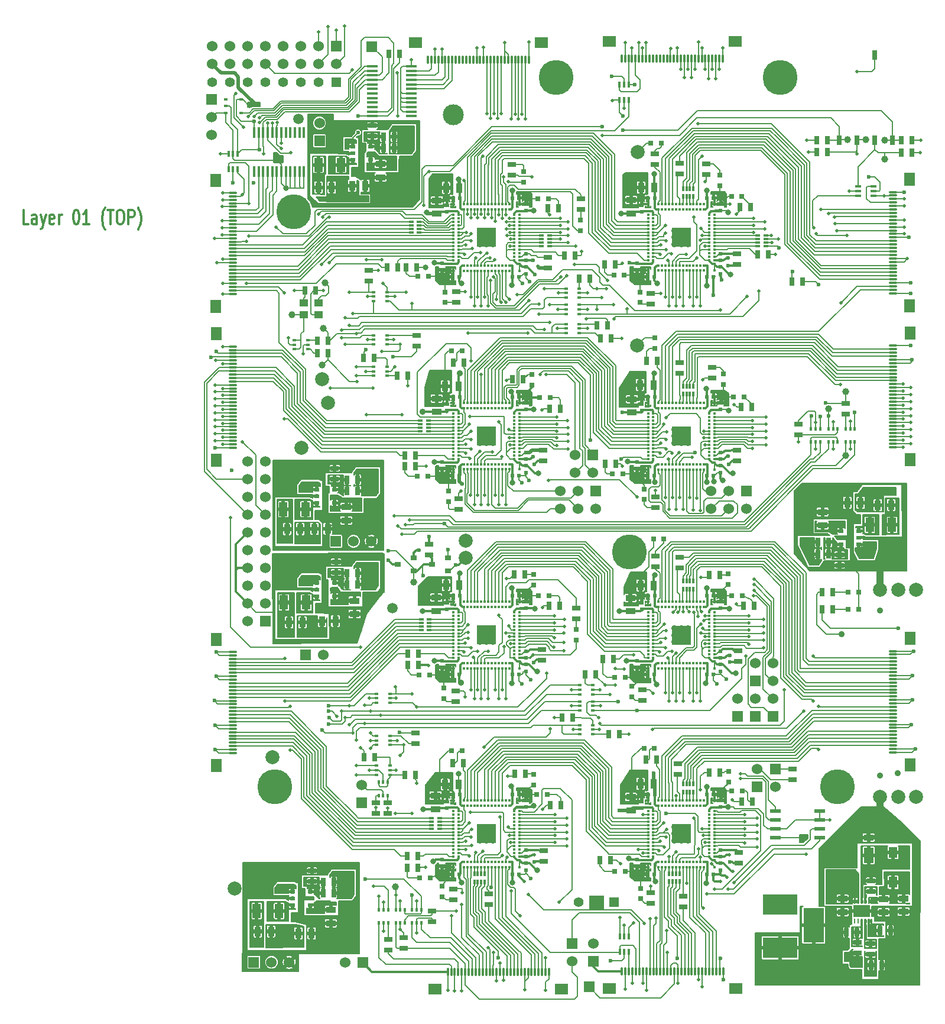
<source format=gtl>
G04 (created by PCBNEW (2013-mar-13)-testing) date Wed 21 Aug 2013 20:34:18 BST*
%MOIN*%
G04 Gerber Fmt 3.4, Leading zero omitted, Abs format*
%FSLAX34Y34*%
G01*
G70*
G90*
G04 APERTURE LIST*
%ADD10C,0.005906*%
%ADD11C,0.012000*%
%ADD12R,0.060000X0.060000*%
%ADD13C,0.060000*%
%ADD14R,0.055000X0.055000*%
%ADD15C,0.055000*%
%ADD16C,0.039400*%
%ADD17R,0.063000X0.063000*%
%ADD18R,0.196900X0.118100*%
%ADD19R,0.118100X0.196900*%
%ADD20C,0.059100*%
%ADD21C,0.078700*%
%ADD22R,0.025600X0.011800*%
%ADD23R,0.051200X0.043300*%
%ADD24R,0.074800X0.063000*%
%ADD25O,0.011800X0.049200*%
%ADD26R,0.045000X0.025000*%
%ADD27R,0.030000X0.020000*%
%ADD28R,0.025000X0.045000*%
%ADD29R,0.093700X0.065000*%
%ADD30R,0.009800X0.026600*%
%ADD31R,0.055100X0.086600*%
%ADD32R,0.055100X0.035400*%
%ADD33R,0.015700X0.019700*%
%ADD34R,0.019700X0.015700*%
%ADD35R,0.063000X0.074800*%
%ADD36O,0.049200X0.011800*%
%ADD37R,0.011800X0.063000*%
%ADD38R,0.063000X0.011800*%
%ADD39R,0.025600X0.053100*%
%ADD40R,0.037400X0.025600*%
%ADD41R,0.023600X0.015700*%
%ADD42R,0.047200X0.063000*%
%ADD43R,0.047200X0.078700*%
%ADD44R,0.024400X0.024400*%
%ADD45R,0.055000X0.035000*%
%ADD46R,0.035000X0.055000*%
%ADD47C,0.196900*%
%ADD48R,0.031400X0.031400*%
%ADD49R,0.059100X0.020000*%
%ADD50R,0.011800X0.025600*%
%ADD51R,0.013800X0.033500*%
%ADD52R,0.033500X0.013800*%
%ADD53C,0.118110*%
%ADD54R,0.110200X0.110200*%
%ADD55R,0.011800X0.011800*%
%ADD56C,0.035400*%
%ADD57C,0.019685*%
%ADD58C,0.031500*%
%ADD59C,0.019700*%
%ADD60C,0.023600*%
%ADD61C,0.055100*%
%ADD62C,0.005900*%
%ADD63C,0.011800*%
%ADD64C,0.019700*%
%ADD65C,0.039400*%
%ADD66C,0.010000*%
%ADD67C,0.002000*%
G04 APERTURE END LIST*
G54D10*
G54D11*
X5593Y-21257D02*
X5307Y-21257D01*
X5307Y-20457D01*
X6050Y-21257D02*
X6050Y-20838D01*
X6022Y-20762D01*
X5964Y-20724D01*
X5850Y-20724D01*
X5793Y-20762D01*
X6050Y-21219D02*
X5993Y-21257D01*
X5850Y-21257D01*
X5793Y-21219D01*
X5764Y-21143D01*
X5764Y-21067D01*
X5793Y-20991D01*
X5850Y-20953D01*
X5993Y-20953D01*
X6050Y-20915D01*
X6279Y-20724D02*
X6421Y-21257D01*
X6564Y-20724D02*
X6421Y-21257D01*
X6364Y-21448D01*
X6336Y-21486D01*
X6279Y-21524D01*
X7022Y-21219D02*
X6964Y-21257D01*
X6850Y-21257D01*
X6793Y-21219D01*
X6764Y-21143D01*
X6764Y-20838D01*
X6793Y-20762D01*
X6850Y-20724D01*
X6964Y-20724D01*
X7022Y-20762D01*
X7050Y-20838D01*
X7050Y-20915D01*
X6764Y-20991D01*
X7307Y-21257D02*
X7307Y-20724D01*
X7307Y-20876D02*
X7336Y-20800D01*
X7364Y-20762D01*
X7422Y-20724D01*
X7479Y-20724D01*
X8250Y-20457D02*
X8307Y-20457D01*
X8364Y-20496D01*
X8393Y-20534D01*
X8422Y-20610D01*
X8450Y-20762D01*
X8450Y-20953D01*
X8422Y-21105D01*
X8393Y-21181D01*
X8364Y-21219D01*
X8307Y-21257D01*
X8250Y-21257D01*
X8193Y-21219D01*
X8164Y-21181D01*
X8136Y-21105D01*
X8107Y-20953D01*
X8107Y-20762D01*
X8136Y-20610D01*
X8164Y-20534D01*
X8193Y-20496D01*
X8250Y-20457D01*
X9022Y-21257D02*
X8679Y-21257D01*
X8850Y-21257D02*
X8850Y-20457D01*
X8793Y-20572D01*
X8736Y-20648D01*
X8679Y-20686D01*
X9907Y-21562D02*
X9879Y-21524D01*
X9822Y-21410D01*
X9793Y-21334D01*
X9764Y-21219D01*
X9736Y-21029D01*
X9736Y-20876D01*
X9764Y-20686D01*
X9793Y-20572D01*
X9822Y-20496D01*
X9879Y-20381D01*
X9907Y-20343D01*
X10050Y-20457D02*
X10393Y-20457D01*
X10222Y-21257D02*
X10222Y-20457D01*
X10707Y-20457D02*
X10822Y-20457D01*
X10879Y-20496D01*
X10936Y-20572D01*
X10964Y-20724D01*
X10964Y-20991D01*
X10936Y-21143D01*
X10879Y-21219D01*
X10822Y-21257D01*
X10707Y-21257D01*
X10650Y-21219D01*
X10593Y-21143D01*
X10564Y-20991D01*
X10564Y-20724D01*
X10593Y-20572D01*
X10650Y-20496D01*
X10707Y-20457D01*
X11222Y-21257D02*
X11222Y-20457D01*
X11450Y-20457D01*
X11507Y-20496D01*
X11536Y-20534D01*
X11564Y-20610D01*
X11564Y-20724D01*
X11536Y-20800D01*
X11507Y-20838D01*
X11450Y-20876D01*
X11222Y-20876D01*
X11764Y-21562D02*
X11793Y-21524D01*
X11850Y-21410D01*
X11879Y-21334D01*
X11907Y-21219D01*
X11936Y-21029D01*
X11936Y-20876D01*
X11907Y-20686D01*
X11879Y-20572D01*
X11850Y-20496D01*
X11793Y-20381D01*
X11764Y-20343D01*
G54D12*
X45570Y-49008D03*
G54D13*
X45570Y-48008D03*
G54D12*
X46566Y-49008D03*
G54D13*
X46566Y-48008D03*
G54D12*
X46562Y-47008D03*
G54D13*
X46562Y-46008D03*
G54D12*
X22939Y-11242D03*
G54D13*
X22939Y-12242D03*
X21939Y-11242D03*
X21939Y-12242D03*
X20939Y-11242D03*
X20939Y-12242D03*
X19939Y-11242D03*
X19939Y-12242D03*
X18939Y-11242D03*
X18939Y-12242D03*
X17939Y-11242D03*
X17939Y-12242D03*
X16939Y-11242D03*
X16939Y-12242D03*
X15939Y-12242D03*
X15939Y-11242D03*
G54D14*
X22929Y-13248D03*
G54D15*
X21929Y-13248D03*
X20929Y-13248D03*
X19929Y-13248D03*
X18929Y-13248D03*
X17929Y-13248D03*
X16929Y-13248D03*
X15929Y-13248D03*
G54D16*
X20443Y-26348D03*
G54D14*
X38598Y-59459D03*
G54D15*
X37598Y-59459D03*
X36598Y-59459D03*
G54D17*
X24951Y-11250D03*
G54D18*
X47982Y-62041D03*
X47982Y-59581D03*
G54D19*
X49872Y-60762D03*
G54D20*
X20827Y-15315D03*
X26122Y-42894D03*
G54D21*
X30236Y-40069D03*
G54D16*
X22303Y-24567D03*
G54D22*
X27174Y-21122D03*
X27174Y-21319D03*
X27174Y-21516D03*
X27174Y-21713D03*
X27627Y-21713D03*
X27627Y-21516D03*
X27627Y-21319D03*
X27627Y-21122D03*
G54D23*
X21929Y-25699D03*
X21103Y-25699D03*
X21103Y-26349D03*
X21929Y-26349D03*
G54D12*
X18935Y-43630D03*
G54D13*
X17935Y-43630D03*
X18935Y-42630D03*
X17935Y-42630D03*
X18935Y-41630D03*
X17935Y-41630D03*
X18935Y-40630D03*
X17935Y-40630D03*
X18935Y-39630D03*
X17935Y-39630D03*
X18935Y-38630D03*
X17935Y-38630D03*
X18935Y-37630D03*
X17935Y-37630D03*
X18935Y-36630D03*
X17935Y-36630D03*
X18935Y-35630D03*
X17935Y-35630D03*
X18935Y-34630D03*
X17935Y-34630D03*
G54D24*
X45454Y-10964D03*
X38328Y-10964D03*
G54D25*
X39036Y-11928D03*
X39232Y-11928D03*
X39429Y-11928D03*
X39626Y-11928D03*
X39823Y-11928D03*
X40020Y-11928D03*
X40217Y-11928D03*
X40414Y-11928D03*
X40610Y-11928D03*
X40807Y-11928D03*
X41004Y-11928D03*
X41201Y-11928D03*
X41398Y-11928D03*
X41595Y-11928D03*
X41793Y-11929D03*
X41988Y-11928D03*
X42185Y-11928D03*
X42382Y-11928D03*
X42776Y-11928D03*
X43170Y-11928D03*
X43563Y-11928D03*
X43366Y-11928D03*
X42973Y-11928D03*
X42579Y-11928D03*
X43760Y-11928D03*
X43957Y-11928D03*
X44154Y-11928D03*
X44351Y-11928D03*
X44547Y-11928D03*
X44746Y-11928D03*
G54D24*
X34526Y-11022D03*
X27400Y-11022D03*
G54D25*
X28108Y-11986D03*
X28304Y-11986D03*
X28501Y-11986D03*
X28698Y-11986D03*
X28895Y-11986D03*
X29092Y-11986D03*
X29289Y-11986D03*
X29486Y-11986D03*
X29682Y-11986D03*
X29879Y-11986D03*
X30076Y-11986D03*
X30273Y-11986D03*
X30470Y-11986D03*
X30667Y-11986D03*
X30865Y-11987D03*
X31060Y-11986D03*
X31257Y-11986D03*
X31454Y-11986D03*
X31848Y-11986D03*
X32242Y-11986D03*
X32635Y-11986D03*
X32438Y-11986D03*
X32045Y-11986D03*
X31651Y-11986D03*
X32832Y-11986D03*
X33029Y-11986D03*
X33226Y-11986D03*
X33423Y-11986D03*
X33619Y-11986D03*
X33818Y-11986D03*
G54D26*
X34528Y-45812D03*
X34528Y-45212D03*
X34646Y-57170D03*
X34646Y-56570D03*
X45531Y-23528D03*
X45531Y-22928D03*
X45551Y-34610D03*
X45551Y-34010D03*
G54D27*
X20485Y-58877D03*
X20485Y-59627D03*
X21485Y-58877D03*
X20485Y-59252D03*
X21485Y-59627D03*
G54D26*
X21575Y-58293D03*
X21575Y-57693D03*
G54D28*
X22800Y-58327D03*
X22200Y-58327D03*
G54D27*
X21841Y-36213D03*
X21841Y-36963D03*
X22841Y-36213D03*
X21841Y-36588D03*
X22841Y-36963D03*
G54D26*
X22855Y-35616D03*
X22855Y-35016D03*
G54D28*
X24156Y-35663D03*
X23556Y-35663D03*
X24160Y-40923D03*
X23560Y-40923D03*
G54D26*
X22935Y-40889D03*
X22935Y-40289D03*
G54D27*
X21845Y-41473D03*
X21845Y-42223D03*
X22845Y-41473D03*
X21845Y-41848D03*
X22845Y-42223D03*
X23890Y-16891D03*
X23890Y-17641D03*
X24890Y-16891D03*
X23890Y-17266D03*
X24890Y-17641D03*
X52419Y-39303D03*
X52419Y-38553D03*
X51419Y-39303D03*
X52419Y-38928D03*
X51419Y-38553D03*
G54D29*
X52585Y-59971D03*
G54D30*
X52585Y-60522D03*
X52782Y-60522D03*
X52979Y-60522D03*
X52388Y-60522D03*
X52191Y-60522D03*
X52585Y-59420D03*
X52388Y-59420D03*
X52191Y-59420D03*
X52782Y-59420D03*
X52979Y-59420D03*
G54D31*
X52972Y-56831D03*
G54D32*
X52972Y-55827D03*
G54D28*
X50104Y-39853D03*
X50704Y-39853D03*
G54D26*
X51329Y-39887D03*
X51329Y-40487D03*
X52350Y-62318D03*
X52350Y-61718D03*
G54D28*
X52315Y-61172D03*
X51715Y-61172D03*
G54D26*
X53071Y-61806D03*
X53071Y-62406D03*
G54D28*
X53605Y-61054D03*
X54205Y-61054D03*
G54D26*
X24980Y-16307D03*
X24980Y-15707D03*
G54D28*
X26205Y-16341D03*
X25605Y-16341D03*
G54D26*
X34862Y-23725D03*
X34862Y-23125D03*
G54D33*
X27481Y-59882D03*
X27737Y-59882D03*
X27225Y-59882D03*
X27225Y-60630D03*
X27481Y-60630D03*
X27737Y-60630D03*
X26556Y-59882D03*
X26812Y-59882D03*
X26300Y-59882D03*
X26300Y-60630D03*
X26556Y-60630D03*
X26812Y-60630D03*
X25611Y-59882D03*
X25867Y-59882D03*
X25355Y-59882D03*
X25355Y-60630D03*
X25611Y-60630D03*
X25867Y-60630D03*
G54D26*
X45630Y-57249D03*
X45630Y-56649D03*
X45610Y-45891D03*
X45610Y-45291D03*
X34626Y-34610D03*
X34626Y-34010D03*
G54D34*
X35904Y-25137D03*
X35904Y-24881D03*
X35904Y-25393D03*
X36652Y-25393D03*
X36652Y-25137D03*
X36652Y-24881D03*
X25059Y-25335D03*
X25059Y-25079D03*
X25059Y-25591D03*
X25807Y-25591D03*
X25807Y-25335D03*
X25807Y-25079D03*
X35904Y-26063D03*
X35904Y-25807D03*
X35904Y-26319D03*
X36652Y-26319D03*
X36652Y-26063D03*
X36652Y-25807D03*
X25059Y-27776D03*
X25059Y-27520D03*
X25059Y-28032D03*
X25807Y-28032D03*
X25807Y-27776D03*
X25807Y-27520D03*
G54D24*
X28524Y-64351D03*
X35650Y-64351D03*
G54D25*
X34942Y-63387D03*
X34746Y-63387D03*
X34549Y-63387D03*
X34352Y-63387D03*
X34155Y-63387D03*
X33958Y-63387D03*
X33761Y-63387D03*
X33564Y-63387D03*
X33368Y-63387D03*
X33171Y-63387D03*
X32974Y-63387D03*
X32777Y-63387D03*
X32580Y-63387D03*
X32383Y-63387D03*
X32185Y-63386D03*
X31990Y-63387D03*
X31793Y-63387D03*
X31596Y-63387D03*
X31202Y-63387D03*
X30808Y-63387D03*
X30415Y-63387D03*
X30612Y-63387D03*
X31005Y-63387D03*
X31399Y-63387D03*
X30218Y-63387D03*
X30021Y-63387D03*
X29824Y-63387D03*
X29627Y-63387D03*
X29431Y-63387D03*
X29232Y-63387D03*
G54D24*
X38347Y-64312D03*
X45473Y-64312D03*
G54D25*
X44765Y-63348D03*
X44569Y-63348D03*
X44372Y-63348D03*
X44175Y-63348D03*
X43978Y-63348D03*
X43781Y-63348D03*
X43584Y-63348D03*
X43387Y-63348D03*
X43191Y-63348D03*
X42994Y-63348D03*
X42797Y-63348D03*
X42600Y-63348D03*
X42403Y-63348D03*
X42206Y-63348D03*
X42008Y-63347D03*
X41813Y-63348D03*
X41616Y-63348D03*
X41419Y-63348D03*
X41025Y-63348D03*
X40631Y-63348D03*
X40238Y-63348D03*
X40435Y-63348D03*
X40828Y-63348D03*
X41222Y-63348D03*
X40041Y-63348D03*
X39844Y-63348D03*
X39647Y-63348D03*
X39450Y-63348D03*
X39254Y-63348D03*
X39055Y-63348D03*
G54D35*
X55294Y-25865D03*
X55294Y-18739D03*
G54D36*
X54330Y-19447D03*
X54330Y-19643D03*
X54330Y-19840D03*
X54330Y-20037D03*
X54330Y-20234D03*
X54330Y-20431D03*
X54330Y-20628D03*
X54330Y-20825D03*
X54330Y-21021D03*
X54330Y-21218D03*
X54330Y-21415D03*
X54330Y-21612D03*
X54330Y-21809D03*
X54330Y-22006D03*
X54329Y-22204D03*
X54330Y-22399D03*
X54330Y-22596D03*
X54330Y-22793D03*
X54330Y-23187D03*
X54330Y-23581D03*
X54330Y-23974D03*
X54330Y-23777D03*
X54330Y-23384D03*
X54330Y-22990D03*
X54330Y-24171D03*
X54330Y-24368D03*
X54330Y-24565D03*
X54330Y-24762D03*
X54330Y-24958D03*
X54330Y-25157D03*
G54D35*
X55296Y-34527D03*
X55296Y-27401D03*
G54D36*
X54332Y-28109D03*
X54332Y-28305D03*
X54332Y-28502D03*
X54332Y-28699D03*
X54332Y-28896D03*
X54332Y-29093D03*
X54332Y-29290D03*
X54332Y-29487D03*
X54332Y-29683D03*
X54332Y-29880D03*
X54332Y-30077D03*
X54332Y-30274D03*
X54332Y-30471D03*
X54332Y-30668D03*
X54331Y-30866D03*
X54332Y-31061D03*
X54332Y-31258D03*
X54332Y-31455D03*
X54332Y-31849D03*
X54332Y-32243D03*
X54332Y-32636D03*
X54332Y-32439D03*
X54332Y-32046D03*
X54332Y-31652D03*
X54332Y-32833D03*
X54332Y-33030D03*
X54332Y-33227D03*
X54332Y-33424D03*
X54332Y-33620D03*
X54332Y-33819D03*
G54D35*
X55316Y-51732D03*
X55316Y-44606D03*
G54D36*
X54352Y-45314D03*
X54352Y-45510D03*
X54352Y-45707D03*
X54352Y-45904D03*
X54352Y-46101D03*
X54352Y-46298D03*
X54352Y-46495D03*
X54352Y-46692D03*
X54352Y-46888D03*
X54352Y-47085D03*
X54352Y-47282D03*
X54352Y-47479D03*
X54352Y-47676D03*
X54352Y-47873D03*
X54351Y-48071D03*
X54352Y-48266D03*
X54352Y-48463D03*
X54352Y-48660D03*
X54352Y-49054D03*
X54352Y-49448D03*
X54352Y-49841D03*
X54352Y-49644D03*
X54352Y-49251D03*
X54352Y-48857D03*
X54352Y-50038D03*
X54352Y-50235D03*
X54352Y-50432D03*
X54352Y-50629D03*
X54352Y-50825D03*
X54352Y-51024D03*
G54D35*
X16161Y-44646D03*
X16161Y-51772D03*
G54D36*
X17125Y-51064D03*
X17125Y-50868D03*
X17125Y-50671D03*
X17125Y-50474D03*
X17125Y-50277D03*
X17125Y-50080D03*
X17125Y-49883D03*
X17125Y-49686D03*
X17125Y-49490D03*
X17125Y-49293D03*
X17125Y-49096D03*
X17125Y-48899D03*
X17125Y-48702D03*
X17125Y-48505D03*
X17126Y-48307D03*
X17125Y-48112D03*
X17125Y-47915D03*
X17125Y-47718D03*
X17125Y-47324D03*
X17125Y-46930D03*
X17125Y-46537D03*
X17125Y-46734D03*
X17125Y-47127D03*
X17125Y-47521D03*
X17125Y-46340D03*
X17125Y-46143D03*
X17125Y-45946D03*
X17125Y-45749D03*
X17125Y-45553D03*
X17125Y-45354D03*
G54D35*
X16161Y-27441D03*
X16161Y-34567D03*
G54D36*
X17125Y-33859D03*
X17125Y-33663D03*
X17125Y-33466D03*
X17125Y-33269D03*
X17125Y-33072D03*
X17125Y-32875D03*
X17125Y-32678D03*
X17125Y-32481D03*
X17125Y-32285D03*
X17125Y-32088D03*
X17125Y-31891D03*
X17125Y-31694D03*
X17125Y-31497D03*
X17125Y-31300D03*
X17126Y-31102D03*
X17125Y-30907D03*
X17125Y-30710D03*
X17125Y-30513D03*
X17125Y-30119D03*
X17125Y-29725D03*
X17125Y-29332D03*
X17125Y-29529D03*
X17125Y-29922D03*
X17125Y-30316D03*
X17125Y-29135D03*
X17125Y-28938D03*
X17125Y-28741D03*
X17125Y-28544D03*
X17125Y-28348D03*
X17125Y-28149D03*
G54D35*
X16160Y-18780D03*
X16160Y-25906D03*
G54D36*
X17124Y-25198D03*
X17124Y-25002D03*
X17124Y-24805D03*
X17124Y-24608D03*
X17124Y-24411D03*
X17124Y-24214D03*
X17124Y-24017D03*
X17124Y-23820D03*
X17124Y-23624D03*
X17124Y-23427D03*
X17124Y-23230D03*
X17124Y-23033D03*
X17124Y-22836D03*
X17124Y-22639D03*
X17125Y-22441D03*
X17124Y-22246D03*
X17124Y-22049D03*
X17124Y-21852D03*
X17124Y-21458D03*
X17124Y-21064D03*
X17124Y-20671D03*
X17124Y-20868D03*
X17124Y-21261D03*
X17124Y-21655D03*
X17124Y-20474D03*
X17124Y-20277D03*
X17124Y-20080D03*
X17124Y-19883D03*
X17124Y-19687D03*
X17124Y-19488D03*
G54D37*
X20610Y-18307D03*
X20866Y-18307D03*
X21122Y-18307D03*
X20354Y-18307D03*
X20098Y-18307D03*
X19842Y-18307D03*
X18307Y-18307D03*
X18563Y-18307D03*
X18819Y-18307D03*
X19587Y-18307D03*
X19331Y-18307D03*
X19075Y-18307D03*
X19075Y-16103D03*
X19331Y-16103D03*
X19587Y-16103D03*
X18819Y-16103D03*
X18563Y-16103D03*
X18307Y-16103D03*
X19842Y-16103D03*
X20098Y-16103D03*
X20354Y-16103D03*
X21122Y-16103D03*
X20866Y-16103D03*
X20610Y-16103D03*
G54D38*
X27165Y-12874D03*
X27165Y-12618D03*
X27165Y-12362D03*
X27165Y-13130D03*
X27165Y-13386D03*
X27165Y-13642D03*
X27165Y-15177D03*
X27165Y-14921D03*
X27165Y-14665D03*
X27165Y-13897D03*
X27165Y-14153D03*
X27165Y-14409D03*
X24961Y-14409D03*
X24961Y-14153D03*
X24961Y-13897D03*
X24961Y-14665D03*
X24961Y-14921D03*
X24961Y-15177D03*
X24961Y-13642D03*
X24961Y-13386D03*
X24961Y-13130D03*
X24961Y-12362D03*
X24961Y-12618D03*
X24961Y-12874D03*
G54D39*
X53306Y-16516D03*
X54310Y-16516D03*
X52302Y-16516D03*
X51298Y-16516D03*
X53307Y-11713D03*
G54D40*
X29252Y-40806D03*
X29252Y-40058D03*
X28346Y-40432D03*
X27323Y-40806D03*
X27323Y-40058D03*
X26417Y-40432D03*
G54D26*
X28169Y-39306D03*
X28169Y-39906D03*
X26752Y-61472D03*
X26752Y-62072D03*
G54D34*
X35905Y-27145D03*
X35905Y-26889D03*
X35905Y-27401D03*
X36653Y-27401D03*
X36653Y-27145D03*
X36653Y-26889D03*
G54D41*
X16713Y-14606D03*
X16713Y-14232D03*
X16713Y-14980D03*
X17579Y-14980D03*
X17579Y-14232D03*
G54D26*
X24764Y-24454D03*
X24764Y-23854D03*
G54D28*
X54818Y-16516D03*
X55418Y-16516D03*
X54818Y-17244D03*
X55418Y-17244D03*
X50635Y-17185D03*
X50035Y-17185D03*
X50635Y-16516D03*
X50035Y-16516D03*
G54D34*
X36673Y-47500D03*
X36673Y-47244D03*
X36673Y-47756D03*
X37421Y-47756D03*
X37421Y-47500D03*
X37421Y-47244D03*
X36673Y-48406D03*
X36673Y-48150D03*
X36673Y-48662D03*
X37421Y-48662D03*
X37421Y-48406D03*
X37421Y-48150D03*
X25217Y-47972D03*
X25217Y-47716D03*
X25217Y-48228D03*
X25965Y-48228D03*
X25965Y-47972D03*
X25965Y-47716D03*
X25217Y-50354D03*
X25217Y-50098D03*
X25217Y-50610D03*
X25965Y-50610D03*
X25965Y-50354D03*
X25965Y-50098D03*
G54D33*
X50965Y-33543D03*
X50709Y-33543D03*
X51221Y-33543D03*
X51221Y-32795D03*
X50965Y-32795D03*
X50709Y-32795D03*
X51929Y-33543D03*
X51673Y-33543D03*
X52185Y-33543D03*
X52185Y-32795D03*
X51929Y-32795D03*
X51673Y-32795D03*
G54D34*
X20581Y-28051D03*
X20581Y-27795D03*
X20581Y-28307D03*
X21329Y-28307D03*
X21329Y-28051D03*
X21329Y-27795D03*
X36673Y-49744D03*
X36673Y-49488D03*
X36673Y-50000D03*
X37421Y-50000D03*
X37421Y-49744D03*
X37421Y-49488D03*
X25217Y-52028D03*
X25217Y-51772D03*
X25217Y-52284D03*
X25965Y-52284D03*
X25965Y-52028D03*
X25965Y-51772D03*
G54D33*
X49980Y-33543D03*
X49724Y-33543D03*
X50236Y-33543D03*
X50236Y-32795D03*
X49980Y-32795D03*
X49724Y-32795D03*
G54D42*
X54350Y-56671D03*
X54350Y-58345D03*
G54D43*
X54291Y-38205D03*
X53031Y-38205D03*
X18457Y-59960D03*
X19717Y-59960D03*
X19990Y-42578D03*
X21250Y-42578D03*
X19957Y-37322D03*
X21217Y-37322D03*
X21941Y-17925D03*
X23201Y-17925D03*
G54D26*
X53110Y-58863D03*
X53110Y-58263D03*
G54D28*
X21767Y-25010D03*
X21167Y-25010D03*
X26206Y-16969D03*
X25606Y-16969D03*
X53106Y-63012D03*
X53706Y-63012D03*
X50113Y-39173D03*
X50713Y-39173D03*
X24158Y-41555D03*
X23558Y-41555D03*
X24158Y-36299D03*
X23558Y-36299D03*
X22800Y-58957D03*
X22200Y-58957D03*
X37249Y-24331D03*
X36649Y-24331D03*
G54D26*
X27421Y-49936D03*
X27421Y-50536D03*
X27480Y-28115D03*
X27480Y-27515D03*
G54D28*
X37583Y-46614D03*
X36983Y-46614D03*
G54D26*
X42224Y-51669D03*
X42224Y-52269D03*
X42303Y-40015D03*
X42303Y-40615D03*
X42500Y-59129D03*
X42500Y-59729D03*
X25866Y-62150D03*
X25866Y-61550D03*
X51673Y-31354D03*
X51673Y-31954D03*
X31535Y-59011D03*
X31535Y-59611D03*
G54D28*
X24503Y-51280D03*
X25103Y-51280D03*
X27426Y-52283D03*
X26826Y-52283D03*
X38922Y-50000D03*
X38322Y-50000D03*
X35684Y-49075D03*
X36284Y-49075D03*
X27564Y-45472D03*
X26964Y-45472D03*
X27544Y-56870D03*
X26944Y-56870D03*
X38450Y-27697D03*
X37850Y-27697D03*
X38233Y-26969D03*
X37633Y-26969D03*
X26973Y-29803D03*
X26373Y-29803D03*
X24464Y-28799D03*
X25064Y-28799D03*
X36402Y-23012D03*
X35802Y-23012D03*
X27426Y-34311D03*
X26826Y-34311D03*
G54D26*
X42303Y-17830D03*
X42303Y-18430D03*
X42303Y-29070D03*
X42303Y-29670D03*
G54D28*
X47308Y-22953D03*
X46708Y-22953D03*
X48657Y-24488D03*
X49257Y-24488D03*
X26422Y-23681D03*
X25822Y-23681D03*
X38686Y-23524D03*
X38086Y-23524D03*
G54D26*
X40669Y-25153D03*
X40669Y-25753D03*
X43819Y-18469D03*
X43819Y-17869D03*
G54D28*
X45724Y-20295D03*
X46324Y-20295D03*
X38715Y-34773D03*
X38115Y-34773D03*
G54D26*
X40945Y-36629D03*
X40945Y-37229D03*
X44154Y-29926D03*
X44154Y-29326D03*
G54D28*
X45783Y-31575D03*
X46383Y-31575D03*
X27564Y-46083D03*
X26964Y-46083D03*
G54D26*
X29685Y-47574D03*
X29685Y-48174D03*
G54D28*
X32987Y-41004D03*
X33587Y-41004D03*
X34956Y-42776D03*
X35556Y-42776D03*
X27544Y-57539D03*
X26944Y-57539D03*
G54D26*
X29547Y-58735D03*
X29547Y-59335D03*
G54D28*
X33007Y-52244D03*
X33607Y-52244D03*
X34995Y-53996D03*
X35595Y-53996D03*
X38587Y-45768D03*
X37987Y-45768D03*
G54D26*
X40217Y-47495D03*
X40217Y-48095D03*
G54D28*
X43972Y-41024D03*
X44572Y-41024D03*
X45920Y-42756D03*
X46520Y-42756D03*
X38410Y-57087D03*
X37810Y-57087D03*
G54D26*
X40689Y-58932D03*
X40689Y-59532D03*
G54D28*
X43972Y-52146D03*
X44572Y-52146D03*
X45822Y-53799D03*
X46422Y-53799D03*
X27485Y-23681D03*
X26885Y-23681D03*
G54D26*
X29705Y-25074D03*
X29705Y-25674D03*
X32854Y-18509D03*
X32854Y-17909D03*
G54D28*
X34877Y-20354D03*
X35477Y-20354D03*
X27426Y-34902D03*
X26826Y-34902D03*
G54D26*
X29843Y-36728D03*
X29843Y-37328D03*
G54D28*
X32889Y-30000D03*
X33489Y-30000D03*
X34976Y-31673D03*
X35576Y-31673D03*
G54D44*
X33642Y-22921D03*
X33642Y-23299D03*
X29193Y-20563D03*
X29193Y-20185D03*
X28917Y-23453D03*
X28917Y-23831D03*
X33642Y-20504D03*
X33642Y-20126D03*
X33642Y-23669D03*
X33642Y-24047D03*
X29913Y-19783D03*
X29535Y-19783D03*
X32862Y-24232D03*
X33240Y-24232D03*
X29894Y-24232D03*
X29516Y-24232D03*
X32862Y-19783D03*
X33240Y-19783D03*
X43846Y-30984D03*
X44224Y-30984D03*
X40878Y-35433D03*
X40500Y-35433D03*
X43846Y-35433D03*
X44224Y-35433D03*
X40898Y-30984D03*
X40520Y-30984D03*
X44626Y-34870D03*
X44626Y-35248D03*
X44626Y-31705D03*
X44626Y-31327D03*
X39902Y-34654D03*
X39902Y-35032D03*
X40177Y-31764D03*
X40177Y-31386D03*
X44626Y-34122D03*
X44626Y-34500D03*
X44626Y-22921D03*
X44626Y-23299D03*
X40177Y-20563D03*
X40177Y-20185D03*
X39902Y-23453D03*
X39902Y-23831D03*
X44626Y-20504D03*
X44626Y-20126D03*
X44626Y-23669D03*
X44626Y-24047D03*
X40898Y-19783D03*
X40520Y-19783D03*
X43846Y-24232D03*
X44224Y-24232D03*
X40878Y-24232D03*
X40500Y-24232D03*
X43846Y-19783D03*
X44224Y-19783D03*
X32862Y-30984D03*
X33240Y-30984D03*
X29894Y-35433D03*
X29516Y-35433D03*
X32862Y-35433D03*
X33240Y-35433D03*
X29913Y-30984D03*
X29535Y-30984D03*
X33642Y-34870D03*
X33642Y-35248D03*
X33642Y-31705D03*
X33642Y-31327D03*
X28917Y-34654D03*
X28917Y-35032D03*
X29193Y-31764D03*
X29193Y-31386D03*
X33642Y-34122D03*
X33642Y-34500D03*
X33642Y-56524D03*
X33642Y-56902D03*
X29193Y-54165D03*
X29193Y-53787D03*
X28917Y-57055D03*
X28917Y-57433D03*
X33642Y-54106D03*
X33642Y-53728D03*
X33642Y-57272D03*
X33642Y-57650D03*
X29913Y-53386D03*
X29535Y-53386D03*
X32862Y-57894D03*
X33240Y-57894D03*
X29894Y-57894D03*
X29516Y-57894D03*
X32862Y-53386D03*
X33240Y-53386D03*
X43846Y-53386D03*
X44224Y-53386D03*
X40878Y-57894D03*
X40500Y-57894D03*
X43846Y-57894D03*
X44224Y-57894D03*
X40898Y-53386D03*
X40520Y-53386D03*
X44626Y-57272D03*
X44626Y-57650D03*
X44626Y-54106D03*
X44626Y-53728D03*
X39902Y-57055D03*
X39902Y-57433D03*
X40177Y-54165D03*
X40177Y-53787D03*
X44626Y-56524D03*
X44626Y-56902D03*
X44626Y-45323D03*
X44626Y-45701D03*
X40177Y-42965D03*
X40177Y-42587D03*
X39902Y-45854D03*
X39902Y-46232D03*
X44626Y-42906D03*
X44626Y-42528D03*
X44626Y-46071D03*
X44626Y-46449D03*
X40898Y-42185D03*
X40520Y-42185D03*
X43846Y-46634D03*
X44224Y-46634D03*
X40878Y-46634D03*
X40500Y-46634D03*
X43846Y-42185D03*
X44224Y-42185D03*
X32862Y-42185D03*
X33240Y-42185D03*
X29894Y-46634D03*
X29516Y-46634D03*
X32862Y-46634D03*
X33240Y-46634D03*
X29913Y-42185D03*
X29535Y-42185D03*
X33642Y-46071D03*
X33642Y-46449D03*
X33642Y-42906D03*
X33642Y-42528D03*
X28917Y-45854D03*
X28917Y-46232D03*
X29193Y-42965D03*
X29193Y-42587D03*
X33642Y-45323D03*
X33642Y-45701D03*
G54D45*
X28622Y-20670D03*
X28622Y-19920D03*
G54D46*
X29883Y-19213D03*
X29133Y-19213D03*
G54D45*
X28602Y-31832D03*
X28602Y-31082D03*
G54D46*
X29844Y-30394D03*
X29094Y-30394D03*
X23838Y-19094D03*
X24588Y-19094D03*
G54D45*
X39587Y-20651D03*
X39587Y-19901D03*
G54D46*
X40887Y-19193D03*
X40137Y-19193D03*
G54D45*
X39626Y-31871D03*
X39626Y-31121D03*
G54D46*
X40828Y-30315D03*
X40078Y-30315D03*
X21712Y-38425D03*
X22462Y-38425D03*
G54D45*
X23504Y-37204D03*
X23504Y-37954D03*
X28583Y-43052D03*
X28583Y-42302D03*
G54D46*
X29883Y-41594D03*
X29133Y-41594D03*
G54D45*
X28543Y-54214D03*
X28543Y-53464D03*
G54D46*
X29844Y-52835D03*
X29094Y-52835D03*
X22145Y-43622D03*
X22895Y-43622D03*
G54D45*
X23976Y-42479D03*
X23976Y-43229D03*
X39528Y-43072D03*
X39528Y-42322D03*
G54D46*
X40847Y-41614D03*
X40097Y-41614D03*
G54D45*
X39567Y-54292D03*
X39567Y-53542D03*
G54D46*
X40847Y-52795D03*
X40097Y-52795D03*
X20806Y-61220D03*
X21556Y-61220D03*
G54D45*
X22638Y-59901D03*
X22638Y-60651D03*
X50374Y-38229D03*
X50374Y-37479D03*
X25433Y-17873D03*
X25433Y-18623D03*
X54941Y-59251D03*
X54941Y-60001D03*
X53819Y-59290D03*
X53819Y-60040D03*
X51496Y-59271D03*
X51496Y-60021D03*
G54D16*
X26289Y-58593D03*
X27323Y-41427D03*
X53868Y-16516D03*
X53868Y-17579D03*
X52795Y-16496D03*
X51791Y-16496D03*
X22224Y-27136D03*
X51663Y-34311D03*
X51663Y-30679D03*
X50709Y-31673D03*
G54D26*
X49006Y-32544D03*
X49006Y-33144D03*
X28346Y-60566D03*
X28346Y-59966D03*
G54D28*
X22465Y-27815D03*
X21865Y-27815D03*
X21865Y-28514D03*
X22465Y-28514D03*
G54D16*
X22146Y-29203D03*
G54D47*
X19469Y-52953D03*
X51220Y-52953D03*
X39469Y-39715D03*
X20543Y-20567D03*
X47972Y-12992D03*
G54D48*
X33524Y-18289D03*
X33524Y-18879D03*
X35000Y-31043D03*
X34410Y-31043D03*
X33976Y-29724D03*
X33976Y-30314D03*
X34901Y-19824D03*
X34311Y-19824D03*
X27540Y-24194D03*
X28130Y-24194D03*
X29094Y-25670D03*
X29094Y-25080D03*
X45826Y-19705D03*
X45236Y-19705D03*
X44587Y-18505D03*
X44587Y-19095D03*
X38603Y-24115D03*
X39193Y-24115D03*
X40079Y-25670D03*
X40079Y-25080D03*
X27520Y-35452D03*
X28110Y-35452D03*
X29272Y-36889D03*
X29272Y-36299D03*
X45945Y-30984D03*
X45355Y-30984D03*
X44783Y-29704D03*
X44783Y-30294D03*
X38524Y-35334D03*
X39114Y-35334D03*
X40295Y-36771D03*
X40295Y-36181D03*
X28996Y-47992D03*
X28996Y-47402D03*
X27618Y-46653D03*
X28208Y-46653D03*
X34094Y-41004D03*
X34094Y-41594D03*
X34941Y-42204D03*
X34351Y-42204D03*
X39606Y-47893D03*
X39606Y-47303D03*
X38642Y-46811D03*
X39232Y-46811D03*
X45039Y-40965D03*
X45039Y-41555D03*
X45846Y-42205D03*
X45256Y-42205D03*
X45846Y-53209D03*
X45256Y-53209D03*
X45089Y-52107D03*
X45089Y-52697D03*
X38642Y-57716D03*
X39232Y-57716D03*
X40098Y-59271D03*
X40098Y-58681D03*
X34842Y-53386D03*
X34252Y-53386D03*
X34075Y-52264D03*
X34075Y-52854D03*
X28898Y-59153D03*
X28898Y-58563D03*
X27658Y-58091D03*
X28248Y-58091D03*
G54D46*
X52521Y-36959D03*
X51771Y-36959D03*
G54D49*
X50196Y-54338D03*
X50196Y-54838D03*
X50196Y-55338D03*
X50196Y-55838D03*
X47696Y-55838D03*
X47696Y-55338D03*
X47696Y-54838D03*
X47696Y-54338D03*
G54D50*
X42500Y-19706D03*
X42697Y-19706D03*
X42894Y-19706D03*
X43091Y-19706D03*
X43091Y-19253D03*
X42894Y-19253D03*
X42697Y-19253D03*
X42500Y-19253D03*
G54D22*
X28132Y-32913D03*
X28132Y-32716D03*
X28132Y-32519D03*
X28132Y-32322D03*
X27679Y-32322D03*
X27679Y-32519D03*
X27679Y-32716D03*
X27679Y-32913D03*
G54D50*
X42500Y-30838D03*
X42697Y-30838D03*
X42894Y-30838D03*
X43091Y-30838D03*
X43091Y-30385D03*
X42894Y-30385D03*
X42697Y-30385D03*
X42500Y-30385D03*
G54D22*
X34972Y-22500D03*
X34972Y-22303D03*
X34972Y-22106D03*
X34972Y-21909D03*
X34519Y-21909D03*
X34519Y-22106D03*
X34519Y-22303D03*
X34519Y-22500D03*
X46721Y-21910D03*
X46721Y-22107D03*
X46721Y-22304D03*
X46721Y-22501D03*
X47174Y-22501D03*
X47174Y-22304D03*
X47174Y-22107D03*
X47174Y-21910D03*
X28181Y-44114D03*
X28181Y-43917D03*
X28181Y-43720D03*
X28181Y-43523D03*
X27728Y-43523D03*
X27728Y-43720D03*
X27728Y-43917D03*
X27728Y-44114D03*
G54D50*
X42500Y-41822D03*
X42697Y-41822D03*
X42894Y-41822D03*
X43091Y-41822D03*
X43091Y-41369D03*
X42894Y-41369D03*
X42697Y-41369D03*
X42500Y-41369D03*
X42500Y-53259D03*
X42697Y-53259D03*
X42894Y-53259D03*
X43091Y-53259D03*
X43091Y-52806D03*
X42894Y-52806D03*
X42697Y-52806D03*
X42500Y-52806D03*
X41713Y-58299D03*
X41910Y-58299D03*
X42107Y-58299D03*
X42304Y-58299D03*
X42304Y-57846D03*
X42107Y-57846D03*
X41910Y-57846D03*
X41713Y-57846D03*
X30729Y-58319D03*
X30926Y-58319D03*
X31123Y-58319D03*
X31320Y-58319D03*
X31320Y-57866D03*
X31123Y-57866D03*
X30926Y-57866D03*
X30729Y-57866D03*
G54D22*
X28771Y-55315D03*
X28771Y-55118D03*
X28771Y-54921D03*
X28771Y-54724D03*
X28318Y-54724D03*
X28318Y-54921D03*
X28318Y-55118D03*
X28318Y-55315D03*
G54D48*
X51821Y-42963D03*
X52411Y-42963D03*
X51811Y-41998D03*
X52401Y-41998D03*
G54D47*
X35345Y-12992D03*
G54D46*
X54241Y-37087D03*
X53491Y-37087D03*
X21034Y-43701D03*
X20284Y-43701D03*
X19265Y-61114D03*
X18515Y-61114D03*
X21936Y-19185D03*
X22686Y-19185D03*
X20914Y-38445D03*
X20164Y-38445D03*
G54D26*
X48661Y-52559D03*
X48661Y-51959D03*
G54D12*
X46691Y-52966D03*
G54D13*
X46691Y-51966D03*
G54D12*
X18291Y-62854D03*
G54D13*
X19291Y-62854D03*
X20291Y-62854D03*
G54D12*
X22917Y-39134D03*
G54D13*
X23917Y-39134D03*
X24917Y-39134D03*
G54D12*
X21222Y-45522D03*
G54D13*
X22222Y-45522D03*
G54D12*
X21998Y-16563D03*
G54D13*
X21998Y-15563D03*
G54D21*
X30246Y-39104D03*
X22156Y-29990D03*
X22470Y-31329D03*
X39931Y-17205D03*
X39911Y-28110D03*
X20974Y-33858D03*
X17200Y-58700D03*
X19350Y-51289D03*
G54D28*
X50340Y-42963D03*
X50940Y-42963D03*
X50350Y-41998D03*
X50950Y-41998D03*
G54D21*
X54630Y-41854D03*
X55630Y-41850D03*
X53622Y-41850D03*
X53622Y-53543D03*
X54634Y-53543D03*
X55630Y-53543D03*
G54D51*
X39193Y-62264D03*
X39449Y-62264D03*
X38937Y-62264D03*
X39193Y-61398D03*
X38937Y-61398D03*
X39449Y-61398D03*
G54D52*
X53228Y-19390D03*
X53228Y-19134D03*
X53228Y-19646D03*
X52362Y-19390D03*
X52362Y-19646D03*
X52362Y-19134D03*
G54D51*
X39173Y-13386D03*
X38917Y-13386D03*
X39429Y-13386D03*
X39173Y-14252D03*
X39429Y-14252D03*
X38917Y-14252D03*
X17126Y-18150D03*
X17382Y-18150D03*
X16870Y-18150D03*
X17126Y-17284D03*
X16870Y-17284D03*
X17382Y-17284D03*
G54D34*
X25059Y-29547D03*
X25059Y-29291D03*
X25059Y-29803D03*
X25807Y-29803D03*
X25807Y-29547D03*
X25807Y-29291D03*
G54D53*
X29547Y-15089D03*
G54D48*
X40886Y-50797D03*
X40296Y-50797D03*
G54D28*
X40999Y-51427D03*
X40399Y-51427D03*
G54D48*
X30029Y-50935D03*
X29439Y-50935D03*
X36476Y-44105D03*
X36476Y-44695D03*
X41427Y-38986D03*
X40837Y-38986D03*
X30049Y-28396D03*
X29459Y-28396D03*
X36722Y-21034D03*
X36722Y-21624D03*
X41279Y-16703D03*
X40689Y-16703D03*
X40906Y-28267D03*
X40906Y-27677D03*
G54D28*
X30123Y-51624D03*
X29523Y-51624D03*
G54D26*
X36476Y-42909D03*
X36476Y-43509D03*
X40955Y-40546D03*
X40955Y-39946D03*
G54D28*
X30143Y-29055D03*
X29543Y-29055D03*
G54D26*
X36732Y-19818D03*
X36732Y-20418D03*
X40906Y-17908D03*
X40906Y-17308D03*
G54D28*
X41038Y-28957D03*
X40438Y-28957D03*
G54D26*
X25839Y-54450D03*
X25839Y-53850D03*
X25181Y-54446D03*
X25181Y-53846D03*
G54D33*
X25587Y-52709D03*
X25843Y-52709D03*
X25331Y-52709D03*
X25331Y-53457D03*
X25587Y-53457D03*
X25843Y-53457D03*
G54D12*
X36252Y-61783D03*
G54D13*
X36252Y-62783D03*
G54D12*
X24437Y-62874D03*
G54D13*
X23437Y-62874D03*
G54D12*
X37449Y-62783D03*
G54D13*
X37449Y-61783D03*
G54D12*
X24380Y-53846D03*
G54D13*
X24380Y-52846D03*
G54D12*
X37197Y-64244D03*
G54D54*
X31418Y-22009D03*
G54D55*
X33288Y-23879D03*
X29548Y-23879D03*
X33288Y-20139D03*
X29548Y-20139D03*
X29942Y-20139D03*
X30139Y-20139D03*
X30336Y-20139D03*
X30533Y-20139D03*
X30729Y-20139D03*
X30926Y-20139D03*
X31123Y-20139D03*
X31320Y-20139D03*
X31507Y-20139D03*
X31714Y-20139D03*
X31911Y-20139D03*
X32108Y-20139D03*
X32304Y-20139D03*
X32501Y-20139D03*
X32698Y-20139D03*
X32894Y-20139D03*
X30138Y-20434D03*
X30335Y-20434D03*
X30532Y-20434D03*
X30729Y-20434D03*
X30926Y-20434D03*
X31123Y-20434D03*
X31320Y-20434D03*
X31516Y-20434D03*
X31713Y-20434D03*
X31910Y-20434D03*
X32107Y-20434D03*
X32304Y-20434D03*
X32501Y-20434D03*
X32698Y-20434D03*
X29548Y-20533D03*
X29548Y-20729D03*
X29548Y-20926D03*
X29548Y-21123D03*
X29548Y-21320D03*
X29548Y-21517D03*
X29548Y-21911D03*
X29548Y-22108D03*
X29548Y-22304D03*
X29548Y-22501D03*
X29548Y-22894D03*
X29548Y-23091D03*
X29548Y-23288D03*
X29548Y-23485D03*
X29548Y-21714D03*
X29548Y-22698D03*
X29843Y-20729D03*
X29843Y-20926D03*
X29843Y-21123D03*
X29843Y-21320D03*
X29843Y-21517D03*
X29843Y-21714D03*
X29843Y-21911D03*
X29843Y-22107D03*
X29843Y-22304D03*
X29843Y-22501D03*
X29843Y-22698D03*
X29843Y-22895D03*
X29843Y-23092D03*
X29843Y-23289D03*
X29942Y-23879D03*
X30138Y-23879D03*
X30335Y-23879D03*
X30532Y-23879D03*
X30729Y-23879D03*
X30926Y-23879D03*
X31123Y-23879D03*
X31320Y-23879D03*
X31516Y-23879D03*
X31713Y-23879D03*
X31910Y-23879D03*
X32107Y-23879D03*
X32304Y-23879D03*
X32501Y-23879D03*
X32698Y-23879D03*
X32894Y-23879D03*
X30138Y-23584D03*
X30335Y-23584D03*
X30532Y-23584D03*
X30729Y-23584D03*
X30926Y-23584D03*
X31123Y-23584D03*
X31320Y-23584D03*
X31516Y-23584D03*
X31713Y-23584D03*
X31910Y-23584D03*
X32107Y-23584D03*
X32304Y-23584D03*
X32501Y-23584D03*
X32698Y-23584D03*
X33288Y-23485D03*
X33288Y-23289D03*
X33288Y-23092D03*
X33288Y-22895D03*
X33288Y-22698D03*
X33288Y-22501D03*
X33288Y-22304D03*
X33288Y-22107D03*
X33288Y-21911D03*
X33288Y-21714D03*
X33288Y-21517D03*
X33288Y-21123D03*
X33288Y-21320D03*
X33288Y-20926D03*
X33288Y-20729D03*
X33288Y-20533D03*
X32993Y-23289D03*
X32993Y-23092D03*
X32993Y-22895D03*
X32993Y-22698D03*
X32993Y-22501D03*
X32993Y-22304D03*
X32993Y-22107D03*
X32993Y-21911D03*
X32993Y-21714D03*
X32993Y-21517D03*
X32993Y-21320D03*
X32993Y-21123D03*
X32993Y-20926D03*
X32993Y-20729D03*
G54D54*
X42402Y-22007D03*
G54D55*
X44272Y-23877D03*
X40532Y-23877D03*
X44272Y-20137D03*
X40532Y-20137D03*
X40926Y-20137D03*
X41123Y-20137D03*
X41320Y-20137D03*
X41517Y-20137D03*
X41713Y-20137D03*
X41910Y-20137D03*
X42107Y-20137D03*
X42304Y-20137D03*
X42491Y-20137D03*
X42698Y-20137D03*
X42895Y-20137D03*
X43092Y-20137D03*
X43288Y-20137D03*
X43485Y-20137D03*
X43682Y-20137D03*
X43878Y-20137D03*
X41122Y-20432D03*
X41319Y-20432D03*
X41516Y-20432D03*
X41713Y-20432D03*
X41910Y-20432D03*
X42107Y-20432D03*
X42304Y-20432D03*
X42500Y-20432D03*
X42697Y-20432D03*
X42894Y-20432D03*
X43091Y-20432D03*
X43288Y-20432D03*
X43485Y-20432D03*
X43682Y-20432D03*
X40532Y-20531D03*
X40532Y-20727D03*
X40532Y-20924D03*
X40532Y-21121D03*
X40532Y-21318D03*
X40532Y-21515D03*
X40532Y-21909D03*
X40532Y-22106D03*
X40532Y-22302D03*
X40532Y-22499D03*
X40532Y-22892D03*
X40532Y-23089D03*
X40532Y-23286D03*
X40532Y-23483D03*
X40532Y-21712D03*
X40532Y-22696D03*
X40827Y-20727D03*
X40827Y-20924D03*
X40827Y-21121D03*
X40827Y-21318D03*
X40827Y-21515D03*
X40827Y-21712D03*
X40827Y-21909D03*
X40827Y-22105D03*
X40827Y-22302D03*
X40827Y-22499D03*
X40827Y-22696D03*
X40827Y-22893D03*
X40827Y-23090D03*
X40827Y-23287D03*
X40926Y-23877D03*
X41122Y-23877D03*
X41319Y-23877D03*
X41516Y-23877D03*
X41713Y-23877D03*
X41910Y-23877D03*
X42107Y-23877D03*
X42304Y-23877D03*
X42500Y-23877D03*
X42697Y-23877D03*
X42894Y-23877D03*
X43091Y-23877D03*
X43288Y-23877D03*
X43485Y-23877D03*
X43682Y-23877D03*
X43878Y-23877D03*
X41122Y-23582D03*
X41319Y-23582D03*
X41516Y-23582D03*
X41713Y-23582D03*
X41910Y-23582D03*
X42107Y-23582D03*
X42304Y-23582D03*
X42500Y-23582D03*
X42697Y-23582D03*
X42894Y-23582D03*
X43091Y-23582D03*
X43288Y-23582D03*
X43485Y-23582D03*
X43682Y-23582D03*
X44272Y-23483D03*
X44272Y-23287D03*
X44272Y-23090D03*
X44272Y-22893D03*
X44272Y-22696D03*
X44272Y-22499D03*
X44272Y-22302D03*
X44272Y-22105D03*
X44272Y-21909D03*
X44272Y-21712D03*
X44272Y-21515D03*
X44272Y-21121D03*
X44272Y-21318D03*
X44272Y-20924D03*
X44272Y-20727D03*
X44272Y-20531D03*
X43977Y-23287D03*
X43977Y-23090D03*
X43977Y-22893D03*
X43977Y-22696D03*
X43977Y-22499D03*
X43977Y-22302D03*
X43977Y-22105D03*
X43977Y-21909D03*
X43977Y-21712D03*
X43977Y-21515D03*
X43977Y-21318D03*
X43977Y-21121D03*
X43977Y-20924D03*
X43977Y-20727D03*
G54D54*
X31418Y-33206D03*
G54D55*
X33288Y-35076D03*
X29548Y-35076D03*
X33288Y-31336D03*
X29548Y-31336D03*
X29942Y-31336D03*
X30139Y-31336D03*
X30336Y-31336D03*
X30533Y-31336D03*
X30729Y-31336D03*
X30926Y-31336D03*
X31123Y-31336D03*
X31320Y-31336D03*
X31507Y-31336D03*
X31714Y-31336D03*
X31911Y-31336D03*
X32108Y-31336D03*
X32304Y-31336D03*
X32501Y-31336D03*
X32698Y-31336D03*
X32894Y-31336D03*
X30138Y-31631D03*
X30335Y-31631D03*
X30532Y-31631D03*
X30729Y-31631D03*
X30926Y-31631D03*
X31123Y-31631D03*
X31320Y-31631D03*
X31516Y-31631D03*
X31713Y-31631D03*
X31910Y-31631D03*
X32107Y-31631D03*
X32304Y-31631D03*
X32501Y-31631D03*
X32698Y-31631D03*
X29548Y-31730D03*
X29548Y-31926D03*
X29548Y-32123D03*
X29548Y-32320D03*
X29548Y-32517D03*
X29548Y-32714D03*
X29548Y-33108D03*
X29548Y-33305D03*
X29548Y-33501D03*
X29548Y-33698D03*
X29548Y-34091D03*
X29548Y-34288D03*
X29548Y-34485D03*
X29548Y-34682D03*
X29548Y-32911D03*
X29548Y-33895D03*
X29843Y-31926D03*
X29843Y-32123D03*
X29843Y-32320D03*
X29843Y-32517D03*
X29843Y-32714D03*
X29843Y-32911D03*
X29843Y-33108D03*
X29843Y-33304D03*
X29843Y-33501D03*
X29843Y-33698D03*
X29843Y-33895D03*
X29843Y-34092D03*
X29843Y-34289D03*
X29843Y-34486D03*
X29942Y-35076D03*
X30138Y-35076D03*
X30335Y-35076D03*
X30532Y-35076D03*
X30729Y-35076D03*
X30926Y-35076D03*
X31123Y-35076D03*
X31320Y-35076D03*
X31516Y-35076D03*
X31713Y-35076D03*
X31910Y-35076D03*
X32107Y-35076D03*
X32304Y-35076D03*
X32501Y-35076D03*
X32698Y-35076D03*
X32894Y-35076D03*
X30138Y-34781D03*
X30335Y-34781D03*
X30532Y-34781D03*
X30729Y-34781D03*
X30926Y-34781D03*
X31123Y-34781D03*
X31320Y-34781D03*
X31516Y-34781D03*
X31713Y-34781D03*
X31910Y-34781D03*
X32107Y-34781D03*
X32304Y-34781D03*
X32501Y-34781D03*
X32698Y-34781D03*
X33288Y-34682D03*
X33288Y-34486D03*
X33288Y-34289D03*
X33288Y-34092D03*
X33288Y-33895D03*
X33288Y-33698D03*
X33288Y-33501D03*
X33288Y-33304D03*
X33288Y-33108D03*
X33288Y-32911D03*
X33288Y-32714D03*
X33288Y-32320D03*
X33288Y-32517D03*
X33288Y-32123D03*
X33288Y-31926D03*
X33288Y-31730D03*
X32993Y-34486D03*
X32993Y-34289D03*
X32993Y-34092D03*
X32993Y-33895D03*
X32993Y-33698D03*
X32993Y-33501D03*
X32993Y-33304D03*
X32993Y-33108D03*
X32993Y-32911D03*
X32993Y-32714D03*
X32993Y-32517D03*
X32993Y-32320D03*
X32993Y-32123D03*
X32993Y-31926D03*
G54D54*
X42402Y-33209D03*
G54D55*
X44272Y-35079D03*
X40532Y-35079D03*
X44272Y-31339D03*
X40532Y-31339D03*
X40926Y-31339D03*
X41123Y-31339D03*
X41320Y-31339D03*
X41517Y-31339D03*
X41713Y-31339D03*
X41910Y-31339D03*
X42107Y-31339D03*
X42304Y-31339D03*
X42491Y-31339D03*
X42698Y-31339D03*
X42895Y-31339D03*
X43092Y-31339D03*
X43288Y-31339D03*
X43485Y-31339D03*
X43682Y-31339D03*
X43878Y-31339D03*
X41122Y-31634D03*
X41319Y-31634D03*
X41516Y-31634D03*
X41713Y-31634D03*
X41910Y-31634D03*
X42107Y-31634D03*
X42304Y-31634D03*
X42500Y-31634D03*
X42697Y-31634D03*
X42894Y-31634D03*
X43091Y-31634D03*
X43288Y-31634D03*
X43485Y-31634D03*
X43682Y-31634D03*
X40532Y-31733D03*
X40532Y-31929D03*
X40532Y-32126D03*
X40532Y-32323D03*
X40532Y-32520D03*
X40532Y-32717D03*
X40532Y-33111D03*
X40532Y-33308D03*
X40532Y-33504D03*
X40532Y-33701D03*
X40532Y-34094D03*
X40532Y-34291D03*
X40532Y-34488D03*
X40532Y-34685D03*
X40532Y-32914D03*
X40532Y-33898D03*
X40827Y-31929D03*
X40827Y-32126D03*
X40827Y-32323D03*
X40827Y-32520D03*
X40827Y-32717D03*
X40827Y-32914D03*
X40827Y-33111D03*
X40827Y-33307D03*
X40827Y-33504D03*
X40827Y-33701D03*
X40827Y-33898D03*
X40827Y-34095D03*
X40827Y-34292D03*
X40827Y-34489D03*
X40926Y-35079D03*
X41122Y-35079D03*
X41319Y-35079D03*
X41516Y-35079D03*
X41713Y-35079D03*
X41910Y-35079D03*
X42107Y-35079D03*
X42304Y-35079D03*
X42500Y-35079D03*
X42697Y-35079D03*
X42894Y-35079D03*
X43091Y-35079D03*
X43288Y-35079D03*
X43485Y-35079D03*
X43682Y-35079D03*
X43878Y-35079D03*
X41122Y-34784D03*
X41319Y-34784D03*
X41516Y-34784D03*
X41713Y-34784D03*
X41910Y-34784D03*
X42107Y-34784D03*
X42304Y-34784D03*
X42500Y-34784D03*
X42697Y-34784D03*
X42894Y-34784D03*
X43091Y-34784D03*
X43288Y-34784D03*
X43485Y-34784D03*
X43682Y-34784D03*
X44272Y-34685D03*
X44272Y-34489D03*
X44272Y-34292D03*
X44272Y-34095D03*
X44272Y-33898D03*
X44272Y-33701D03*
X44272Y-33504D03*
X44272Y-33307D03*
X44272Y-33111D03*
X44272Y-32914D03*
X44272Y-32717D03*
X44272Y-32323D03*
X44272Y-32520D03*
X44272Y-32126D03*
X44272Y-31929D03*
X44272Y-31733D03*
X43977Y-34489D03*
X43977Y-34292D03*
X43977Y-34095D03*
X43977Y-33898D03*
X43977Y-33701D03*
X43977Y-33504D03*
X43977Y-33307D03*
X43977Y-33111D03*
X43977Y-32914D03*
X43977Y-32717D03*
X43977Y-32520D03*
X43977Y-32323D03*
X43977Y-32126D03*
X43977Y-31929D03*
G54D54*
X31417Y-44411D03*
G54D55*
X33287Y-46281D03*
X29547Y-46281D03*
X33287Y-42541D03*
X29547Y-42541D03*
X29941Y-42541D03*
X30138Y-42541D03*
X30335Y-42541D03*
X30532Y-42541D03*
X30728Y-42541D03*
X30925Y-42541D03*
X31122Y-42541D03*
X31319Y-42541D03*
X31506Y-42541D03*
X31713Y-42541D03*
X31910Y-42541D03*
X32107Y-42541D03*
X32303Y-42541D03*
X32500Y-42541D03*
X32697Y-42541D03*
X32893Y-42541D03*
X30137Y-42836D03*
X30334Y-42836D03*
X30531Y-42836D03*
X30728Y-42836D03*
X30925Y-42836D03*
X31122Y-42836D03*
X31319Y-42836D03*
X31515Y-42836D03*
X31712Y-42836D03*
X31909Y-42836D03*
X32106Y-42836D03*
X32303Y-42836D03*
X32500Y-42836D03*
X32697Y-42836D03*
X29547Y-42935D03*
X29547Y-43131D03*
X29547Y-43328D03*
X29547Y-43525D03*
X29547Y-43722D03*
X29547Y-43919D03*
X29547Y-44313D03*
X29547Y-44510D03*
X29547Y-44706D03*
X29547Y-44903D03*
X29547Y-45296D03*
X29547Y-45493D03*
X29547Y-45690D03*
X29547Y-45887D03*
X29547Y-44116D03*
X29547Y-45100D03*
X29842Y-43131D03*
X29842Y-43328D03*
X29842Y-43525D03*
X29842Y-43722D03*
X29842Y-43919D03*
X29842Y-44116D03*
X29842Y-44313D03*
X29842Y-44509D03*
X29842Y-44706D03*
X29842Y-44903D03*
X29842Y-45100D03*
X29842Y-45297D03*
X29842Y-45494D03*
X29842Y-45691D03*
X29941Y-46281D03*
X30137Y-46281D03*
X30334Y-46281D03*
X30531Y-46281D03*
X30728Y-46281D03*
X30925Y-46281D03*
X31122Y-46281D03*
X31319Y-46281D03*
X31515Y-46281D03*
X31712Y-46281D03*
X31909Y-46281D03*
X32106Y-46281D03*
X32303Y-46281D03*
X32500Y-46281D03*
X32697Y-46281D03*
X32893Y-46281D03*
X30137Y-45986D03*
X30334Y-45986D03*
X30531Y-45986D03*
X30728Y-45986D03*
X30925Y-45986D03*
X31122Y-45986D03*
X31319Y-45986D03*
X31515Y-45986D03*
X31712Y-45986D03*
X31909Y-45986D03*
X32106Y-45986D03*
X32303Y-45986D03*
X32500Y-45986D03*
X32697Y-45986D03*
X33287Y-45887D03*
X33287Y-45691D03*
X33287Y-45494D03*
X33287Y-45297D03*
X33287Y-45100D03*
X33287Y-44903D03*
X33287Y-44706D03*
X33287Y-44509D03*
X33287Y-44313D03*
X33287Y-44116D03*
X33287Y-43919D03*
X33287Y-43525D03*
X33287Y-43722D03*
X33287Y-43328D03*
X33287Y-43131D03*
X33287Y-42935D03*
X32992Y-45691D03*
X32992Y-45494D03*
X32992Y-45297D03*
X32992Y-45100D03*
X32992Y-44903D03*
X32992Y-44706D03*
X32992Y-44509D03*
X32992Y-44313D03*
X32992Y-44116D03*
X32992Y-43919D03*
X32992Y-43722D03*
X32992Y-43525D03*
X32992Y-43328D03*
X32992Y-43131D03*
G54D54*
X42401Y-44412D03*
G54D55*
X44271Y-46282D03*
X40531Y-46282D03*
X44271Y-42542D03*
X40531Y-42542D03*
X40925Y-42542D03*
X41122Y-42542D03*
X41319Y-42542D03*
X41516Y-42542D03*
X41712Y-42542D03*
X41909Y-42542D03*
X42106Y-42542D03*
X42303Y-42542D03*
X42490Y-42542D03*
X42697Y-42542D03*
X42894Y-42542D03*
X43091Y-42542D03*
X43287Y-42542D03*
X43484Y-42542D03*
X43681Y-42542D03*
X43877Y-42542D03*
X41121Y-42837D03*
X41318Y-42837D03*
X41515Y-42837D03*
X41712Y-42837D03*
X41909Y-42837D03*
X42106Y-42837D03*
X42303Y-42837D03*
X42499Y-42837D03*
X42696Y-42837D03*
X42893Y-42837D03*
X43090Y-42837D03*
X43287Y-42837D03*
X43484Y-42837D03*
X43681Y-42837D03*
X40531Y-42936D03*
X40531Y-43132D03*
X40531Y-43329D03*
X40531Y-43526D03*
X40531Y-43723D03*
X40531Y-43920D03*
X40531Y-44314D03*
X40531Y-44511D03*
X40531Y-44707D03*
X40531Y-44904D03*
X40531Y-45297D03*
X40531Y-45494D03*
X40531Y-45691D03*
X40531Y-45888D03*
X40531Y-44117D03*
X40531Y-45101D03*
X40826Y-43132D03*
X40826Y-43329D03*
X40826Y-43526D03*
X40826Y-43723D03*
X40826Y-43920D03*
X40826Y-44117D03*
X40826Y-44314D03*
X40826Y-44510D03*
X40826Y-44707D03*
X40826Y-44904D03*
X40826Y-45101D03*
X40826Y-45298D03*
X40826Y-45495D03*
X40826Y-45692D03*
X40925Y-46282D03*
X41121Y-46282D03*
X41318Y-46282D03*
X41515Y-46282D03*
X41712Y-46282D03*
X41909Y-46282D03*
X42106Y-46282D03*
X42303Y-46282D03*
X42499Y-46282D03*
X42696Y-46282D03*
X42893Y-46282D03*
X43090Y-46282D03*
X43287Y-46282D03*
X43484Y-46282D03*
X43681Y-46282D03*
X43877Y-46282D03*
X41121Y-45987D03*
X41318Y-45987D03*
X41515Y-45987D03*
X41712Y-45987D03*
X41909Y-45987D03*
X42106Y-45987D03*
X42303Y-45987D03*
X42499Y-45987D03*
X42696Y-45987D03*
X42893Y-45987D03*
X43090Y-45987D03*
X43287Y-45987D03*
X43484Y-45987D03*
X43681Y-45987D03*
X44271Y-45888D03*
X44271Y-45692D03*
X44271Y-45495D03*
X44271Y-45298D03*
X44271Y-45101D03*
X44271Y-44904D03*
X44271Y-44707D03*
X44271Y-44510D03*
X44271Y-44314D03*
X44271Y-44117D03*
X44271Y-43920D03*
X44271Y-43526D03*
X44271Y-43723D03*
X44271Y-43329D03*
X44271Y-43132D03*
X44271Y-42936D03*
X43976Y-45692D03*
X43976Y-45495D03*
X43976Y-45298D03*
X43976Y-45101D03*
X43976Y-44904D03*
X43976Y-44707D03*
X43976Y-44510D03*
X43976Y-44314D03*
X43976Y-44117D03*
X43976Y-43920D03*
X43976Y-43723D03*
X43976Y-43526D03*
X43976Y-43329D03*
X43976Y-43132D03*
G54D54*
X31417Y-55610D03*
G54D55*
X33287Y-57480D03*
X29547Y-57480D03*
X33287Y-53740D03*
X29547Y-53740D03*
X29941Y-53740D03*
X30138Y-53740D03*
X30335Y-53740D03*
X30532Y-53740D03*
X30728Y-53740D03*
X30925Y-53740D03*
X31122Y-53740D03*
X31319Y-53740D03*
X31506Y-53740D03*
X31713Y-53740D03*
X31910Y-53740D03*
X32107Y-53740D03*
X32303Y-53740D03*
X32500Y-53740D03*
X32697Y-53740D03*
X32893Y-53740D03*
X30137Y-54035D03*
X30334Y-54035D03*
X30531Y-54035D03*
X30728Y-54035D03*
X30925Y-54035D03*
X31122Y-54035D03*
X31319Y-54035D03*
X31515Y-54035D03*
X31712Y-54035D03*
X31909Y-54035D03*
X32106Y-54035D03*
X32303Y-54035D03*
X32500Y-54035D03*
X32697Y-54035D03*
X29547Y-54134D03*
X29547Y-54330D03*
X29547Y-54527D03*
X29547Y-54724D03*
X29547Y-54921D03*
X29547Y-55118D03*
X29547Y-55512D03*
X29547Y-55709D03*
X29547Y-55905D03*
X29547Y-56102D03*
X29547Y-56495D03*
X29547Y-56692D03*
X29547Y-56889D03*
X29547Y-57086D03*
X29547Y-55315D03*
X29547Y-56299D03*
X29842Y-54330D03*
X29842Y-54527D03*
X29842Y-54724D03*
X29842Y-54921D03*
X29842Y-55118D03*
X29842Y-55315D03*
X29842Y-55512D03*
X29842Y-55708D03*
X29842Y-55905D03*
X29842Y-56102D03*
X29842Y-56299D03*
X29842Y-56496D03*
X29842Y-56693D03*
X29842Y-56890D03*
X29941Y-57480D03*
X30137Y-57480D03*
X30334Y-57480D03*
X30531Y-57480D03*
X30728Y-57480D03*
X30925Y-57480D03*
X31122Y-57480D03*
X31319Y-57480D03*
X31515Y-57480D03*
X31712Y-57480D03*
X31909Y-57480D03*
X32106Y-57480D03*
X32303Y-57480D03*
X32500Y-57480D03*
X32697Y-57480D03*
X32893Y-57480D03*
X30137Y-57185D03*
X30334Y-57185D03*
X30531Y-57185D03*
X30728Y-57185D03*
X30925Y-57185D03*
X31122Y-57185D03*
X31319Y-57185D03*
X31515Y-57185D03*
X31712Y-57185D03*
X31909Y-57185D03*
X32106Y-57185D03*
X32303Y-57185D03*
X32500Y-57185D03*
X32697Y-57185D03*
X33287Y-57086D03*
X33287Y-56890D03*
X33287Y-56693D03*
X33287Y-56496D03*
X33287Y-56299D03*
X33287Y-56102D03*
X33287Y-55905D03*
X33287Y-55708D03*
X33287Y-55512D03*
X33287Y-55315D03*
X33287Y-55118D03*
X33287Y-54724D03*
X33287Y-54921D03*
X33287Y-54527D03*
X33287Y-54330D03*
X33287Y-54134D03*
X32992Y-56890D03*
X32992Y-56693D03*
X32992Y-56496D03*
X32992Y-56299D03*
X32992Y-56102D03*
X32992Y-55905D03*
X32992Y-55708D03*
X32992Y-55512D03*
X32992Y-55315D03*
X32992Y-55118D03*
X32992Y-54921D03*
X32992Y-54724D03*
X32992Y-54527D03*
X32992Y-54330D03*
G54D54*
X42401Y-55611D03*
G54D55*
X44271Y-57481D03*
X40531Y-57481D03*
X44271Y-53741D03*
X40531Y-53741D03*
X40925Y-53741D03*
X41122Y-53741D03*
X41319Y-53741D03*
X41516Y-53741D03*
X41712Y-53741D03*
X41909Y-53741D03*
X42106Y-53741D03*
X42303Y-53741D03*
X42490Y-53741D03*
X42697Y-53741D03*
X42894Y-53741D03*
X43091Y-53741D03*
X43287Y-53741D03*
X43484Y-53741D03*
X43681Y-53741D03*
X43877Y-53741D03*
X41121Y-54036D03*
X41318Y-54036D03*
X41515Y-54036D03*
X41712Y-54036D03*
X41909Y-54036D03*
X42106Y-54036D03*
X42303Y-54036D03*
X42499Y-54036D03*
X42696Y-54036D03*
X42893Y-54036D03*
X43090Y-54036D03*
X43287Y-54036D03*
X43484Y-54036D03*
X43681Y-54036D03*
X40531Y-54135D03*
X40531Y-54331D03*
X40531Y-54528D03*
X40531Y-54725D03*
X40531Y-54922D03*
X40531Y-55119D03*
X40531Y-55513D03*
X40531Y-55710D03*
X40531Y-55906D03*
X40531Y-56103D03*
X40531Y-56496D03*
X40531Y-56693D03*
X40531Y-56890D03*
X40531Y-57087D03*
X40531Y-55316D03*
X40531Y-56300D03*
X40826Y-54331D03*
X40826Y-54528D03*
X40826Y-54725D03*
X40826Y-54922D03*
X40826Y-55119D03*
X40826Y-55316D03*
X40826Y-55513D03*
X40826Y-55709D03*
X40826Y-55906D03*
X40826Y-56103D03*
X40826Y-56300D03*
X40826Y-56497D03*
X40826Y-56694D03*
X40826Y-56891D03*
X40925Y-57481D03*
X41121Y-57481D03*
X41318Y-57481D03*
X41515Y-57481D03*
X41712Y-57481D03*
X41909Y-57481D03*
X42106Y-57481D03*
X42303Y-57481D03*
X42499Y-57481D03*
X42696Y-57481D03*
X42893Y-57481D03*
X43090Y-57481D03*
X43287Y-57481D03*
X43484Y-57481D03*
X43681Y-57481D03*
X43877Y-57481D03*
X41121Y-57186D03*
X41318Y-57186D03*
X41515Y-57186D03*
X41712Y-57186D03*
X41909Y-57186D03*
X42106Y-57186D03*
X42303Y-57186D03*
X42499Y-57186D03*
X42696Y-57186D03*
X42893Y-57186D03*
X43090Y-57186D03*
X43287Y-57186D03*
X43484Y-57186D03*
X43681Y-57186D03*
X44271Y-57087D03*
X44271Y-56891D03*
X44271Y-56694D03*
X44271Y-56497D03*
X44271Y-56300D03*
X44271Y-56103D03*
X44271Y-55906D03*
X44271Y-55709D03*
X44271Y-55513D03*
X44271Y-55316D03*
X44271Y-55119D03*
X44271Y-54725D03*
X44271Y-54922D03*
X44271Y-54528D03*
X44271Y-54331D03*
X44271Y-54135D03*
X43976Y-56891D03*
X43976Y-56694D03*
X43976Y-56497D03*
X43976Y-56300D03*
X43976Y-56103D03*
X43976Y-55906D03*
X43976Y-55709D03*
X43976Y-55513D03*
X43976Y-55316D03*
X43976Y-55119D03*
X43976Y-54922D03*
X43976Y-54725D03*
X43976Y-54528D03*
X43976Y-54331D03*
G54D28*
X26520Y-11673D03*
X25920Y-11673D03*
G54D12*
X47695Y-51966D03*
G54D13*
X47695Y-52966D03*
G54D12*
X47562Y-49007D03*
G54D13*
X47562Y-48007D03*
X47562Y-47007D03*
X47562Y-46007D03*
G54D12*
X15915Y-14236D03*
G54D13*
X15915Y-15236D03*
X15915Y-16236D03*
G54D12*
X37584Y-36301D03*
G54D13*
X37584Y-37301D03*
X36584Y-36301D03*
X36584Y-37301D03*
X35584Y-36301D03*
X35584Y-37301D03*
G54D12*
X46078Y-36301D03*
G54D13*
X46078Y-37301D03*
X45078Y-36301D03*
X45078Y-37301D03*
X44078Y-36301D03*
X44078Y-37301D03*
G54D12*
X37419Y-34263D03*
G54D13*
X37419Y-35263D03*
X36419Y-34263D03*
X36419Y-35263D03*
G54D56*
X51713Y-58740D03*
X51083Y-58720D03*
X51713Y-58110D03*
X51083Y-58110D03*
G54D57*
X50763Y-54830D03*
G54D58*
X45049Y-54104D03*
G54D59*
X18257Y-14566D03*
X18513Y-14566D03*
X18051Y-14616D03*
G54D58*
X28051Y-20610D03*
G54D59*
X52996Y-37177D03*
G54D58*
X38996Y-20650D03*
G54D59*
X50965Y-32402D03*
G54D60*
X28169Y-38878D03*
G54D59*
X52323Y-12657D03*
G54D60*
X52972Y-18583D03*
G54D58*
X45098Y-42913D03*
G54D60*
X39094Y-31870D03*
G54D59*
X26319Y-52028D03*
X26378Y-50354D03*
G54D60*
X39488Y-23425D03*
G54D59*
X25295Y-23858D03*
X49528Y-39961D03*
G54D60*
X25866Y-40197D03*
G54D59*
X49980Y-32421D03*
G54D56*
X51437Y-44370D03*
G54D59*
X26181Y-27776D03*
G54D58*
X28425Y-57165D03*
G54D59*
X27481Y-61182D03*
G54D58*
X34291Y-57677D03*
G54D60*
X52614Y-36409D03*
X38464Y-12933D03*
X49587Y-39114D03*
X38425Y-62776D03*
G54D58*
X34134Y-42913D03*
X34075Y-31692D03*
X28465Y-45866D03*
G54D60*
X38917Y-54291D03*
G54D58*
X27795Y-43051D03*
G54D59*
X26260Y-25335D03*
G54D58*
X28465Y-34665D03*
G54D59*
X26319Y-47972D03*
X22195Y-25010D03*
G54D58*
X34094Y-20493D03*
X27854Y-54213D03*
G54D59*
X37106Y-27145D03*
G54D58*
X34094Y-54035D03*
G54D60*
X17126Y-18937D03*
G54D58*
X28465Y-23445D03*
G54D59*
X51929Y-32362D03*
G54D58*
X34291Y-46476D03*
G54D59*
X26240Y-29311D03*
G54D58*
X38898Y-43071D03*
G54D59*
X25611Y-61103D03*
G54D58*
X34350Y-35295D03*
G54D60*
X18287Y-18937D03*
G54D59*
X37835Y-48406D03*
X37125Y-25137D03*
G54D58*
X39390Y-34645D03*
G54D61*
X53031Y-36374D03*
G54D59*
X49508Y-39547D03*
G54D60*
X24173Y-15177D03*
G54D58*
X45059Y-20592D03*
X45315Y-35295D03*
G54D59*
X37106Y-26062D03*
G54D58*
X39311Y-45846D03*
G54D59*
X53031Y-36839D03*
G54D60*
X18307Y-15472D03*
G54D59*
X21093Y-28573D03*
G54D58*
X45079Y-31771D03*
X39429Y-57008D03*
G54D60*
X48661Y-23937D03*
G54D58*
X45472Y-46574D03*
G54D59*
X37776Y-49744D03*
G54D56*
X27795Y-31831D03*
G54D58*
X45177Y-24096D03*
G54D59*
X45315Y-57717D03*
X26556Y-61004D03*
X49724Y-40276D03*
G54D60*
X34134Y-24096D03*
G54D59*
X37815Y-47500D03*
G54D60*
X27835Y-41063D03*
X21319Y-41358D03*
X24173Y-16102D03*
X20059Y-58711D03*
X21407Y-36083D03*
X25886Y-39646D03*
G54D58*
X26102Y-18031D03*
G54D59*
X52421Y-39665D03*
X53209Y-39685D03*
G54D60*
X22126Y-59488D03*
X23169Y-42480D03*
G54D61*
X54996Y-58677D03*
G54D58*
X53819Y-58819D03*
G54D59*
X50984Y-38543D03*
G54D60*
X22835Y-37343D03*
G54D59*
X21496Y-59961D03*
X23907Y-36801D03*
G54D60*
X54656Y-44035D03*
X51810Y-62618D03*
G54D58*
X26122Y-17608D03*
X23366Y-42195D03*
G54D60*
X52440Y-62716D03*
X22854Y-41870D03*
G54D58*
X21919Y-59941D03*
G54D59*
X52657Y-39941D03*
G54D58*
X54941Y-57972D03*
X54390Y-59252D03*
G54D60*
X52125Y-62972D03*
X51417Y-38169D03*
G54D59*
X22854Y-36634D03*
X53248Y-39311D03*
G54D60*
X51024Y-38169D03*
G54D56*
X54626Y-52205D03*
G54D59*
X53835Y-37756D03*
X32185Y-62902D03*
X25846Y-54154D03*
X25177Y-54134D03*
X24094Y-29291D03*
X24094Y-27421D03*
X24094Y-29803D03*
X24094Y-51772D03*
X24094Y-50315D03*
X24114Y-30118D03*
X24094Y-52283D03*
X26201Y-37697D03*
G54D57*
X18854Y-17283D03*
G54D59*
X22992Y-49006D03*
G54D60*
X24587Y-58150D03*
X22520Y-48711D03*
X49744Y-32047D03*
G54D59*
X50276Y-20433D03*
G54D58*
X29830Y-18716D03*
G54D60*
X27264Y-16339D03*
G54D58*
X40886Y-18425D03*
G54D60*
X22372Y-19852D03*
G54D58*
X32835Y-24686D03*
G54D60*
X27264Y-16969D03*
X45039Y-23584D03*
G54D59*
X24626Y-19803D03*
X24311Y-19803D03*
G54D58*
X41043Y-24607D03*
G54D60*
X22687Y-18661D03*
G54D59*
X34311Y-23642D03*
G54D60*
X22077Y-19852D03*
G54D58*
X32874Y-19351D03*
G54D60*
X26772Y-16339D03*
X26752Y-16969D03*
X22687Y-19744D03*
G54D58*
X43839Y-24725D03*
X43839Y-19351D03*
X30000Y-24607D03*
G54D59*
X35787Y-44311D03*
X31909Y-36516D03*
X31516Y-37067D03*
X35256Y-44114D03*
X32106Y-37067D03*
X35236Y-44567D03*
X31319Y-36535D03*
X35807Y-43917D03*
X35787Y-44843D03*
X32303Y-36516D03*
X35256Y-43720D03*
X31122Y-37067D03*
X35217Y-45079D03*
X32500Y-37067D03*
X35827Y-43524D03*
X30925Y-36535D03*
X35787Y-45295D03*
X30512Y-36535D03*
X35256Y-43327D03*
X30728Y-37067D03*
X30283Y-21712D03*
G54D60*
X24626Y-28327D03*
G54D59*
X30453Y-32539D03*
X26969Y-30354D03*
X30394Y-27402D03*
X33740Y-27402D03*
X32755Y-21712D03*
X29701Y-59969D03*
X32677Y-43898D03*
X31280Y-50728D03*
X35020Y-49685D03*
X32638Y-55217D03*
X32677Y-32815D03*
X30807Y-23169D03*
G54D58*
X27972Y-23681D03*
G54D59*
X31457Y-22894D03*
X30217Y-25060D03*
X33964Y-18598D03*
X35948Y-24157D03*
X31614Y-23149D03*
X31633Y-24438D03*
X35614Y-24212D03*
X34984Y-20724D03*
X31801Y-24242D03*
X31879Y-23248D03*
X33819Y-25551D03*
X30492Y-32106D03*
X27205Y-25728D03*
X32569Y-21911D03*
G54D57*
X22539Y-23425D03*
X22102Y-23531D03*
G54D59*
X32393Y-18610D03*
X31208Y-17440D03*
X23848Y-12578D03*
G54D57*
X26393Y-12736D03*
X26397Y-15157D03*
G54D59*
X30145Y-18787D03*
G54D57*
X22185Y-20846D03*
X17700Y-15803D03*
G54D59*
X17287Y-13885D03*
G54D57*
X21929Y-20708D03*
X23405Y-10098D03*
G54D59*
X32549Y-21515D03*
X32726Y-21318D03*
G54D57*
X22470Y-10137D03*
G54D59*
X32106Y-20728D03*
X31909Y-21082D03*
X32539Y-21122D03*
G54D57*
X22933Y-10334D03*
X21938Y-10442D03*
G54D59*
X32726Y-20925D03*
X32500Y-20718D03*
X32303Y-20925D03*
X31712Y-20905D03*
X31515Y-20688D03*
X31318Y-20905D03*
X31122Y-20708D03*
X30925Y-20905D03*
X30728Y-20708D03*
X30531Y-20905D03*
X30334Y-20708D03*
X25571Y-24587D03*
X24646Y-32008D03*
X30551Y-32913D03*
X30551Y-21811D03*
X31063Y-22874D03*
X26890Y-25079D03*
X30472Y-34469D03*
X26634Y-32008D03*
G54D60*
X26142Y-28740D03*
G54D59*
X30256Y-22421D03*
X30236Y-33661D03*
X30531Y-33936D03*
X25512Y-28425D03*
X30610Y-22618D03*
X26535Y-28031D03*
G54D57*
X31122Y-29714D03*
X34458Y-29714D03*
X34783Y-29744D03*
X30551Y-28956D03*
G54D59*
X31043Y-34055D03*
X28012Y-34882D03*
X31732Y-34094D03*
G54D57*
X29990Y-36289D03*
G54D59*
X32539Y-30078D03*
X32126Y-32382D03*
X32283Y-34370D03*
X34547Y-31732D03*
X31516Y-25846D03*
X35374Y-32913D03*
X31968Y-25511D03*
X36004Y-33110D03*
X36004Y-32717D03*
X31319Y-25354D03*
X35374Y-33307D03*
X32234Y-25669D03*
X31122Y-25846D03*
X35374Y-32520D03*
X36024Y-33504D03*
X32509Y-25669D03*
X30925Y-25354D03*
X35984Y-32323D03*
X32696Y-25492D03*
X35374Y-33720D03*
X30728Y-25846D03*
X35374Y-32126D03*
X36024Y-33937D03*
X30531Y-25354D03*
X27067Y-37913D03*
G54D57*
X20393Y-17232D03*
X18602Y-15531D03*
X19082Y-15551D03*
G54D59*
X24547Y-48346D03*
G54D60*
X27224Y-59075D03*
G54D59*
X34390Y-26319D03*
G54D60*
X22156Y-49774D03*
G54D59*
X23878Y-26280D03*
X34390Y-25768D03*
X24528Y-49409D03*
X23878Y-49921D03*
G54D56*
X21998Y-18642D03*
G54D59*
X26417Y-38248D03*
G54D57*
X19830Y-17003D03*
X19610Y-15543D03*
X18322Y-15181D03*
G54D59*
X23228Y-27224D03*
G54D60*
X22530Y-49055D03*
G54D59*
X23228Y-27657D03*
X23228Y-48701D03*
X25039Y-58563D03*
X24862Y-49941D03*
X24862Y-48701D03*
X34685Y-24882D03*
X34685Y-27185D03*
X18012Y-21929D03*
X18012Y-20098D03*
G54D57*
X22531Y-20846D03*
G54D59*
X22618Y-30492D03*
X25000Y-30492D03*
X30236Y-34173D03*
X30177Y-22954D03*
X30531Y-33405D03*
X28169Y-18307D03*
X27893Y-20206D03*
X30551Y-22185D03*
X25512Y-23268D03*
X24646Y-23268D03*
X26634Y-38740D03*
G54D57*
X17992Y-15196D03*
X19834Y-16685D03*
G54D59*
X23445Y-26535D03*
X23445Y-49055D03*
X23445Y-28031D03*
X25354Y-59114D03*
X24882Y-50787D03*
G54D60*
X22520Y-49429D03*
G54D59*
X25453Y-48937D03*
X32240Y-15039D03*
X35571Y-21713D03*
X36024Y-21516D03*
X32043Y-15299D03*
X35571Y-21319D03*
X31846Y-15039D03*
X31654Y-15299D03*
X36024Y-21122D03*
X35571Y-20925D03*
X31453Y-15039D03*
G54D58*
X32824Y-30698D03*
X43858Y-35807D03*
X32874Y-35836D03*
G54D60*
X34114Y-34802D03*
X24823Y-35945D03*
X24567Y-36299D03*
G54D58*
X43799Y-30531D03*
X40886Y-29646D03*
G54D60*
X45079Y-34802D03*
X30039Y-35906D03*
X21811Y-38996D03*
X21083Y-38996D03*
X21447Y-38996D03*
G54D58*
X40925Y-35806D03*
G54D60*
X21307Y-38193D03*
X20768Y-39114D03*
G54D56*
X29902Y-29646D03*
G54D60*
X24980Y-36299D03*
X24528Y-35669D03*
X37283Y-33425D03*
X39026Y-34508D03*
G54D59*
X51378Y-30295D03*
X51398Y-25689D03*
X42894Y-36673D03*
X47047Y-44311D03*
X42500Y-37343D03*
X46201Y-44114D03*
X43091Y-37362D03*
X46199Y-44510D03*
X47044Y-43920D03*
X42303Y-36673D03*
X43287Y-36693D03*
X47047Y-44705D03*
X46201Y-43720D03*
X42106Y-37323D03*
X46201Y-44921D03*
X43484Y-37382D03*
X47028Y-43524D03*
X41909Y-36673D03*
X41516Y-36673D03*
X47047Y-45138D03*
X46201Y-43327D03*
X41713Y-37323D03*
X41496Y-21340D03*
X37028Y-26594D03*
X39055Y-27697D03*
X41417Y-32519D03*
X43593Y-55315D03*
X43504Y-21496D03*
X43681Y-32913D03*
X49006Y-33543D03*
X43622Y-44035D03*
X41654Y-23288D03*
X39075Y-23466D03*
X42677Y-22972D03*
X41240Y-25159D03*
X43760Y-18859D03*
X43110Y-20867D03*
X43268Y-23150D03*
X45512Y-20690D03*
X43563Y-21909D03*
X46122Y-25335D03*
X39331Y-26043D03*
X41535Y-32165D03*
X37657Y-26063D03*
X41496Y-21752D03*
X41831Y-22933D03*
X41890Y-34154D03*
X41575Y-32952D03*
X38583Y-25807D03*
X41240Y-22421D03*
X37657Y-24882D03*
X41240Y-33602D03*
X38189Y-24902D03*
X37913Y-25394D03*
X41535Y-33917D03*
X41535Y-22697D03*
X41673Y-34487D03*
G54D57*
X39084Y-34881D03*
G54D59*
X42283Y-34134D03*
G54D57*
X40944Y-36259D03*
G54D60*
X43181Y-34118D03*
G54D59*
X43602Y-30039D03*
X43012Y-34409D03*
X45394Y-31417D03*
X47165Y-32913D03*
X42500Y-25846D03*
X42894Y-25354D03*
X46417Y-33110D03*
X42303Y-25354D03*
X46417Y-32717D03*
X43091Y-25846D03*
X47165Y-33307D03*
X42106Y-25846D03*
X47165Y-32520D03*
X43287Y-25354D03*
X46417Y-33504D03*
X41909Y-25354D03*
X46417Y-32323D03*
X47165Y-33701D03*
X43484Y-25846D03*
X41713Y-25846D03*
X47165Y-32126D03*
X41516Y-25354D03*
X46417Y-33898D03*
G54D56*
X20098Y-39055D03*
G54D59*
X41201Y-34153D03*
X41535Y-22186D03*
X41201Y-22953D03*
G54D60*
X39763Y-13386D03*
G54D59*
X38248Y-24429D03*
X36378Y-23524D03*
X46772Y-25020D03*
X49882Y-21457D03*
X38602Y-26594D03*
X41555Y-33385D03*
X43346Y-15610D03*
X43583Y-17421D03*
X43169Y-12520D03*
X46476Y-21713D03*
X47126Y-21516D03*
X42972Y-12992D03*
X46476Y-21319D03*
X42776Y-12520D03*
X47126Y-21122D03*
X42579Y-12992D03*
X46476Y-20925D03*
X42382Y-12520D03*
G54D60*
X45138Y-57185D03*
G54D58*
X43819Y-58386D03*
X40945Y-58307D03*
G54D60*
X34114Y-57185D03*
X19598Y-61681D03*
X20100Y-61800D03*
G54D58*
X19213Y-61811D03*
X29843Y-52244D03*
G54D60*
X23268Y-58327D03*
X23760Y-58524D03*
G54D58*
X43839Y-52972D03*
G54D60*
X23760Y-58937D03*
X19850Y-60921D03*
G54D58*
X32874Y-58346D03*
X32795Y-52933D03*
G54D60*
X20295Y-61362D03*
X20315Y-60925D03*
G54D58*
X30020Y-58366D03*
G54D60*
X40846Y-52205D03*
X19858Y-61358D03*
G54D59*
X50157Y-50846D03*
X50157Y-48445D03*
G54D60*
X44606Y-62638D03*
X42185Y-62638D03*
G54D59*
X35256Y-49075D03*
X41437Y-43779D03*
X41398Y-55000D03*
X39449Y-50000D03*
X39705Y-45531D03*
X41634Y-45689D03*
X42106Y-45437D03*
X40827Y-47697D03*
X43524Y-41161D03*
G54D57*
X43106Y-43137D03*
G54D59*
X45512Y-42677D03*
G54D57*
X43523Y-43787D03*
G54D60*
X41555Y-54449D03*
X39902Y-48661D03*
G54D59*
X43524Y-44291D03*
X46033Y-45581D03*
X37736Y-49075D03*
X41555Y-44154D03*
X41870Y-45335D03*
G54D60*
X38858Y-48150D03*
G54D59*
X41575Y-55374D03*
X38661Y-47244D03*
X38110Y-47244D03*
X41220Y-56043D03*
X41240Y-44842D03*
X38386Y-47756D03*
X41516Y-45118D03*
X41457Y-56358D03*
G54D57*
X45728Y-52214D03*
X40248Y-54527D03*
X45385Y-58366D03*
X39980Y-56496D03*
X45043Y-58728D03*
X40246Y-56692D03*
X42106Y-53448D03*
X45728Y-52490D03*
X41702Y-56879D03*
X38966Y-57293D03*
G54D59*
X42106Y-56634D03*
X40665Y-58571D03*
X43110Y-54744D03*
G54D57*
X43492Y-53129D03*
G54D59*
X43386Y-56457D03*
X45276Y-53701D03*
X43653Y-55708D03*
X44110Y-57307D03*
X42500Y-48130D03*
X45984Y-55315D03*
X46673Y-55512D03*
X42894Y-47657D03*
X42303Y-47657D03*
X46673Y-55118D03*
X45984Y-55709D03*
X43091Y-48130D03*
X45984Y-54921D03*
X42106Y-48130D03*
X43287Y-47657D03*
X46673Y-55906D03*
X46673Y-54724D03*
X41909Y-47657D03*
X45984Y-56122D03*
X43484Y-48130D03*
X45984Y-54528D03*
X41713Y-48130D03*
X46673Y-56358D03*
X41516Y-47657D03*
G54D60*
X18524Y-61752D03*
G54D59*
X41142Y-56575D03*
X41516Y-44587D03*
X49311Y-48681D03*
X40787Y-49744D03*
X38661Y-46280D03*
X53839Y-19646D03*
X41181Y-45374D03*
X39173Y-46319D03*
X41535Y-55787D03*
X38937Y-60335D03*
X49843Y-48130D03*
X49843Y-45610D03*
G54D60*
X22126Y-44331D03*
G54D58*
X29902Y-40925D03*
X41004Y-47205D03*
G54D60*
X24587Y-41142D03*
X24941Y-40748D03*
G54D58*
X32854Y-47126D03*
G54D60*
X21427Y-44045D03*
G54D58*
X40906Y-41024D03*
G54D60*
X34075Y-45964D03*
G54D58*
X43839Y-41752D03*
G54D56*
X29961Y-47106D03*
G54D60*
X24587Y-40453D03*
X45157Y-45944D03*
X21102Y-44311D03*
G54D58*
X32854Y-41752D03*
X43780Y-47145D03*
G54D60*
X21683Y-44311D03*
X21634Y-43622D03*
G54D59*
X34752Y-62602D03*
G54D60*
X32067Y-62598D03*
G54D59*
X30394Y-43838D03*
X24311Y-50748D03*
X27461Y-52776D03*
X30433Y-55000D03*
X28130Y-46142D03*
X30669Y-45669D03*
X31496Y-45315D03*
X30217Y-47894D03*
X32126Y-43287D03*
X32559Y-41240D03*
X34567Y-42854D03*
X32402Y-45078D03*
X32520Y-44311D03*
X34803Y-46575D03*
X30512Y-54409D03*
X27480Y-48465D03*
X30906Y-45335D03*
X30571Y-55354D03*
X27224Y-54449D03*
X26280Y-47323D03*
X26280Y-54449D03*
X30394Y-44252D03*
X30453Y-56870D03*
X27224Y-47717D03*
X30256Y-56023D03*
X30197Y-44862D03*
G54D60*
X26516Y-49882D03*
G54D59*
X26732Y-50610D03*
X30571Y-56260D03*
X30531Y-45137D03*
X26535Y-51181D03*
X27992Y-57500D03*
X30807Y-56673D03*
X31201Y-56594D03*
X30039Y-58917D03*
X32165Y-54646D03*
X32598Y-52362D03*
X34567Y-54232D03*
X32307Y-56835D03*
X31516Y-47992D03*
X35276Y-55315D03*
X31909Y-47500D03*
X35945Y-55512D03*
X35945Y-55118D03*
X31319Y-47500D03*
X32106Y-47992D03*
X35276Y-55709D03*
X31122Y-47992D03*
X35276Y-54921D03*
X35945Y-55906D03*
X32303Y-47500D03*
X35945Y-54724D03*
X30925Y-47500D03*
X32500Y-47992D03*
X35276Y-56102D03*
X30728Y-47992D03*
X35276Y-54528D03*
X30531Y-47500D03*
X35945Y-56299D03*
G54D60*
X20354Y-44331D03*
G54D59*
X32795Y-58819D03*
X30256Y-56496D03*
X30157Y-45374D03*
X30551Y-55787D03*
X16407Y-17283D03*
X30364Y-44587D03*
X24321Y-45098D03*
X16978Y-37795D03*
G54D60*
X50709Y-32067D03*
X50157Y-24665D03*
G54D59*
X51043Y-20846D03*
G54D61*
X54937Y-57315D03*
G54D60*
X39114Y-15965D03*
X39114Y-15157D03*
G54D59*
X38523Y-14291D03*
X50000Y-21811D03*
X51752Y-21909D03*
X52303Y-17283D03*
X49449Y-56752D03*
X39705Y-60630D03*
X43858Y-58996D03*
G54D60*
X18622Y-17047D03*
G54D57*
X19555Y-21429D03*
G54D60*
X37953Y-15768D03*
G54D59*
X37953Y-16260D03*
X51083Y-21220D03*
G54D60*
X50551Y-31319D03*
G54D59*
X17657Y-33514D03*
X17657Y-19587D03*
G54D60*
X52185Y-31870D03*
G54D59*
X51181Y-21614D03*
X50709Y-20650D03*
G54D60*
X50236Y-32087D03*
X15866Y-28750D03*
X16181Y-28445D03*
G54D59*
X31815Y-62311D03*
X35512Y-59469D03*
X30024Y-59606D03*
G54D60*
X31683Y-58642D03*
G54D59*
X31524Y-62024D03*
X33319Y-60232D03*
X29429Y-60240D03*
X32591Y-56929D03*
X41614Y-62295D03*
X44287Y-58736D03*
X42701Y-58406D03*
X40965Y-60354D03*
X41587Y-61055D03*
X43642Y-59799D03*
X43484Y-56933D03*
X40630Y-60402D03*
G54D58*
X44744Y-35708D03*
X44242Y-35777D03*
G54D59*
X49460Y-55779D03*
X44980Y-58071D03*
G54D57*
X49216Y-56023D03*
G54D59*
X51870Y-55827D03*
G54D61*
X51177Y-56524D03*
G54D57*
X43685Y-33303D03*
G54D58*
X20110Y-19213D03*
G54D60*
X33641Y-19588D03*
G54D59*
X32649Y-18877D03*
G54D60*
X25236Y-19173D03*
G54D59*
X33817Y-11003D03*
X34114Y-56791D03*
G54D60*
X33445Y-24606D03*
G54D56*
X31043Y-33580D03*
G54D59*
X16535Y-28150D03*
X30020Y-64449D03*
G54D56*
X31790Y-55610D03*
G54D59*
X55335Y-31260D03*
G54D60*
X44665Y-24410D03*
G54D56*
X28346Y-41339D03*
G54D60*
X44821Y-42266D03*
X25226Y-19567D03*
X54881Y-39843D03*
G54D59*
X30866Y-11319D03*
G54D60*
X16063Y-48110D03*
G54D59*
X16102Y-30709D03*
G54D60*
X33858Y-24508D03*
G54D56*
X42774Y-55985D03*
G54D59*
X53799Y-55197D03*
X39252Y-64370D03*
X54921Y-33425D03*
G54D56*
X42026Y-55237D03*
G54D60*
X28799Y-35450D03*
G54D56*
X42026Y-55985D03*
G54D59*
X55354Y-33622D03*
G54D58*
X40098Y-41043D03*
G54D60*
X54488Y-39804D03*
G54D56*
X42401Y-55611D03*
G54D59*
X55906Y-16516D03*
G54D56*
X31418Y-33206D03*
G54D60*
X26260Y-19193D03*
X55354Y-25157D03*
X22890Y-38346D03*
G54D56*
X28602Y-18642D03*
X42400Y-55985D03*
G54D59*
X54921Y-32244D03*
X54961Y-19843D03*
X24606Y-29547D03*
G54D60*
X22421Y-39012D03*
G54D56*
X31042Y-44037D03*
G54D60*
X39782Y-57855D03*
G54D56*
X31790Y-44411D03*
X42026Y-55611D03*
X42774Y-44038D03*
G54D58*
X54941Y-60512D03*
G54D60*
X20551Y-41733D03*
G54D58*
X40079Y-29724D03*
G54D60*
X39783Y-24251D03*
X22106Y-61220D03*
G54D59*
X16535Y-31299D03*
G54D56*
X42027Y-21633D03*
G54D59*
X28502Y-11397D03*
X54961Y-21024D03*
X54921Y-31457D03*
G54D60*
X24094Y-37953D03*
X22509Y-16213D03*
G54D56*
X31417Y-32832D03*
X31791Y-22009D03*
G54D60*
X27618Y-39626D03*
G54D59*
X16535Y-31693D03*
G54D56*
X31791Y-21635D03*
G54D60*
X54980Y-19449D03*
G54D56*
X42027Y-33209D03*
X28268Y-30197D03*
G54D60*
X44213Y-25257D03*
G54D59*
X16535Y-19488D03*
X54921Y-32638D03*
X16496Y-21063D03*
X39193Y-60768D03*
X39646Y-64016D03*
G54D56*
X31790Y-55984D03*
G54D59*
X35413Y-27145D03*
G54D60*
X22549Y-16626D03*
G54D59*
X16516Y-21850D03*
G54D56*
X40138Y-18583D03*
G54D60*
X55433Y-46693D03*
G54D56*
X31043Y-22009D03*
X42026Y-44038D03*
X42401Y-22381D03*
G54D60*
X50965Y-60551D03*
G54D59*
X35472Y-25137D03*
G54D56*
X42775Y-32835D03*
X42026Y-44786D03*
G54D59*
X54980Y-20236D03*
G54D60*
X28798Y-57854D03*
G54D56*
X42400Y-44786D03*
G54D60*
X51230Y-36801D03*
X54311Y-62992D03*
G54D59*
X27165Y-12008D03*
G54D58*
X39587Y-30630D03*
G54D60*
X20846Y-40630D03*
G54D59*
X40218Y-11339D03*
G54D60*
X54074Y-39765D03*
X23622Y-40296D03*
G54D56*
X31042Y-55610D03*
G54D59*
X25611Y-59449D03*
G54D58*
X39587Y-41319D03*
G54D56*
X31417Y-55610D03*
G54D60*
X44764Y-63819D03*
G54D56*
X42400Y-55237D03*
G54D59*
X45138Y-20118D03*
X16535Y-25197D03*
G54D60*
X40057Y-46912D03*
X55394Y-49449D03*
G54D59*
X55335Y-30472D03*
G54D56*
X42775Y-22381D03*
G54D59*
X55335Y-30866D03*
X49980Y-33937D03*
G54D56*
X42401Y-44412D03*
G54D59*
X16122Y-33465D03*
X43564Y-11340D03*
X16535Y-30906D03*
G54D56*
X31417Y-33580D03*
X31416Y-55236D03*
G54D59*
X24724Y-25335D03*
X20256Y-27657D03*
G54D60*
X29074Y-35706D03*
X39783Y-35453D03*
G54D59*
X45118Y-56791D03*
X55335Y-33228D03*
G54D56*
X31416Y-44785D03*
X42027Y-32835D03*
X31416Y-55984D03*
X31418Y-22009D03*
X42774Y-55237D03*
X28602Y-30551D03*
G54D60*
X33837Y-42265D03*
G54D56*
X42402Y-22007D03*
G54D58*
X39567Y-53110D03*
G54D60*
X34035Y-34350D03*
G54D59*
X16516Y-20276D03*
X16536Y-30513D03*
X32766Y-22106D03*
X54980Y-21811D03*
X50965Y-33917D03*
X16142Y-28937D03*
G54D60*
X51457Y-37480D03*
G54D56*
X42774Y-44412D03*
G54D59*
X27481Y-59390D03*
X22648Y-61604D03*
X34055Y-45531D03*
X24724Y-27776D03*
X33543Y-58287D03*
X24882Y-50354D03*
X16122Y-31102D03*
G54D60*
X21260Y-40650D03*
X33640Y-41990D03*
G54D59*
X19606Y-17343D03*
G54D56*
X31043Y-22383D03*
G54D58*
X54350Y-60472D03*
G54D60*
X29074Y-24509D03*
G54D58*
X39626Y-52244D03*
G54D56*
X42026Y-44412D03*
G54D60*
X16122Y-49488D03*
X44821Y-53465D03*
X20137Y-35666D03*
G54D59*
X40021Y-11044D03*
X20571Y-25010D03*
G54D60*
X44624Y-53190D03*
G54D59*
X54921Y-31063D03*
G54D58*
X39390Y-41850D03*
G54D59*
X32386Y-63878D03*
G54D56*
X31791Y-32832D03*
G54D60*
X51004Y-37480D03*
G54D59*
X16083Y-22047D03*
G54D60*
X22417Y-37768D03*
G54D59*
X16220Y-23425D03*
X36299Y-49744D03*
G54D58*
X55413Y-61024D03*
G54D56*
X42401Y-32835D03*
G54D58*
X29114Y-58110D03*
G54D56*
X31042Y-55984D03*
G54D60*
X55512Y-45315D03*
G54D58*
X28780Y-52303D03*
G54D56*
X42775Y-33583D03*
G54D59*
X54961Y-21417D03*
X54921Y-33031D03*
X49469Y-16516D03*
G54D56*
X53622Y-43012D03*
G54D60*
X34035Y-23307D03*
X33837Y-53464D03*
X45138Y-45551D03*
G54D56*
X42027Y-22381D03*
G54D59*
X44921Y-31003D03*
X16535Y-33661D03*
G54D56*
X42027Y-22007D03*
G54D60*
X54743Y-61043D03*
G54D59*
X55335Y-31654D03*
G54D56*
X31417Y-22383D03*
G54D59*
X24823Y-52028D03*
G54D60*
X45058Y-34330D03*
G54D56*
X27815Y-42303D03*
G54D60*
X23130Y-61201D03*
G54D56*
X28366Y-19193D03*
G54D59*
X40236Y-64016D03*
G54D56*
X29094Y-29764D03*
G54D60*
X54390Y-63583D03*
G54D59*
X40433Y-64429D03*
G54D60*
X28798Y-46655D03*
G54D56*
X42775Y-33209D03*
G54D59*
X16535Y-29134D03*
X55157Y-23189D03*
G54D60*
X25866Y-19193D03*
G54D56*
X28524Y-29724D03*
G54D60*
X33640Y-53189D03*
G54D59*
X43583Y-64213D03*
X54921Y-30276D03*
X54921Y-31850D03*
X32717Y-55709D03*
G54D60*
X51496Y-60531D03*
G54D59*
X31969Y-63898D03*
X35452Y-26062D03*
X31260Y-11303D03*
X39627Y-11339D03*
X55335Y-32441D03*
X34744Y-64429D03*
X33563Y-64390D03*
X44745Y-11339D03*
G54D60*
X33907Y-46919D03*
X33415Y-47156D03*
X44409Y-47156D03*
X44931Y-46900D03*
X33917Y-58120D03*
X24390Y-18465D03*
G54D56*
X31790Y-44037D03*
G54D60*
X33819Y-35679D03*
X33415Y-35837D03*
G54D59*
X32726Y-33307D03*
X16122Y-32284D03*
X42205Y-64016D03*
X25876Y-19547D03*
G54D60*
X44624Y-41991D03*
X23504Y-38602D03*
X33641Y-30785D03*
X29252Y-39606D03*
X40058Y-35709D03*
G54D56*
X28012Y-41752D03*
G54D59*
X43386Y-63819D03*
G54D58*
X28406Y-52618D03*
G54D59*
X40415Y-11024D03*
G54D56*
X31790Y-55236D03*
G54D60*
X39782Y-46656D03*
X21693Y-40650D03*
G54D56*
X39331Y-19016D03*
G54D60*
X51890Y-40453D03*
G54D56*
X31417Y-21635D03*
X31042Y-55236D03*
X31042Y-44411D03*
G54D59*
X55335Y-32047D03*
G54D60*
X44625Y-30788D03*
X29073Y-46911D03*
X16161Y-45354D03*
G54D56*
X31042Y-44785D03*
G54D59*
X29626Y-64449D03*
G54D56*
X39488Y-18583D03*
G54D60*
X22146Y-35020D03*
G54D56*
X31791Y-22383D03*
X42402Y-33209D03*
G54D59*
X42186Y-11340D03*
X49587Y-17185D03*
G54D60*
X24449Y-15650D03*
G54D59*
X16535Y-32480D03*
G54D60*
X40057Y-58111D03*
G54D59*
X39173Y-14744D03*
G54D60*
X22165Y-42972D03*
G54D56*
X42774Y-44786D03*
G54D60*
X55610Y-50827D03*
G54D59*
X52579Y-55217D03*
X26556Y-59410D03*
X54154Y-55827D03*
G54D56*
X29134Y-18642D03*
G54D60*
X44625Y-19586D03*
G54D59*
X43740Y-44508D03*
G54D60*
X55453Y-48071D03*
X50433Y-36909D03*
X16102Y-50866D03*
G54D56*
X31416Y-44037D03*
G54D59*
X41795Y-11362D03*
X16517Y-21458D03*
G54D60*
X51160Y-61161D03*
G54D59*
X53150Y-55079D03*
X16122Y-31890D03*
G54D60*
X40058Y-24507D03*
G54D59*
X18858Y-58878D03*
G54D56*
X31790Y-44785D03*
G54D60*
X19743Y-35745D03*
G54D56*
X39587Y-19429D03*
X42400Y-44038D03*
G54D60*
X17047Y-35138D03*
G54D59*
X16535Y-19882D03*
G54D56*
X42775Y-22007D03*
X53622Y-52343D03*
X42027Y-33583D03*
G54D59*
X16555Y-23228D03*
G54D56*
X31043Y-21635D03*
G54D59*
X28895Y-11397D03*
X16535Y-24606D03*
G54D58*
X28150Y-53031D03*
G54D60*
X50768Y-60039D03*
G54D56*
X31043Y-33206D03*
X31043Y-32832D03*
G54D60*
X22854Y-37953D03*
G54D59*
X16122Y-31496D03*
X16122Y-33071D03*
X16535Y-33268D03*
G54D60*
X45039Y-23169D03*
G54D58*
X39626Y-52677D03*
G54D60*
X55413Y-28898D03*
G54D59*
X54921Y-30669D03*
X44626Y-58287D03*
G54D60*
X55354Y-24567D03*
X22106Y-62008D03*
G54D59*
X16122Y-32677D03*
X16535Y-32874D03*
G54D60*
X28799Y-24253D03*
G54D59*
X51929Y-33937D03*
G54D60*
X54390Y-62205D03*
G54D56*
X42401Y-21633D03*
X31791Y-33206D03*
G54D59*
X16535Y-32087D03*
G54D60*
X22638Y-61201D03*
G54D59*
X43367Y-11005D03*
G54D60*
X55354Y-28110D03*
G54D59*
X54921Y-33819D03*
X43484Y-22156D03*
X32441Y-11043D03*
X36201Y-47500D03*
G54D58*
X39587Y-29862D03*
G54D60*
X55236Y-22008D03*
G54D59*
X51870Y-19390D03*
X55886Y-17244D03*
G54D56*
X42774Y-55611D03*
G54D59*
X32726Y-44508D03*
G54D60*
X33838Y-31060D03*
X22126Y-40689D03*
G54D56*
X42775Y-21633D03*
G54D60*
X33838Y-19863D03*
G54D56*
X31417Y-44411D03*
G54D59*
X16102Y-30315D03*
G54D56*
X31791Y-33580D03*
G54D60*
X16122Y-33858D03*
X22450Y-17000D03*
G54D59*
X24823Y-47972D03*
G54D56*
X42401Y-33583D03*
G54D59*
X39234Y-11044D03*
X55335Y-32835D03*
X36220Y-48406D03*
G54D60*
X22106Y-61594D03*
X16161Y-46732D03*
X53681Y-39784D03*
G54D59*
X43730Y-33701D03*
G54D57*
X39901Y-36633D03*
X34911Y-35679D03*
X48198Y-47500D03*
G54D59*
X43760Y-44902D03*
X33140Y-25226D03*
X43740Y-22500D03*
X44596Y-26083D03*
X32776Y-44902D03*
X32766Y-56102D03*
X32756Y-22500D03*
X37795Y-49400D03*
X40305Y-60659D03*
X43760Y-56102D03*
X32746Y-33701D03*
X33789Y-59045D03*
X20020Y-25138D03*
X20020Y-32244D03*
X33622Y-15343D03*
X36791Y-22795D03*
X33421Y-15075D03*
X36437Y-22500D03*
X33028Y-15063D03*
X35571Y-22106D03*
X20335Y-50886D03*
X20335Y-48425D03*
X20039Y-45728D03*
X20039Y-48130D03*
X43957Y-13071D03*
X47894Y-22106D03*
X47500Y-22303D03*
X44154Y-12520D03*
G54D60*
X47913Y-22579D03*
G54D59*
X44350Y-13071D03*
X47697Y-22953D03*
X44547Y-12520D03*
X43760Y-12520D03*
X47461Y-21909D03*
X17893Y-24606D03*
X17893Y-22234D03*
X29232Y-64429D03*
X32827Y-15319D03*
X36024Y-21909D03*
X33224Y-15323D03*
X36024Y-22303D03*
X42500Y-43102D03*
X41933Y-43122D03*
X42846Y-43091D03*
X42209Y-43138D03*
G54D57*
X46486Y-42194D03*
X43692Y-43594D03*
X43740Y-43330D03*
X46496Y-41879D03*
X46515Y-41574D03*
X43533Y-43110D03*
X46525Y-41269D03*
X43338Y-43346D03*
X18625Y-15255D03*
X19346Y-15547D03*
G54D59*
X23661Y-48386D03*
X34980Y-25807D03*
G54D60*
X29685Y-40453D03*
X29035Y-38130D03*
G54D59*
X26850Y-38209D03*
G54D60*
X22520Y-48386D03*
G54D59*
X23661Y-49469D03*
X23661Y-26969D03*
X34980Y-26811D03*
X23661Y-25079D03*
X26299Y-59055D03*
G54D62*
X51123Y-58150D02*
X51083Y-58110D01*
X51496Y-58740D02*
X51103Y-58740D01*
X51103Y-58740D02*
X51083Y-58720D01*
X51496Y-59271D02*
X51496Y-58740D01*
X51496Y-58740D02*
X51713Y-58740D01*
X51496Y-58150D02*
X51496Y-58130D01*
X51496Y-58150D02*
X51123Y-58150D01*
X51496Y-58130D02*
X51516Y-58110D01*
X51496Y-58740D02*
X51496Y-58150D01*
X51516Y-58110D02*
X51713Y-58110D01*
X50196Y-54838D02*
X50755Y-54838D01*
X50755Y-54838D02*
X50763Y-54830D01*
X47696Y-55338D02*
X48342Y-55338D01*
X48842Y-54838D02*
X50196Y-54838D01*
X48342Y-55338D02*
X48842Y-54838D01*
X50196Y-54338D02*
X50196Y-54838D01*
X45049Y-54104D02*
X45340Y-54104D01*
G54D63*
X44626Y-54106D02*
X45047Y-54106D01*
X45047Y-54106D02*
X45049Y-54104D01*
G54D62*
X47263Y-55338D02*
X47696Y-55338D01*
X47043Y-55118D02*
X47263Y-55338D01*
X47043Y-54480D02*
X47043Y-55118D01*
X46744Y-54181D02*
X47043Y-54480D01*
X45417Y-54181D02*
X46744Y-54181D01*
X45340Y-54104D02*
X45417Y-54181D01*
X44272Y-35079D02*
X44272Y-34685D01*
G54D64*
X18295Y-14417D02*
X18295Y-14529D01*
X15939Y-12242D02*
X15939Y-12253D01*
X17425Y-13547D02*
X18295Y-14417D01*
X17425Y-12952D02*
X17425Y-13547D01*
X17216Y-12744D02*
X17425Y-12952D01*
X16429Y-12744D02*
X17216Y-12744D01*
X15939Y-12253D02*
X16429Y-12744D01*
X18295Y-14529D02*
X18257Y-14566D01*
X18257Y-14566D02*
X18513Y-14566D01*
X18051Y-14616D02*
X18051Y-14557D01*
G54D62*
X17667Y-14232D02*
X18051Y-14616D01*
X17579Y-14232D02*
X17667Y-14232D01*
X18257Y-14566D02*
X18208Y-14616D01*
G54D64*
X18061Y-14566D02*
X18257Y-14566D01*
X18051Y-14557D02*
X18061Y-14566D01*
X28622Y-20670D02*
X28110Y-20670D01*
G54D62*
X28110Y-20670D02*
X28051Y-20610D01*
X29843Y-21320D02*
X29971Y-21320D01*
X29996Y-20729D02*
X29843Y-20729D01*
X30019Y-20752D02*
X29996Y-20729D01*
X30019Y-21271D02*
X30019Y-20752D01*
X29971Y-21320D02*
X30019Y-21271D01*
G54D63*
X32992Y-43051D02*
X33108Y-42935D01*
X40591Y-57087D02*
X40531Y-57087D01*
G54D62*
X40984Y-31929D02*
X40827Y-31929D01*
X51437Y-44370D02*
X50561Y-44370D01*
G54D63*
X43977Y-20647D02*
X44093Y-20531D01*
X33118Y-54106D02*
X32992Y-54232D01*
X32993Y-31926D02*
X32993Y-31846D01*
G54D62*
X21093Y-28100D02*
X21093Y-28573D01*
X33287Y-46281D02*
X33287Y-45887D01*
X43622Y-22696D02*
X43534Y-22696D01*
X29978Y-43722D02*
X30078Y-43622D01*
X34065Y-31702D02*
X34075Y-31692D01*
G54D63*
X39528Y-43072D02*
X38899Y-43072D01*
X40827Y-23287D02*
X40827Y-23404D01*
G54D62*
X40983Y-43132D02*
X40826Y-43132D01*
X30078Y-54409D02*
X29999Y-54330D01*
X43641Y-55906D02*
X43976Y-55906D01*
X17343Y-14232D02*
X17299Y-14276D01*
G54D63*
X33434Y-46073D02*
X33641Y-46073D01*
X44421Y-46071D02*
X44271Y-45921D01*
G54D62*
X41062Y-54822D02*
X41062Y-54410D01*
G54D63*
X40177Y-42965D02*
X40177Y-43012D01*
X29843Y-23289D02*
X29843Y-23406D01*
G54D62*
X40984Y-20727D02*
X40827Y-20727D01*
X43621Y-22302D02*
X43582Y-22341D01*
X32598Y-33540D02*
X32598Y-33544D01*
G54D63*
X28917Y-45856D02*
X28475Y-45856D01*
G54D62*
X32805Y-56299D02*
X32569Y-56535D01*
G54D63*
X33614Y-54134D02*
X33642Y-54106D01*
G54D62*
X32825Y-56890D02*
X32569Y-56634D01*
G54D63*
X33435Y-34868D02*
X33642Y-34868D01*
X44271Y-45921D02*
X44271Y-45888D01*
X40827Y-31929D02*
X40827Y-31791D01*
X40117Y-43072D02*
X39528Y-43072D01*
X45256Y-46574D02*
X45472Y-46574D01*
X40531Y-54135D02*
X40207Y-54135D01*
X33435Y-23671D02*
X33642Y-23671D01*
G54D62*
X43582Y-23128D02*
X43741Y-23287D01*
G54D63*
X45099Y-24096D02*
X45177Y-24096D01*
G54D62*
X32598Y-33544D02*
X32539Y-33603D01*
X49006Y-32313D02*
X49006Y-32544D01*
G54D63*
X33288Y-31730D02*
X33614Y-31730D01*
G54D62*
X41063Y-32008D02*
X40984Y-31929D01*
G54D63*
X29843Y-34603D02*
X29764Y-34682D01*
G54D62*
X29842Y-43722D02*
X29978Y-43722D01*
G54D63*
X29763Y-57086D02*
X29547Y-57086D01*
X40827Y-23404D02*
X40748Y-23483D01*
G54D62*
X18307Y-15472D02*
X18307Y-16103D01*
G54D63*
X40769Y-31733D02*
X40532Y-31733D01*
G54D62*
X33642Y-23671D02*
X33709Y-23671D01*
G54D63*
X29548Y-23485D02*
X28949Y-23485D01*
G54D62*
X32549Y-23101D02*
X32737Y-23289D01*
G54D63*
X44272Y-31733D02*
X44598Y-31733D01*
X34023Y-54106D02*
X34094Y-54035D01*
G54D62*
X50104Y-39853D02*
X50104Y-39896D01*
G54D63*
X29289Y-42935D02*
X29547Y-42935D01*
X40768Y-42936D02*
X40531Y-42936D01*
X33614Y-20533D02*
X33288Y-20533D01*
G54D62*
X21767Y-25010D02*
X22195Y-25010D01*
X21516Y-25187D02*
X21516Y-26280D01*
X43977Y-33898D02*
X43671Y-33898D01*
G54D63*
X28543Y-54214D02*
X27855Y-54214D01*
X33642Y-31702D02*
X34065Y-31702D01*
G54D62*
X43455Y-23001D02*
X43582Y-23128D01*
X43708Y-45101D02*
X43593Y-45216D01*
G54D64*
X38918Y-54292D02*
X38917Y-54291D01*
G54D63*
X28917Y-57055D02*
X28535Y-57055D01*
G54D62*
X41062Y-43623D02*
X41062Y-43211D01*
X29999Y-43131D02*
X29842Y-43131D01*
X44970Y-20503D02*
X45059Y-20592D01*
G54D63*
X33614Y-20533D02*
X33642Y-20505D01*
X29784Y-54134D02*
X29547Y-54134D01*
G54D62*
X43593Y-56417D02*
X43593Y-56231D01*
X26752Y-61472D02*
X26752Y-61200D01*
G54D63*
X33297Y-45880D02*
X33287Y-45887D01*
X44791Y-57272D02*
X45236Y-57717D01*
G54D62*
X40826Y-54922D02*
X40962Y-54922D01*
G54D63*
X39901Y-45857D02*
X39322Y-45857D01*
X33847Y-57272D02*
X34252Y-57677D01*
X29842Y-43131D02*
X29842Y-42993D01*
G54D62*
X53307Y-12500D02*
X53150Y-12657D01*
X21142Y-28051D02*
X21093Y-28100D01*
X25807Y-25335D02*
X26260Y-25335D01*
X32686Y-44706D02*
X32559Y-44833D01*
G54D63*
X28949Y-23485D02*
X28917Y-23453D01*
X43976Y-43052D02*
X44092Y-42936D01*
X40591Y-57087D02*
X39934Y-57087D01*
G54D62*
X36653Y-27145D02*
X37106Y-27145D01*
X25965Y-47972D02*
X26319Y-47972D01*
G54D63*
X40747Y-45888D02*
X40531Y-45888D01*
G54D62*
X43582Y-34330D02*
X43741Y-34489D01*
X40963Y-21318D02*
X41063Y-21218D01*
X28346Y-60566D02*
X28346Y-60363D01*
G54D63*
X29785Y-31730D02*
X29548Y-31730D01*
X29547Y-54134D02*
X29224Y-54134D01*
X39587Y-20651D02*
X38997Y-20651D01*
G54D62*
X26752Y-61200D02*
X26556Y-61004D01*
G54D63*
X33432Y-46071D02*
X33297Y-45936D01*
X44418Y-34870D02*
X44626Y-34870D01*
G54D62*
X34082Y-20505D02*
X34094Y-20493D01*
G54D63*
X43977Y-31929D02*
X43977Y-31849D01*
X28670Y-42965D02*
X28583Y-43052D01*
X28602Y-31832D02*
X27796Y-31832D01*
G54D62*
X25807Y-27776D02*
X26181Y-27776D01*
G54D63*
X33287Y-54134D02*
X33613Y-54134D01*
X28950Y-45887D02*
X28917Y-45854D01*
G54D62*
X43533Y-45049D02*
X43593Y-45109D01*
G54D63*
X40826Y-45692D02*
X40826Y-45809D01*
G54D62*
X30078Y-43210D02*
X29999Y-43131D01*
G54D63*
X29843Y-31926D02*
X29843Y-31788D01*
X43976Y-43132D02*
X43976Y-43052D01*
X33642Y-34868D02*
X33727Y-34868D01*
X40532Y-31733D02*
X40208Y-31733D01*
G54D62*
X24961Y-15177D02*
X24173Y-15177D01*
X32756Y-45186D02*
X32756Y-45691D01*
X17126Y-18150D02*
X17126Y-18937D01*
G54D63*
X40748Y-23483D02*
X40532Y-23483D01*
X28169Y-39306D02*
X28169Y-38878D01*
X32992Y-45730D02*
X33149Y-45887D01*
G54D62*
X32668Y-55905D02*
X32992Y-55905D01*
G54D63*
X32993Y-34486D02*
X32993Y-34525D01*
G54D62*
X21329Y-28051D02*
X21142Y-28051D01*
G54D63*
X29547Y-57086D02*
X28948Y-57086D01*
G54D62*
X44626Y-20503D02*
X44970Y-20503D01*
G54D63*
X43976Y-54331D02*
X43976Y-54251D01*
X40531Y-54135D02*
X40768Y-54135D01*
X33641Y-54106D02*
X34023Y-54106D01*
X32992Y-56890D02*
X32992Y-56929D01*
X33437Y-23669D02*
X33288Y-23520D01*
G54D62*
X43976Y-45101D02*
X43708Y-45101D01*
G54D63*
X29842Y-42993D02*
X29784Y-42935D01*
X29259Y-42965D02*
X29289Y-42935D01*
X40826Y-42994D02*
X40768Y-42936D01*
G54D62*
X32569Y-56535D02*
X32569Y-56004D01*
X41063Y-32420D02*
X41063Y-32008D01*
X53491Y-36486D02*
X53491Y-37087D01*
X25965Y-50354D02*
X26378Y-50354D01*
G54D63*
X28948Y-57086D02*
X28917Y-57055D01*
G54D62*
X43976Y-44707D02*
X43639Y-44707D01*
X52521Y-36959D02*
X52911Y-36959D01*
X32992Y-44706D02*
X32686Y-44706D01*
G54D63*
X29548Y-20533D02*
X29223Y-20533D01*
X39932Y-57087D02*
X39901Y-57056D01*
X32992Y-43131D02*
X32992Y-43051D01*
G54D62*
X43593Y-45545D02*
X43740Y-45692D01*
G54D63*
X33642Y-23669D02*
X33437Y-23669D01*
X28592Y-54165D02*
X28543Y-54214D01*
X29843Y-31788D02*
X29785Y-31730D01*
G54D62*
X48657Y-23941D02*
X48661Y-23937D01*
G54D63*
X40531Y-57087D02*
X39932Y-57087D01*
G54D62*
X43534Y-22696D02*
X43455Y-22775D01*
X49587Y-39213D02*
X49587Y-39114D01*
X29843Y-32517D02*
X29979Y-32517D01*
X21767Y-25010D02*
X21693Y-25010D01*
X49980Y-31850D02*
X49921Y-31791D01*
G54D63*
X44626Y-42906D02*
X45091Y-42906D01*
X40177Y-43012D02*
X40117Y-43072D01*
X43977Y-20727D02*
X43977Y-20647D01*
X44272Y-23522D02*
X44419Y-23669D01*
X33287Y-57125D02*
X33434Y-57272D01*
X27796Y-43052D02*
X27795Y-43051D01*
X39934Y-57087D02*
X39902Y-57055D01*
X39095Y-31871D02*
X39094Y-31870D01*
X29193Y-31870D02*
X29155Y-31832D01*
G54D62*
X32539Y-34268D02*
X32598Y-34327D01*
G54D63*
X43976Y-56930D02*
X44133Y-57087D01*
X29784Y-42935D02*
X29547Y-42935D01*
G54D62*
X53307Y-11713D02*
X53307Y-12500D01*
X28346Y-60363D02*
X28343Y-60360D01*
X32756Y-45167D02*
X32756Y-45186D01*
G54D63*
X33109Y-31730D02*
X33288Y-31730D01*
X43977Y-34528D02*
X44134Y-34685D01*
G54D62*
X32559Y-44970D02*
X32756Y-45167D01*
G54D63*
X43976Y-45692D02*
X43976Y-45731D01*
X29785Y-20533D02*
X29548Y-20533D01*
X40209Y-20531D02*
X40177Y-20563D01*
G54D62*
X50030Y-42115D02*
X50147Y-41998D01*
G54D63*
X44134Y-23483D02*
X44272Y-23483D01*
X29547Y-45887D02*
X28950Y-45887D01*
X29155Y-31832D02*
X28602Y-31832D01*
X44626Y-46071D02*
X44421Y-46071D01*
G54D62*
X53308Y-18583D02*
X52972Y-18583D01*
X43514Y-34262D02*
X43582Y-34330D01*
G54D63*
X33641Y-54106D02*
X33118Y-54106D01*
X44419Y-34871D02*
X44626Y-34871D01*
X44626Y-23669D02*
X44672Y-23669D01*
G54D62*
X29979Y-32517D02*
X30079Y-32417D01*
X32768Y-33895D02*
X32539Y-34124D01*
G54D63*
X33642Y-46071D02*
X33432Y-46071D01*
X32992Y-54330D02*
X32992Y-54250D01*
G54D62*
X43671Y-33898D02*
X43514Y-34055D01*
X53562Y-19390D02*
X53622Y-19330D01*
G54D63*
X39933Y-34685D02*
X39902Y-34654D01*
G54D62*
X32993Y-22304D02*
X32657Y-22304D01*
X53150Y-12657D02*
X52323Y-12657D01*
G54D63*
X44271Y-45927D02*
X44418Y-46074D01*
X40826Y-54331D02*
X40826Y-54193D01*
G54D62*
X43593Y-56762D02*
X43593Y-56417D01*
X43977Y-22696D02*
X43622Y-22696D01*
G54D63*
X40177Y-20563D02*
X39675Y-20563D01*
X33613Y-54134D02*
X33641Y-54106D01*
G54D62*
X21516Y-26280D02*
X21585Y-26349D01*
X32607Y-22698D02*
X32549Y-22756D01*
X40962Y-43723D02*
X41062Y-43623D01*
G54D63*
X39626Y-31871D02*
X39095Y-31871D01*
G54D62*
X28479Y-34651D02*
X28465Y-34665D01*
G54D63*
X40827Y-20727D02*
X40827Y-20589D01*
G54D62*
X43710Y-56300D02*
X43593Y-56417D01*
X32842Y-45100D02*
X32756Y-45186D01*
X43977Y-33504D02*
X43602Y-33504D01*
X43533Y-44813D02*
X43533Y-45049D01*
X43514Y-33592D02*
X43514Y-34055D01*
G54D63*
X44134Y-34685D02*
X44272Y-34685D01*
X29842Y-56890D02*
X29842Y-57007D01*
X32993Y-31846D02*
X33109Y-31730D01*
X43977Y-31849D02*
X44093Y-31733D01*
X40206Y-42936D02*
X40177Y-42965D01*
G54D62*
X39173Y-13071D02*
X39035Y-12933D01*
G54D63*
X33288Y-34721D02*
X33288Y-34682D01*
X40748Y-34685D02*
X40532Y-34685D01*
G54D62*
X50113Y-39173D02*
X49606Y-39232D01*
X41062Y-43211D02*
X40983Y-43132D01*
X39193Y-62638D02*
X39055Y-62776D01*
G54D63*
X26417Y-40432D02*
X26101Y-40432D01*
G54D62*
X32993Y-33895D02*
X32768Y-33895D01*
G54D63*
X29842Y-54330D02*
X29842Y-54192D01*
G54D62*
X32539Y-34124D02*
X32539Y-34268D01*
X27481Y-60630D02*
X27481Y-61182D01*
G54D63*
X40748Y-23483D02*
X40532Y-23483D01*
X32993Y-20729D02*
X32993Y-20649D01*
X44597Y-42936D02*
X44271Y-42936D01*
G54D62*
X29978Y-54921D02*
X30078Y-54821D01*
G54D63*
X32993Y-34525D02*
X33150Y-34682D01*
X29764Y-23485D02*
X29548Y-23485D01*
G54D62*
X41063Y-20806D02*
X40984Y-20727D01*
X37421Y-48406D02*
X37835Y-48406D01*
X43621Y-22302D02*
X43977Y-22302D01*
X52521Y-36584D02*
X52766Y-36339D01*
X30000Y-31926D02*
X29843Y-31926D01*
X43977Y-23287D02*
X43741Y-23287D01*
X24764Y-23854D02*
X25295Y-23858D01*
X40962Y-54922D02*
X41062Y-54822D01*
G54D63*
X33288Y-34721D02*
X33435Y-34868D01*
X34154Y-35295D02*
X34350Y-35295D01*
X39902Y-34654D02*
X39399Y-34654D01*
X43977Y-23287D02*
X43977Y-23326D01*
G54D62*
X32539Y-33603D02*
X32539Y-34124D01*
G54D63*
X28917Y-23453D02*
X28473Y-23453D01*
X33642Y-34870D02*
X33437Y-34870D01*
G54D62*
X30078Y-54821D02*
X30078Y-54409D01*
X26004Y-29547D02*
X26240Y-29311D01*
X39035Y-12933D02*
X38464Y-12933D01*
X30079Y-32005D02*
X30000Y-31926D01*
G54D63*
X40177Y-31870D02*
X40176Y-31871D01*
X44625Y-54107D02*
X44597Y-54135D01*
X44272Y-20531D02*
X44598Y-20531D01*
G54D62*
X43593Y-45216D02*
X43593Y-45545D01*
G54D63*
X44626Y-34871D02*
X44714Y-34871D01*
X33810Y-46073D02*
X34213Y-46476D01*
G54D62*
X29842Y-54921D02*
X29978Y-54921D01*
G54D63*
X40827Y-23404D02*
X40748Y-23483D01*
G54D62*
X32737Y-23289D02*
X32993Y-23289D01*
G54D63*
X40826Y-54193D02*
X40768Y-54135D01*
G54D62*
X25847Y-15177D02*
X26190Y-14833D01*
X53658Y-36319D02*
X53491Y-36486D01*
G54D63*
X29193Y-20563D02*
X28729Y-20563D01*
G54D62*
X27545Y-60360D02*
X27545Y-60364D01*
G54D63*
X32993Y-23289D02*
X32993Y-23328D01*
G54D62*
X40827Y-21318D02*
X40963Y-21318D01*
X43639Y-44707D02*
X43533Y-44813D01*
G54D63*
X44093Y-20531D02*
X44272Y-20531D01*
X44092Y-54135D02*
X44271Y-54135D01*
X33108Y-42935D02*
X33287Y-42935D01*
G54D62*
X36652Y-26063D02*
X37105Y-26063D01*
G54D63*
X33150Y-34682D02*
X33288Y-34682D01*
X40768Y-54135D02*
X40826Y-54193D01*
X33641Y-42907D02*
X34128Y-42907D01*
G54D62*
X49528Y-31791D02*
X49006Y-32313D01*
X49980Y-32795D02*
X49980Y-32421D01*
X49814Y-39853D02*
X49508Y-39547D01*
X43593Y-56231D02*
X43543Y-56181D01*
X21693Y-25010D02*
X21516Y-25187D01*
X25611Y-60630D02*
X25611Y-61103D01*
G54D63*
X44597Y-42936D02*
X44625Y-42908D01*
X33287Y-45887D02*
X33287Y-45926D01*
X29193Y-31764D02*
X29193Y-31870D01*
X33434Y-57272D02*
X33642Y-57272D01*
G54D62*
X24961Y-15177D02*
X25847Y-15177D01*
G54D63*
X39936Y-45888D02*
X39902Y-45854D01*
G54D62*
X51929Y-32795D02*
X51929Y-32362D01*
X26190Y-12490D02*
X26520Y-12161D01*
G54D63*
X28535Y-57055D02*
X28425Y-57165D01*
X44133Y-45888D02*
X44271Y-45888D01*
X45236Y-57717D02*
X45315Y-57717D01*
X44271Y-57087D02*
X44271Y-57125D01*
G54D62*
X50030Y-43839D02*
X50030Y-42115D01*
G54D63*
X32993Y-20649D02*
X33109Y-20533D01*
X40208Y-31733D02*
X40177Y-31764D01*
G54D62*
X50104Y-39853D02*
X49636Y-39853D01*
G54D64*
X39694Y-54165D02*
X39567Y-54292D01*
G54D62*
X21585Y-26349D02*
X21929Y-26349D01*
G54D63*
X33297Y-45936D02*
X33297Y-45880D01*
G54D62*
X43582Y-22343D02*
X43455Y-22470D01*
G54D63*
X39901Y-57056D02*
X39477Y-57056D01*
X44714Y-34871D02*
X45138Y-35295D01*
G54D62*
X26556Y-61004D02*
X26556Y-60630D01*
X26520Y-12161D02*
X26520Y-11673D01*
X30078Y-43622D02*
X30078Y-43210D01*
X26190Y-14833D02*
X26190Y-12490D01*
G54D63*
X38997Y-20651D02*
X38996Y-20650D01*
X40531Y-42936D02*
X40206Y-42936D01*
G54D62*
X32756Y-45691D02*
X32992Y-45691D01*
G54D63*
X39322Y-45857D02*
X39311Y-45846D01*
G54D62*
X32993Y-22698D02*
X32607Y-22698D01*
G54D63*
X40827Y-31791D02*
X40769Y-31733D01*
G54D62*
X40983Y-54331D02*
X40826Y-54331D01*
X52911Y-36959D02*
X53031Y-36839D01*
G54D63*
X28949Y-34682D02*
X28918Y-34651D01*
X28918Y-34651D02*
X28479Y-34651D01*
X33642Y-42906D02*
X33316Y-42906D01*
X29763Y-45887D02*
X29547Y-45887D01*
G54D62*
X49636Y-39853D02*
X49528Y-39961D01*
G54D63*
X44598Y-20531D02*
X44626Y-20503D01*
X28948Y-45887D02*
X28917Y-45856D01*
G54D62*
X50965Y-32795D02*
X50965Y-32402D01*
G54D63*
X33288Y-23485D02*
X33288Y-23524D01*
G54D62*
X53622Y-18897D02*
X53308Y-18583D01*
X52521Y-36959D02*
X52521Y-36584D01*
X40963Y-32520D02*
X41063Y-32420D01*
G54D63*
X32992Y-54250D02*
X33108Y-54134D01*
G54D62*
X43582Y-22341D02*
X43582Y-22343D01*
G54D63*
X33288Y-23524D02*
X33435Y-23671D01*
X40826Y-43132D02*
X40826Y-42994D01*
X27796Y-31832D02*
X27795Y-31831D01*
G54D62*
X43514Y-34055D02*
X43514Y-34262D01*
G54D63*
X40827Y-20589D02*
X40769Y-20531D01*
X33108Y-54134D02*
X33287Y-54134D01*
G54D62*
X27481Y-60428D02*
X27545Y-60364D01*
G54D63*
X40826Y-45809D02*
X40747Y-45888D01*
X33288Y-34682D02*
X33288Y-34721D01*
G54D62*
X53031Y-36374D02*
X53658Y-36319D01*
X32992Y-56890D02*
X32825Y-56890D01*
G54D63*
X44093Y-31733D02*
X44272Y-31733D01*
X40531Y-45888D02*
X39932Y-45888D01*
X33287Y-42935D02*
X33613Y-42935D01*
X43976Y-56891D02*
X43976Y-56930D01*
G54D62*
X43455Y-22775D02*
X43455Y-23001D01*
X43543Y-56181D02*
X43543Y-56004D01*
X40827Y-32520D02*
X40963Y-32520D01*
X33287Y-57480D02*
X33287Y-57086D01*
X33288Y-35076D02*
X33288Y-34682D01*
X44271Y-46282D02*
X44271Y-45888D01*
X50104Y-39896D02*
X49724Y-40276D01*
X44272Y-23877D02*
X44272Y-23483D01*
G54D63*
X29843Y-23406D02*
X29764Y-23485D01*
G54D62*
X33288Y-23879D02*
X33288Y-23485D01*
X39399Y-34654D02*
X39390Y-34645D01*
X32569Y-56004D02*
X32668Y-55905D01*
G54D63*
X28945Y-34682D02*
X28917Y-34654D01*
G54D62*
X52766Y-36339D02*
X52614Y-36409D01*
G54D63*
X43977Y-23326D02*
X44134Y-23483D01*
X32993Y-23328D02*
X33150Y-23485D01*
X33149Y-57086D02*
X33287Y-57086D01*
G54D62*
X45013Y-31705D02*
X45079Y-31771D01*
G54D63*
X29842Y-57007D02*
X29763Y-57086D01*
X44272Y-23483D02*
X44272Y-23522D01*
G54D62*
X29999Y-54330D02*
X29842Y-54330D01*
G54D63*
X33613Y-42935D02*
X33641Y-42907D01*
X40531Y-45888D02*
X39936Y-45888D01*
G54D62*
X30079Y-32417D02*
X30079Y-32005D01*
X43543Y-56004D02*
X43641Y-55906D01*
G54D63*
X33434Y-57272D02*
X33641Y-57272D01*
X29842Y-54192D02*
X29784Y-54134D01*
X28583Y-43052D02*
X27796Y-43052D01*
X34213Y-46476D02*
X34291Y-46476D01*
G54D62*
X32657Y-22304D02*
X32549Y-22412D01*
G54D63*
X29548Y-34682D02*
X28949Y-34682D01*
X40826Y-56891D02*
X40826Y-57008D01*
X40769Y-20531D02*
X40532Y-20531D01*
X44756Y-46074D02*
X45256Y-46574D01*
G54D62*
X50147Y-41998D02*
X50350Y-41998D01*
G54D64*
X40177Y-54165D02*
X39694Y-54165D01*
G54D63*
X44271Y-54135D02*
X44597Y-54135D01*
X33149Y-45887D02*
X33287Y-45887D01*
G54D62*
X32569Y-56634D02*
X32569Y-56535D01*
G54D63*
X40532Y-23483D02*
X39932Y-23483D01*
X44271Y-57125D02*
X44418Y-57272D01*
X29843Y-34486D02*
X29843Y-34603D01*
G54D62*
X28343Y-60360D02*
X27545Y-60360D01*
X39193Y-62264D02*
X39193Y-62638D01*
G54D63*
X44299Y-20504D02*
X44272Y-20531D01*
G54D62*
X32549Y-22412D02*
X32549Y-22756D01*
G54D63*
X32992Y-56929D02*
X33149Y-57086D01*
X44598Y-31733D02*
X44626Y-31705D01*
G54D64*
X39567Y-54292D02*
X38918Y-54292D01*
G54D63*
X39477Y-57056D02*
X39429Y-57008D01*
X27855Y-54214D02*
X27854Y-54213D01*
X28729Y-20563D02*
X28622Y-20670D01*
G54D62*
X43602Y-33504D02*
X43514Y-33592D01*
G54D63*
X33109Y-20533D02*
X33288Y-20533D01*
X29842Y-45808D02*
X29763Y-45887D01*
X29842Y-45691D02*
X29842Y-45808D01*
X44625Y-42908D02*
X45093Y-42908D01*
X45091Y-42906D02*
X45098Y-42913D01*
X43976Y-54251D02*
X44092Y-54135D01*
X33642Y-20504D02*
X34083Y-20504D01*
X40177Y-31764D02*
X40177Y-31870D01*
G54D62*
X32559Y-44833D02*
X32559Y-44970D01*
G54D63*
X38899Y-43072D02*
X38898Y-43071D01*
X29193Y-42965D02*
X29259Y-42965D01*
G54D62*
X25965Y-52028D02*
X26319Y-52028D01*
G54D63*
X40532Y-20531D02*
X40209Y-20531D01*
G54D62*
X32757Y-34486D02*
X32993Y-34486D01*
X17299Y-14276D02*
X17299Y-15177D01*
X39173Y-13386D02*
X39173Y-13071D01*
G54D63*
X40747Y-57087D02*
X40591Y-57087D01*
G54D62*
X17299Y-15177D02*
X17594Y-15472D01*
G54D63*
X29764Y-34682D02*
X29548Y-34682D01*
G54D62*
X32992Y-45100D02*
X32842Y-45100D01*
G54D63*
X44418Y-46074D02*
X44625Y-46074D01*
X32992Y-45691D02*
X32992Y-45730D01*
X33641Y-57272D02*
X33847Y-57272D01*
X33287Y-54134D02*
X33614Y-54134D01*
X44625Y-46074D02*
X44756Y-46074D01*
X39932Y-45888D02*
X39901Y-45857D01*
X28473Y-23453D02*
X28465Y-23445D01*
G54D62*
X49980Y-32421D02*
X49980Y-31850D01*
G54D63*
X44272Y-34724D02*
X44418Y-34870D01*
X34083Y-20504D02*
X34094Y-20493D01*
X44419Y-23669D02*
X44626Y-23669D01*
X40826Y-54193D02*
X40826Y-54331D01*
X33288Y-31730D02*
X33617Y-31730D01*
G54D62*
X44626Y-31705D02*
X45013Y-31705D01*
X37421Y-47500D02*
X37815Y-47500D01*
G54D63*
X44092Y-42936D02*
X44271Y-42936D01*
X26101Y-40432D02*
X25866Y-40197D01*
X33727Y-34868D02*
X34154Y-35295D01*
G54D62*
X32637Y-33501D02*
X32598Y-33540D01*
G54D63*
X44271Y-45888D02*
X44271Y-45927D01*
X40827Y-34489D02*
X40827Y-34606D01*
X33641Y-46073D02*
X33810Y-46073D01*
G54D62*
X39055Y-62776D02*
X38425Y-62776D01*
X48657Y-24488D02*
X48657Y-23941D01*
X27481Y-60428D02*
X27481Y-60630D01*
G54D63*
X39675Y-20563D02*
X39587Y-20651D01*
G54D62*
X49606Y-39232D02*
X49587Y-39213D01*
X17579Y-14232D02*
X17343Y-14232D01*
G54D63*
X33287Y-57125D02*
X33434Y-57272D01*
G54D62*
X32598Y-34327D02*
X32757Y-34486D01*
G54D63*
X44272Y-34724D02*
X44419Y-34871D01*
G54D62*
X43722Y-56891D02*
X43593Y-56762D01*
X43976Y-56891D02*
X43722Y-56891D01*
G54D63*
X44672Y-23669D02*
X45099Y-24096D01*
X33614Y-31730D02*
X33642Y-31702D01*
G54D62*
X50561Y-44370D02*
X50030Y-43839D01*
G54D63*
X34252Y-57677D02*
X34291Y-57677D01*
X44626Y-20504D02*
X44299Y-20504D01*
X39932Y-23483D02*
X39902Y-23453D01*
G54D62*
X41062Y-54410D02*
X40983Y-54331D01*
G54D63*
X43977Y-34489D02*
X43977Y-34528D01*
X44418Y-57272D02*
X44626Y-57272D01*
X39516Y-23453D02*
X39488Y-23425D01*
G54D62*
X43976Y-56300D02*
X43710Y-56300D01*
G54D63*
X29548Y-34682D02*
X28945Y-34682D01*
G54D62*
X53228Y-19390D02*
X53562Y-19390D01*
X52521Y-36959D02*
X52778Y-36959D01*
G54D63*
X33288Y-23520D02*
X33288Y-23485D01*
G54D62*
X17594Y-15472D02*
X18307Y-15472D01*
G54D63*
X29224Y-54134D02*
X29193Y-54165D01*
X33617Y-31730D02*
X33642Y-31705D01*
X45138Y-35295D02*
X45315Y-35295D01*
X33437Y-34870D02*
X33288Y-34721D01*
X32992Y-54232D02*
X32992Y-54330D01*
X39902Y-23453D02*
X39516Y-23453D01*
X40827Y-34606D02*
X40748Y-34685D01*
X29843Y-20591D02*
X29785Y-20533D01*
G54D62*
X43455Y-22470D02*
X43455Y-22775D01*
X37105Y-26063D02*
X37106Y-26062D01*
X32549Y-22756D02*
X32549Y-23101D01*
X36652Y-25137D02*
X37125Y-25137D01*
G54D63*
X29548Y-31730D02*
X29227Y-31730D01*
G54D62*
X37421Y-49744D02*
X37776Y-49744D01*
G54D63*
X29193Y-54165D02*
X28592Y-54165D01*
X29547Y-45887D02*
X28948Y-45887D01*
G54D62*
X43741Y-34489D02*
X43977Y-34489D01*
X32993Y-33501D02*
X32637Y-33501D01*
G54D63*
X33709Y-23671D02*
X34134Y-24096D01*
G54D62*
X41063Y-21218D02*
X41063Y-20806D01*
G54D63*
X33287Y-57086D02*
X33287Y-57125D01*
X40826Y-57008D02*
X40747Y-57087D01*
X44272Y-34685D02*
X44272Y-34724D01*
X29227Y-31730D02*
X29193Y-31764D01*
X29193Y-42965D02*
X28670Y-42965D01*
X40532Y-34685D02*
X39933Y-34685D01*
X28475Y-45856D02*
X28465Y-45866D01*
G54D62*
X40826Y-43723D02*
X40962Y-43723D01*
G54D63*
X29223Y-20533D02*
X29193Y-20563D01*
G54D62*
X52778Y-36959D02*
X52996Y-37177D01*
G54D63*
X45093Y-42908D02*
X45098Y-42913D01*
X43976Y-45731D02*
X44133Y-45888D01*
X33150Y-23485D02*
X33288Y-23485D01*
G54D62*
X43740Y-45692D02*
X43976Y-45692D01*
X25807Y-29547D02*
X26004Y-29547D01*
G54D63*
X34128Y-42907D02*
X34134Y-42913D01*
X33642Y-20505D02*
X34082Y-20505D01*
X33316Y-42906D02*
X33287Y-42935D01*
X40176Y-31871D02*
X39626Y-31871D01*
G54D62*
X53622Y-19330D02*
X53622Y-18897D01*
X43593Y-45109D02*
X43593Y-45216D01*
G54D63*
X44133Y-57087D02*
X44271Y-57087D01*
X29843Y-20729D02*
X29843Y-20591D01*
X44626Y-57272D02*
X44791Y-57272D01*
G54D62*
X50104Y-39853D02*
X49814Y-39853D01*
G54D63*
X40207Y-54135D02*
X40177Y-54165D01*
X33287Y-45926D02*
X33434Y-46073D01*
G54D62*
X49921Y-31791D02*
X49528Y-31791D01*
X32992Y-56299D02*
X32805Y-56299D01*
X27825Y-41053D02*
X27835Y-41063D01*
X27825Y-40501D02*
X27825Y-41053D01*
X21408Y-36083D02*
X21538Y-36213D01*
G54D63*
X27520Y-40806D02*
X27825Y-40501D01*
G54D62*
X20059Y-58780D02*
X20156Y-58877D01*
G54D63*
X28346Y-40083D02*
X28169Y-39906D01*
X27825Y-40501D02*
X27894Y-40432D01*
G54D62*
X23890Y-16385D02*
X23890Y-16891D01*
X24173Y-16102D02*
X23890Y-16385D01*
X27323Y-40806D02*
X27323Y-40650D01*
X27323Y-40650D02*
X26319Y-39646D01*
X27323Y-41427D02*
X27323Y-40806D01*
G54D63*
X27894Y-40432D02*
X28346Y-40432D01*
G54D62*
X21453Y-41473D02*
X21845Y-41473D01*
X21750Y-41378D02*
X21845Y-41473D01*
X21538Y-36213D02*
X21841Y-36213D01*
X21319Y-41358D02*
X21338Y-41358D01*
X21338Y-41358D02*
X21453Y-41473D01*
G54D63*
X28346Y-40432D02*
X28346Y-40083D01*
G54D62*
X26319Y-39646D02*
X26240Y-39646D01*
G54D63*
X27323Y-40806D02*
X27520Y-40806D01*
G54D62*
X26240Y-39646D02*
X25886Y-39646D01*
X20059Y-58711D02*
X20059Y-58780D01*
X21319Y-41358D02*
X21319Y-41378D01*
X21319Y-41378D02*
X21750Y-41378D01*
X21407Y-36083D02*
X21408Y-36083D01*
X20156Y-58877D02*
X20485Y-58877D01*
X20847Y-41378D02*
X21319Y-41378D01*
X27323Y-40806D02*
X27323Y-40729D01*
G54D63*
X54941Y-59251D02*
X54941Y-58976D01*
X53819Y-59290D02*
X54352Y-59290D01*
G54D62*
X50984Y-38169D02*
X51024Y-38169D01*
G54D64*
X52350Y-62318D02*
X52350Y-62747D01*
G54D62*
X52419Y-39303D02*
X53240Y-39303D01*
G54D63*
X22845Y-41879D02*
X22854Y-41870D01*
G54D62*
X23169Y-42480D02*
X23169Y-42392D01*
G54D63*
X22845Y-42223D02*
X22845Y-41879D01*
G54D62*
X50817Y-44035D02*
X54656Y-44035D01*
X25944Y-17873D02*
X26102Y-18031D01*
G54D64*
X52110Y-62318D02*
X51810Y-62618D01*
G54D62*
X53240Y-39303D02*
X53248Y-39311D01*
X51419Y-38553D02*
X50994Y-38553D01*
X22841Y-36963D02*
X22841Y-37337D01*
G54D63*
X54941Y-58976D02*
X54941Y-57972D01*
X54350Y-58345D02*
X54350Y-59212D01*
G54D62*
X25857Y-17873D02*
X26122Y-17608D01*
G54D64*
X52350Y-62318D02*
X52350Y-62626D01*
G54D63*
X54350Y-59212D02*
X54390Y-59252D01*
X54941Y-58976D02*
X54996Y-58677D01*
G54D62*
X23976Y-42479D02*
X23269Y-42479D01*
X21899Y-59961D02*
X21919Y-59941D01*
X52827Y-39303D02*
X53209Y-39685D01*
X23269Y-42479D02*
X23169Y-42480D01*
G54D64*
X52350Y-62747D02*
X52125Y-62972D01*
G54D63*
X54391Y-59251D02*
X54390Y-59252D01*
G54D62*
X22907Y-36963D02*
X22913Y-36969D01*
G54D64*
X52350Y-62626D02*
X52440Y-62716D01*
G54D62*
X52419Y-39303D02*
X52827Y-39303D01*
X21496Y-59961D02*
X21899Y-59961D01*
X25433Y-17873D02*
X25944Y-17873D01*
X22166Y-59901D02*
X22126Y-59980D01*
G54D63*
X54352Y-59290D02*
X54390Y-59252D01*
G54D62*
X50340Y-43558D02*
X50817Y-44035D01*
X52657Y-39488D02*
X52657Y-39941D01*
X22126Y-59488D02*
X22126Y-59980D01*
G54D63*
X53819Y-59290D02*
X53819Y-58819D01*
X54391Y-59251D02*
X54941Y-59251D01*
G54D62*
X52472Y-39303D02*
X52657Y-39488D01*
X22841Y-36963D02*
X22907Y-36963D01*
X50924Y-38229D02*
X50984Y-38169D01*
X50340Y-42963D02*
X50340Y-43558D01*
X22841Y-37337D02*
X22835Y-37343D01*
X50994Y-38553D02*
X50984Y-38543D01*
X22166Y-59901D02*
X22638Y-59901D01*
G54D64*
X52110Y-62318D02*
X52350Y-62318D01*
G54D62*
X21485Y-59627D02*
X21485Y-59950D01*
X23504Y-37204D02*
X23907Y-36801D01*
X22841Y-36963D02*
X22841Y-36647D01*
X23169Y-42392D02*
X23366Y-42195D01*
X50374Y-38229D02*
X50924Y-38229D01*
X52419Y-39303D02*
X52472Y-39303D01*
X52419Y-39663D02*
X52421Y-39665D01*
X25433Y-17873D02*
X25857Y-17873D01*
X51024Y-38169D02*
X51417Y-38169D01*
X21485Y-59950D02*
X21496Y-59961D01*
X52419Y-39303D02*
X52419Y-39663D01*
X22841Y-36647D02*
X22854Y-36634D01*
X54291Y-38205D02*
X54291Y-37591D01*
X54291Y-37591D02*
X53835Y-37756D01*
G54D63*
X52782Y-59155D02*
X52783Y-59154D01*
X52782Y-59420D02*
X52782Y-59155D01*
G54D62*
X20443Y-26348D02*
X21102Y-26348D01*
X20955Y-28189D02*
X20837Y-28307D01*
X21102Y-26348D02*
X21103Y-26349D01*
X20581Y-27795D02*
X20896Y-27795D01*
X20837Y-28307D02*
X20581Y-28307D01*
X21103Y-26349D02*
X21103Y-27282D01*
X20955Y-27736D02*
X20955Y-28189D01*
X20896Y-27795D02*
X20955Y-27736D01*
X21103Y-27282D02*
X20955Y-27430D01*
X20955Y-27430D02*
X20955Y-27736D01*
X32185Y-62902D02*
X32185Y-63386D01*
X25839Y-54161D02*
X25846Y-54154D01*
X25839Y-54450D02*
X25839Y-54161D01*
X41232Y-64854D02*
X37807Y-64854D01*
X42008Y-64078D02*
X41232Y-64854D01*
X37807Y-64854D02*
X37197Y-64244D01*
X42008Y-63347D02*
X42008Y-64078D01*
X25181Y-54138D02*
X25177Y-54134D01*
X25181Y-54446D02*
X25181Y-54138D01*
X34154Y-27402D02*
X33917Y-27165D01*
X24133Y-27382D02*
X24094Y-27421D01*
X24331Y-27382D02*
X24548Y-27165D01*
X24133Y-27382D02*
X24331Y-27382D01*
X35098Y-27401D02*
X35905Y-27401D01*
X34587Y-27402D02*
X34587Y-27401D01*
X34272Y-27402D02*
X34154Y-27402D01*
X35098Y-27401D02*
X35098Y-27067D01*
X22465Y-27815D02*
X22465Y-27377D01*
X25059Y-29803D02*
X24094Y-29803D01*
X34272Y-27402D02*
X34587Y-27402D01*
X33917Y-27165D02*
X24548Y-27165D01*
X22579Y-27815D02*
X22465Y-27815D01*
X35098Y-27067D02*
X35276Y-26889D01*
X22465Y-27377D02*
X22224Y-27136D01*
X34587Y-27401D02*
X35098Y-27401D01*
X24094Y-27421D02*
X22973Y-27421D01*
X35276Y-26889D02*
X35905Y-26889D01*
X25059Y-29291D02*
X24094Y-29291D01*
X22973Y-27421D02*
X22579Y-27815D01*
X24331Y-49645D02*
X24272Y-49645D01*
X35669Y-49902D02*
X35669Y-49488D01*
X22165Y-29203D02*
X22465Y-28903D01*
X22465Y-28514D02*
X22465Y-28892D01*
X34311Y-49488D02*
X35669Y-49488D01*
X34055Y-49488D02*
X33898Y-49645D01*
X24272Y-49645D02*
X24094Y-49823D01*
X25217Y-51772D02*
X24094Y-51772D01*
X24331Y-49645D02*
X33898Y-49645D01*
X22465Y-28903D02*
X22465Y-28514D01*
X24095Y-52284D02*
X24094Y-52283D01*
X24094Y-50315D02*
X24094Y-49823D01*
X35767Y-50000D02*
X35669Y-49902D01*
X36673Y-50000D02*
X35767Y-50000D01*
X22146Y-29203D02*
X22165Y-29203D01*
X23691Y-30118D02*
X24114Y-30118D01*
X36673Y-49488D02*
X35669Y-49488D01*
X25217Y-52284D02*
X24095Y-52284D01*
X34055Y-49488D02*
X34311Y-49488D01*
X22465Y-28892D02*
X23691Y-30118D01*
X21329Y-27795D02*
X21845Y-27795D01*
X21845Y-27795D02*
X21865Y-27815D01*
X21683Y-28514D02*
X21865Y-28514D01*
X21476Y-28307D02*
X21683Y-28514D01*
X21329Y-28307D02*
X21476Y-28307D01*
X22333Y-25285D02*
X22106Y-25285D01*
X22303Y-24567D02*
X22500Y-24764D01*
X22106Y-25285D02*
X21929Y-25462D01*
X21929Y-25462D02*
X21929Y-25699D01*
X22500Y-25118D02*
X22333Y-25285D01*
X22500Y-24764D02*
X22500Y-25118D01*
X46269Y-37697D02*
X45944Y-38021D01*
X49724Y-34242D02*
X49674Y-34292D01*
X49724Y-33543D02*
X49724Y-33721D01*
X46269Y-37697D02*
X49674Y-34292D01*
X49724Y-33721D02*
X49724Y-34242D01*
X29340Y-37697D02*
X26201Y-37697D01*
X29665Y-38021D02*
X29340Y-37697D01*
X45944Y-38021D02*
X29665Y-38021D01*
X18819Y-16103D02*
X18819Y-16862D01*
X18854Y-16897D02*
X18854Y-17283D01*
X18819Y-16862D02*
X18854Y-16897D01*
X18854Y-17283D02*
X18858Y-17279D01*
X20649Y-14921D02*
X20043Y-14921D01*
X23661Y-14921D02*
X20649Y-14921D01*
X24547Y-13386D02*
X24232Y-13700D01*
X24232Y-13700D02*
X24232Y-14350D01*
X24232Y-14350D02*
X23661Y-14921D01*
X24961Y-13386D02*
X24547Y-13386D01*
X18819Y-15531D02*
X18819Y-16103D01*
X18996Y-15354D02*
X18819Y-15531D01*
X19610Y-15354D02*
X18996Y-15354D01*
X20043Y-14921D02*
X19610Y-15354D01*
X49724Y-33543D02*
X49724Y-33327D01*
X51152Y-33278D02*
X51221Y-33347D01*
X49724Y-33327D02*
X49773Y-33278D01*
X49773Y-33278D02*
X51152Y-33278D01*
X51221Y-33347D02*
X51221Y-33543D01*
X27737Y-59882D02*
X27737Y-60078D01*
X27737Y-59135D02*
X27737Y-59882D01*
X26812Y-60080D02*
X26812Y-59882D01*
X22992Y-49006D02*
X22697Y-48711D01*
X27737Y-60078D02*
X27697Y-60118D01*
X27697Y-60118D02*
X26850Y-60118D01*
X24587Y-58150D02*
X26752Y-58150D01*
X22520Y-48711D02*
X22697Y-48711D01*
X26850Y-60118D02*
X26812Y-60080D01*
X26752Y-58150D02*
X27737Y-59135D01*
X30611Y-62737D02*
X30611Y-62677D01*
X27737Y-60985D02*
X27737Y-60630D01*
X29410Y-61476D02*
X28228Y-61476D01*
X28228Y-61476D02*
X27737Y-60985D01*
X30612Y-63387D02*
X30611Y-62737D01*
X30611Y-62677D02*
X29410Y-61476D01*
X54330Y-20431D02*
X50278Y-20431D01*
X50276Y-20433D02*
X50278Y-20431D01*
X49744Y-32047D02*
X49724Y-32067D01*
X49724Y-32067D02*
X49724Y-32795D01*
X18563Y-20315D02*
X18563Y-18307D01*
X18404Y-20474D02*
X18563Y-20315D01*
X17124Y-20474D02*
X18404Y-20474D01*
X29486Y-13152D02*
X28996Y-13642D01*
X28996Y-13642D02*
X27165Y-13642D01*
X29486Y-11986D02*
X29486Y-13152D01*
G54D64*
X29883Y-19213D02*
X29883Y-18768D01*
G54D62*
X29883Y-18768D02*
X29830Y-18716D01*
X30138Y-20434D02*
X30138Y-21418D01*
X30039Y-21517D02*
X29843Y-21517D01*
X30138Y-21418D02*
X30039Y-21517D01*
X40827Y-21515D02*
X41023Y-21515D01*
G54D63*
X40926Y-24184D02*
X40878Y-24232D01*
X32875Y-23584D02*
X32894Y-23603D01*
X32894Y-23879D02*
X32894Y-24202D01*
X40898Y-19783D02*
X40898Y-19204D01*
X43859Y-23582D02*
X43878Y-23601D01*
X40878Y-24442D02*
X41043Y-24607D01*
X43846Y-19783D02*
X43846Y-19358D01*
X32894Y-20139D02*
X32894Y-19817D01*
X32698Y-20434D02*
X32795Y-20434D01*
X43846Y-19358D02*
X43839Y-19351D01*
G54D62*
X22077Y-19852D02*
X22372Y-19852D01*
G54D63*
X30138Y-23584D02*
X30058Y-23584D01*
G54D62*
X41023Y-21515D02*
X41201Y-21337D01*
G54D63*
X43779Y-20432D02*
X43878Y-20333D01*
X29942Y-20139D02*
X29942Y-20376D01*
X40926Y-20137D02*
X40926Y-19811D01*
X40926Y-20374D02*
X40984Y-20432D01*
X43682Y-23582D02*
X43859Y-23582D01*
X29942Y-23879D02*
X29942Y-24186D01*
X41122Y-23582D02*
X41042Y-23582D01*
X40887Y-19193D02*
X40887Y-18426D01*
X41122Y-20432D02*
X40984Y-20432D01*
G54D62*
X22686Y-18662D02*
X22687Y-18661D01*
G54D63*
X30000Y-20434D02*
X30138Y-20434D01*
X32698Y-23584D02*
X32875Y-23584D01*
G54D62*
X41201Y-20728D02*
X41122Y-20649D01*
G54D63*
X32894Y-19817D02*
X32862Y-19785D01*
X45256Y-23583D02*
X45039Y-23584D01*
G54D62*
X22687Y-19744D02*
X22628Y-19744D01*
G54D63*
X43846Y-24232D02*
X43846Y-24718D01*
X40926Y-20137D02*
X40926Y-20374D01*
G54D64*
X34394Y-23725D02*
X34311Y-23642D01*
G54D63*
X29942Y-19812D02*
X29913Y-19783D01*
X40926Y-23698D02*
X40926Y-23877D01*
X40926Y-20374D02*
X40926Y-20137D01*
X32862Y-19785D02*
X32862Y-19363D01*
G54D62*
X26770Y-16341D02*
X26772Y-16339D01*
G54D63*
X32874Y-19771D02*
X32862Y-19783D01*
G54D62*
X32862Y-24659D02*
X32835Y-24686D01*
X23838Y-19576D02*
X23838Y-19094D01*
X24626Y-19803D02*
X24311Y-19803D01*
G54D63*
X43846Y-24718D02*
X43839Y-24725D01*
X29913Y-19243D02*
X29883Y-19213D01*
X32894Y-23879D02*
X32894Y-24200D01*
X40887Y-18426D02*
X40886Y-18425D01*
X29913Y-19783D02*
X29913Y-19243D01*
X32894Y-24202D02*
X32862Y-24234D01*
X43878Y-24200D02*
X43846Y-24232D01*
G54D62*
X22628Y-19744D02*
X22520Y-19852D01*
G54D63*
X43878Y-20137D02*
X43878Y-19815D01*
G54D62*
X26752Y-16969D02*
X26206Y-16969D01*
X41023Y-21515D02*
X41201Y-21337D01*
G54D63*
X29942Y-23879D02*
X29942Y-24184D01*
X32894Y-23603D02*
X32894Y-23879D01*
X40878Y-24232D02*
X40878Y-24442D01*
X40926Y-19811D02*
X40898Y-19783D01*
X40878Y-24442D02*
X41043Y-24607D01*
X45531Y-23528D02*
X45256Y-23583D01*
X40984Y-20432D02*
X40926Y-20374D01*
G54D62*
X24065Y-19803D02*
X24311Y-19803D01*
X23838Y-19576D02*
X24065Y-19803D01*
X22686Y-19185D02*
X22686Y-18662D01*
G54D63*
X32894Y-24200D02*
X32862Y-24232D01*
X40926Y-24184D02*
X40878Y-24232D01*
X32874Y-19351D02*
X32874Y-19771D01*
G54D62*
X22686Y-19743D02*
X22687Y-19744D01*
G54D63*
X29942Y-24184D02*
X29894Y-24232D01*
X29894Y-24234D02*
X29894Y-24501D01*
X41042Y-23582D02*
X40926Y-23698D01*
G54D62*
X41201Y-21337D02*
X41201Y-20728D01*
G54D63*
X43878Y-23877D02*
X43878Y-24200D01*
G54D64*
X34862Y-23725D02*
X34394Y-23725D01*
G54D63*
X29894Y-24501D02*
X30000Y-24607D01*
X29942Y-20139D02*
X29942Y-19812D01*
G54D62*
X41122Y-20649D02*
X41122Y-20432D01*
G54D63*
X40898Y-19204D02*
X40887Y-19193D01*
G54D62*
X26770Y-16341D02*
X26205Y-16341D01*
G54D63*
X43682Y-20432D02*
X43779Y-20432D01*
G54D62*
X32862Y-19363D02*
X32874Y-19351D01*
G54D63*
X43878Y-20333D02*
X43878Y-20137D01*
G54D62*
X22520Y-19852D02*
X22372Y-19852D01*
G54D63*
X43878Y-19815D02*
X43846Y-19783D01*
X32894Y-20335D02*
X32894Y-20139D01*
X29942Y-20376D02*
X30000Y-20434D01*
X43878Y-23601D02*
X43878Y-23877D01*
X40926Y-23877D02*
X40926Y-24184D01*
X32795Y-20434D02*
X32894Y-20335D01*
G54D62*
X27264Y-16969D02*
X26752Y-16969D01*
G54D63*
X40926Y-23698D02*
X40926Y-23877D01*
G54D62*
X22686Y-19743D02*
X22686Y-19185D01*
G54D63*
X30058Y-23584D02*
X29942Y-23700D01*
X32862Y-24234D02*
X32862Y-24659D01*
X29942Y-23700D02*
X29942Y-23879D01*
X41042Y-23582D02*
X40926Y-23698D01*
G54D62*
X27264Y-16339D02*
X26772Y-16339D01*
G54D63*
X29942Y-24186D02*
X29894Y-24234D01*
G54D62*
X19529Y-29332D02*
X20591Y-30394D01*
X15509Y-35204D02*
X17935Y-37630D01*
X22261Y-33108D02*
X29548Y-33108D01*
X20591Y-31438D02*
X22261Y-33108D01*
X16342Y-29332D02*
X15509Y-30165D01*
X15509Y-30165D02*
X15509Y-35204D01*
X17125Y-29332D02*
X16342Y-29332D01*
X17125Y-29332D02*
X19529Y-29332D01*
X20591Y-30394D02*
X20591Y-31438D01*
X29546Y-32913D02*
X29548Y-32911D01*
X28132Y-32913D02*
X29546Y-32913D01*
X29548Y-33305D02*
X22223Y-33305D01*
X20433Y-30472D02*
X19490Y-29529D01*
X20433Y-31515D02*
X20433Y-30472D01*
X16317Y-29529D02*
X15630Y-30216D01*
X15630Y-35069D02*
X16191Y-35630D01*
X16191Y-35630D02*
X17935Y-35630D01*
X19490Y-29529D02*
X17125Y-29529D01*
X15630Y-30216D02*
X15630Y-35069D01*
X17125Y-29529D02*
X16317Y-29529D01*
X22223Y-33305D02*
X20433Y-31515D01*
X29548Y-32714D02*
X28134Y-32714D01*
X28134Y-32714D02*
X28132Y-32716D01*
X17125Y-29725D02*
X19450Y-29725D01*
X20276Y-31595D02*
X22182Y-33501D01*
X20276Y-30551D02*
X20276Y-31595D01*
X19450Y-29725D02*
X20276Y-30551D01*
X22182Y-33501D02*
X29548Y-33501D01*
X29546Y-32519D02*
X29548Y-32517D01*
X28132Y-32519D02*
X29546Y-32519D01*
X29548Y-33698D02*
X22143Y-33698D01*
X20118Y-30630D02*
X19410Y-29922D01*
X20118Y-31673D02*
X20118Y-30630D01*
X19410Y-29922D02*
X17125Y-29922D01*
X22143Y-33698D02*
X20118Y-31673D01*
X29548Y-32320D02*
X28134Y-32320D01*
X28134Y-32320D02*
X28132Y-32322D01*
X19961Y-31753D02*
X21889Y-33681D01*
X17125Y-30119D02*
X19371Y-30119D01*
X19371Y-30119D02*
X19961Y-30709D01*
X22103Y-33895D02*
X21889Y-33681D01*
X19961Y-30709D02*
X19961Y-31753D01*
X29548Y-33895D02*
X22103Y-33895D01*
X29548Y-34485D02*
X29229Y-34485D01*
X29229Y-34485D02*
X29055Y-34311D01*
X29055Y-34311D02*
X27426Y-34311D01*
X31909Y-36516D02*
X31910Y-36515D01*
X31910Y-36515D02*
X31910Y-35076D01*
X35785Y-44313D02*
X35787Y-44311D01*
X33287Y-44313D02*
X35785Y-44313D01*
X31516Y-35076D02*
X31516Y-37067D01*
X35254Y-44116D02*
X33287Y-44116D01*
X35254Y-44116D02*
X35256Y-44114D01*
X35118Y-44449D02*
X35236Y-44567D01*
X33542Y-44509D02*
X33602Y-44449D01*
X33602Y-44449D02*
X35118Y-44449D01*
X32107Y-37066D02*
X32106Y-37067D01*
X33287Y-44509D02*
X33542Y-44509D01*
X32107Y-37066D02*
X32107Y-35076D01*
X31320Y-36534D02*
X31320Y-35076D01*
X31319Y-36535D02*
X31320Y-36534D01*
X33287Y-43919D02*
X35805Y-43919D01*
X35805Y-43919D02*
X35807Y-43917D01*
X33561Y-44706D02*
X33661Y-44606D01*
X35138Y-44843D02*
X35787Y-44843D01*
X33661Y-44606D02*
X34901Y-44606D01*
X32304Y-36515D02*
X32303Y-36516D01*
X33287Y-44706D02*
X33561Y-44706D01*
X32304Y-36515D02*
X32304Y-35076D01*
X34901Y-44606D02*
X35138Y-44843D01*
X35254Y-43722D02*
X33287Y-43722D01*
X35254Y-43722D02*
X35256Y-43720D01*
X31123Y-35076D02*
X31123Y-37066D01*
X31123Y-37066D02*
X31122Y-37067D01*
X33600Y-44903D02*
X33739Y-44764D01*
X34764Y-44764D02*
X34843Y-44764D01*
X33287Y-44903D02*
X33600Y-44903D01*
X32501Y-37066D02*
X32500Y-37067D01*
X34843Y-44764D02*
X35158Y-45079D01*
X35158Y-45079D02*
X35217Y-45079D01*
X33739Y-44764D02*
X34764Y-44764D01*
X32501Y-35076D02*
X32501Y-37066D01*
X35826Y-43525D02*
X35827Y-43524D01*
X30925Y-36535D02*
X30926Y-36534D01*
X30926Y-36534D02*
X30926Y-35076D01*
X33287Y-43525D02*
X35826Y-43525D01*
X33621Y-45100D02*
X33800Y-44921D01*
X33800Y-44921D02*
X34783Y-44921D01*
X30512Y-36535D02*
X30532Y-36515D01*
X35059Y-45295D02*
X35787Y-45295D01*
X30532Y-36515D02*
X30532Y-35076D01*
X34941Y-45079D02*
X34941Y-45177D01*
X33287Y-45100D02*
X33621Y-45100D01*
X34783Y-44921D02*
X34941Y-45079D01*
X34941Y-45177D02*
X35059Y-45295D01*
X35255Y-43328D02*
X35256Y-43327D01*
X30729Y-35076D02*
X30729Y-37066D01*
X30729Y-37066D02*
X30728Y-37067D01*
X35255Y-43328D02*
X33287Y-43328D01*
X29843Y-21714D02*
X30282Y-21714D01*
X30282Y-21714D02*
X30283Y-21712D01*
X24498Y-28455D02*
X24498Y-28765D01*
X24464Y-28799D02*
X24498Y-28765D01*
X24626Y-28327D02*
X24498Y-28455D01*
X30040Y-21714D02*
X29843Y-21714D01*
X29979Y-21911D02*
X30079Y-21811D01*
X24464Y-28686D02*
X24464Y-28799D01*
X29843Y-21911D02*
X29979Y-21911D01*
X30079Y-21753D02*
X30040Y-21714D01*
X30079Y-21811D02*
X30079Y-21753D01*
X26973Y-30350D02*
X26969Y-30354D01*
X30100Y-32911D02*
X30453Y-32558D01*
X30100Y-32911D02*
X30000Y-32911D01*
X26973Y-29803D02*
X26973Y-30350D01*
X30079Y-33008D02*
X30079Y-32950D01*
X30079Y-32950D02*
X30040Y-32911D01*
X30453Y-32558D02*
X30453Y-32539D01*
X29979Y-33108D02*
X30079Y-33008D01*
X29843Y-33108D02*
X29979Y-33108D01*
X30000Y-32911D02*
X29843Y-32911D01*
X30040Y-32911D02*
X30000Y-32911D01*
X30394Y-27402D02*
X33740Y-27402D01*
X32757Y-21714D02*
X32755Y-21712D01*
X32757Y-21714D02*
X32993Y-21714D01*
X31831Y-50177D02*
X31280Y-50728D01*
X35020Y-49921D02*
X34764Y-50177D01*
X32677Y-43898D02*
X32797Y-44116D01*
X32773Y-32911D02*
X32993Y-32911D01*
X26812Y-60452D02*
X27025Y-60239D01*
X26812Y-60630D02*
X26812Y-60452D01*
X29701Y-59969D02*
X29698Y-59966D01*
X32736Y-55315D02*
X32992Y-55315D01*
X32638Y-55217D02*
X32736Y-55315D01*
X28346Y-60148D02*
X28346Y-59966D01*
X27025Y-60239D02*
X28255Y-60239D01*
X32797Y-44116D02*
X32992Y-44116D01*
X32677Y-32815D02*
X32773Y-32911D01*
X29698Y-59966D02*
X28346Y-59966D01*
X34764Y-50177D02*
X31831Y-50177D01*
X35020Y-49921D02*
X35020Y-49685D01*
X28255Y-60239D02*
X28346Y-60148D01*
X32736Y-19055D02*
X32972Y-19055D01*
X32622Y-19980D02*
X32622Y-19169D01*
X32622Y-19169D02*
X32736Y-19055D01*
X36427Y-19281D02*
X36732Y-19586D01*
X36732Y-19586D02*
X36732Y-19818D01*
X32698Y-20139D02*
X32698Y-20056D01*
X32698Y-20056D02*
X32622Y-19980D01*
X33198Y-19281D02*
X36427Y-19281D01*
X32972Y-19055D02*
X33198Y-19281D01*
X27835Y-23681D02*
X27485Y-23681D01*
X30729Y-23247D02*
X30807Y-23169D01*
X30729Y-23584D02*
X30729Y-23247D01*
X27972Y-23681D02*
X27835Y-23681D01*
X29705Y-25075D02*
X30202Y-25075D01*
X29705Y-25074D02*
X30203Y-25074D01*
X30203Y-25074D02*
X30217Y-25060D01*
X31398Y-22894D02*
X30926Y-23366D01*
X30217Y-25060D02*
X30202Y-25075D01*
X31457Y-22894D02*
X31398Y-22894D01*
X30926Y-23366D02*
X30926Y-23584D01*
X33190Y-18509D02*
X32854Y-18509D01*
X33259Y-18578D02*
X33190Y-18509D01*
X33944Y-18578D02*
X33259Y-18578D01*
X33964Y-18598D02*
X33944Y-18578D01*
X31928Y-25983D02*
X33040Y-25983D01*
X31633Y-24438D02*
X31643Y-24448D01*
X31643Y-25698D02*
X31928Y-25983D01*
X31643Y-25698D02*
X31643Y-24448D01*
X35480Y-24626D02*
X35948Y-24157D01*
X34398Y-24626D02*
X35480Y-24626D01*
X33040Y-25983D02*
X34398Y-24626D01*
X31123Y-23453D02*
X31427Y-23149D01*
X31427Y-23149D02*
X31614Y-23149D01*
X31123Y-23584D02*
X31123Y-23453D01*
X31633Y-24438D02*
X31633Y-24429D01*
X34877Y-20354D02*
X34877Y-20617D01*
X35322Y-24504D02*
X35614Y-24212D01*
X31988Y-25865D02*
X32991Y-25865D01*
X31988Y-25865D02*
X31771Y-25649D01*
X31771Y-25649D02*
X31771Y-25196D01*
X31771Y-25196D02*
X31899Y-25068D01*
X31899Y-25068D02*
X31899Y-24340D01*
X31899Y-24340D02*
X31801Y-24242D01*
X34349Y-24508D02*
X35322Y-24508D01*
X32991Y-25865D02*
X34349Y-24508D01*
X35322Y-24508D02*
X35322Y-24504D01*
X34877Y-20617D02*
X34984Y-20724D01*
X31801Y-24242D02*
X31801Y-24301D01*
X31320Y-23584D02*
X31320Y-23463D01*
X31771Y-23356D02*
X31879Y-23248D01*
X31427Y-23356D02*
X31771Y-23356D01*
X31320Y-23463D02*
X31427Y-23356D01*
X32421Y-33031D02*
X32421Y-32145D01*
X32676Y-33108D02*
X32676Y-33108D01*
X32498Y-33108D02*
X32421Y-33031D01*
X25807Y-25591D02*
X25965Y-25591D01*
X27205Y-26102D02*
X33189Y-26102D01*
X25965Y-25591D02*
X26476Y-26102D01*
X32569Y-21911D02*
X32630Y-21911D01*
X32993Y-21911D02*
X32630Y-21911D01*
X33189Y-26102D02*
X33268Y-26102D01*
X32421Y-32145D02*
X32382Y-32106D01*
X32382Y-32106D02*
X30492Y-32106D01*
X33819Y-25551D02*
X33819Y-25551D01*
X27205Y-25728D02*
X27205Y-26102D01*
X32676Y-33108D02*
X32993Y-33108D01*
X33268Y-26102D02*
X33819Y-25551D01*
X26476Y-26102D02*
X27205Y-26102D01*
X32676Y-33108D02*
X32498Y-33108D01*
X22905Y-23059D02*
X22539Y-23425D01*
X29548Y-23091D02*
X29197Y-23091D01*
X29165Y-23059D02*
X23964Y-23059D01*
X29197Y-23091D02*
X29165Y-23059D01*
X23964Y-23059D02*
X22905Y-23059D01*
X22472Y-23161D02*
X22102Y-23531D01*
X23819Y-22894D02*
X22739Y-22894D01*
X29548Y-22894D02*
X23819Y-22894D01*
X22739Y-22894D02*
X22472Y-23161D01*
X32501Y-20139D02*
X32501Y-19016D01*
X32393Y-18909D02*
X32393Y-18610D01*
X32501Y-19016D02*
X32393Y-18909D01*
X31123Y-17526D02*
X31123Y-20139D01*
X31123Y-17526D02*
X31208Y-17440D01*
X19437Y-12740D02*
X18939Y-12242D01*
X19452Y-12755D02*
X19437Y-12740D01*
X23671Y-12755D02*
X19452Y-12755D01*
X23848Y-12578D02*
X23671Y-12755D01*
X26397Y-15157D02*
X26397Y-12740D01*
X26397Y-12740D02*
X26393Y-12736D01*
X30196Y-18838D02*
X30145Y-18787D01*
X30196Y-19940D02*
X30196Y-18838D01*
X30139Y-19998D02*
X30196Y-19940D01*
X30139Y-20139D02*
X30139Y-19998D01*
X17169Y-14137D02*
X17169Y-14003D01*
X22185Y-20846D02*
X22185Y-20836D01*
X17696Y-15803D02*
X17700Y-15803D01*
X17169Y-15275D02*
X17696Y-15803D01*
X17169Y-14137D02*
X17169Y-15275D01*
X22362Y-20659D02*
X26545Y-20659D01*
X22185Y-20836D02*
X22362Y-20659D01*
X26818Y-20933D02*
X26545Y-20659D01*
X17169Y-14003D02*
X17287Y-13885D01*
X26818Y-20933D02*
X26860Y-20933D01*
X26860Y-20933D02*
X26818Y-20933D01*
X29548Y-20926D02*
X29414Y-20926D01*
X27820Y-20933D02*
X26860Y-20933D01*
X26860Y-20933D02*
X26858Y-20933D01*
X28129Y-21241D02*
X27820Y-20933D01*
X29098Y-21241D02*
X28129Y-21241D01*
X29414Y-20926D02*
X29098Y-21241D01*
X26879Y-20728D02*
X26692Y-20541D01*
X26692Y-20541D02*
X22096Y-20541D01*
X22096Y-20541D02*
X21929Y-20708D01*
X29415Y-20729D02*
X29548Y-20729D01*
X27782Y-20728D02*
X27185Y-20728D01*
X28178Y-21123D02*
X27782Y-20728D01*
X29020Y-21123D02*
X28178Y-21123D01*
X29415Y-20729D02*
X29020Y-21123D01*
X27185Y-20728D02*
X26879Y-20728D01*
X22964Y-12242D02*
X23405Y-11801D01*
X23405Y-11801D02*
X23405Y-10098D01*
X32550Y-21517D02*
X32549Y-21515D01*
X32993Y-21517D02*
X32550Y-21517D01*
X22964Y-12242D02*
X22939Y-12242D01*
X32727Y-21320D02*
X32726Y-21318D01*
X32993Y-21320D02*
X32727Y-21320D01*
X22470Y-10137D02*
X22470Y-11710D01*
X22470Y-11710D02*
X21939Y-12242D01*
X32107Y-20434D02*
X32107Y-20727D01*
X32107Y-20727D02*
X32106Y-20728D01*
X31910Y-20434D02*
X31910Y-21082D01*
X31910Y-21082D02*
X31909Y-21082D01*
X32993Y-21123D02*
X32540Y-21123D01*
X32540Y-21123D02*
X32539Y-21122D01*
X22939Y-10340D02*
X22939Y-11242D01*
X22933Y-10334D02*
X22939Y-10340D01*
X21939Y-11242D02*
X21939Y-10442D01*
X21938Y-10442D02*
X21939Y-10442D01*
X32727Y-20926D02*
X32726Y-20925D01*
X32727Y-20926D02*
X32993Y-20926D01*
X32501Y-20434D02*
X32501Y-20717D01*
X32501Y-20717D02*
X32500Y-20718D01*
X32304Y-20434D02*
X32304Y-20924D01*
X32304Y-20924D02*
X32303Y-20925D01*
X31713Y-20434D02*
X31713Y-20905D01*
X31713Y-20905D02*
X31712Y-20905D01*
X31516Y-20688D02*
X31515Y-20688D01*
X31516Y-20434D02*
X31516Y-20688D01*
X31320Y-20904D02*
X31318Y-20905D01*
X31320Y-20434D02*
X31320Y-20904D01*
X31123Y-20707D02*
X31122Y-20708D01*
X31123Y-20434D02*
X31123Y-20707D01*
X30926Y-20434D02*
X30926Y-20904D01*
X30926Y-20904D02*
X30925Y-20905D01*
X30729Y-20434D02*
X30729Y-20708D01*
X30729Y-20708D02*
X30728Y-20708D01*
X30532Y-20434D02*
X30532Y-20905D01*
X30532Y-20905D02*
X30531Y-20905D01*
X30335Y-20708D02*
X30334Y-20708D01*
X30335Y-20434D02*
X30335Y-20708D01*
X24646Y-32008D02*
X26634Y-32008D01*
X30422Y-34358D02*
X30422Y-34419D01*
X25571Y-24587D02*
X25807Y-24823D01*
X30551Y-32913D02*
X30297Y-33167D01*
X30393Y-34387D02*
X30058Y-34387D01*
X30058Y-23190D02*
X29960Y-23092D01*
X29843Y-33304D02*
X30019Y-33304D01*
X30058Y-34387D02*
X29960Y-34289D01*
X30422Y-34358D02*
X30393Y-34387D01*
X30422Y-34419D02*
X30472Y-34469D01*
X30806Y-22875D02*
X30708Y-22875D01*
X30393Y-23190D02*
X30058Y-23190D01*
X25807Y-24823D02*
X25807Y-25079D01*
X30433Y-21929D02*
X30551Y-21811D01*
X29843Y-22107D02*
X30019Y-22107D01*
X30708Y-22875D02*
X30393Y-23190D01*
X30156Y-33167D02*
X30297Y-33167D01*
X30197Y-21929D02*
X30433Y-21929D01*
X30019Y-22107D02*
X30197Y-21929D01*
X29960Y-34289D02*
X29843Y-34289D01*
X29960Y-23092D02*
X29843Y-23092D01*
X25807Y-25079D02*
X26890Y-25079D01*
X31063Y-22874D02*
X30806Y-22875D01*
X30019Y-33304D02*
X30156Y-33167D01*
X27480Y-28115D02*
X27397Y-28115D01*
X30157Y-33661D02*
X30236Y-33661D01*
X30120Y-33698D02*
X29843Y-33698D01*
X27480Y-28426D02*
X27480Y-28115D01*
X30040Y-22501D02*
X30119Y-22422D01*
X30119Y-22422D02*
X30256Y-22421D01*
X30040Y-22501D02*
X29843Y-22501D01*
X27166Y-28740D02*
X27480Y-28426D01*
X26772Y-28740D02*
X27166Y-28740D01*
X30120Y-33698D02*
X30157Y-33661D01*
X26772Y-28740D02*
X26142Y-28740D01*
X30039Y-22659D02*
X30491Y-22659D01*
X30000Y-22698D02*
X30039Y-22659D01*
X25807Y-28032D02*
X26534Y-28032D01*
X30037Y-33895D02*
X29843Y-33895D01*
X26534Y-28032D02*
X26535Y-28031D01*
X30037Y-33895D02*
X30039Y-33897D01*
X30039Y-33897D02*
X30492Y-33897D01*
X30491Y-22659D02*
X30569Y-22659D01*
X30492Y-33897D02*
X30531Y-33936D01*
X26535Y-28327D02*
X26437Y-28425D01*
X30569Y-22659D02*
X30610Y-22618D01*
X29843Y-22698D02*
X30000Y-22698D01*
X26437Y-28425D02*
X25512Y-28425D01*
X26535Y-28031D02*
X26535Y-28327D01*
X30215Y-29418D02*
X30143Y-29346D01*
X30215Y-31132D02*
X30215Y-29418D01*
X30143Y-29346D02*
X30143Y-29055D01*
X30139Y-31208D02*
X30215Y-31132D01*
X30139Y-31336D02*
X30139Y-31208D01*
X37419Y-34263D02*
X37419Y-34161D01*
X32501Y-31181D02*
X32422Y-31102D01*
X32422Y-31102D02*
X32422Y-30471D01*
X32422Y-30471D02*
X32559Y-30334D01*
X32559Y-30334D02*
X33090Y-30334D01*
X33090Y-30334D02*
X33139Y-30285D01*
X33139Y-30285D02*
X33139Y-29478D01*
X33139Y-29478D02*
X33346Y-29271D01*
X33346Y-29271D02*
X34714Y-29271D01*
X32501Y-31181D02*
X32501Y-31336D01*
X36210Y-29271D02*
X34714Y-29271D01*
X36968Y-30029D02*
X36210Y-29271D01*
X36968Y-33710D02*
X36968Y-30029D01*
X37419Y-34161D02*
X36968Y-33710D01*
X34458Y-29714D02*
X34458Y-29694D01*
X31123Y-29715D02*
X31122Y-29714D01*
X31123Y-31336D02*
X31123Y-29715D01*
X36830Y-34852D02*
X36419Y-35263D01*
X36830Y-34045D02*
X36830Y-34852D01*
X36683Y-33897D02*
X36830Y-34045D01*
X36683Y-30187D02*
X36683Y-33897D01*
X36033Y-29537D02*
X36683Y-30187D01*
X34616Y-29537D02*
X36033Y-29537D01*
X34458Y-29694D02*
X34616Y-29537D01*
X34665Y-29389D02*
X36131Y-29389D01*
X32540Y-30520D02*
X32607Y-30452D01*
X32607Y-30452D02*
X33139Y-30452D01*
X33139Y-30452D02*
X33257Y-30334D01*
X33257Y-30334D02*
X33257Y-29527D01*
X33257Y-29527D02*
X33395Y-29389D01*
X33395Y-29389D02*
X34665Y-29389D01*
X32698Y-31336D02*
X32698Y-31191D01*
X32698Y-31191D02*
X32540Y-31033D01*
X32540Y-31033D02*
X32540Y-30520D01*
X36988Y-34832D02*
X37419Y-35263D01*
X36988Y-33897D02*
X36988Y-34832D01*
X36850Y-33759D02*
X36988Y-33897D01*
X36850Y-30108D02*
X36850Y-33759D01*
X36131Y-29389D02*
X36850Y-30108D01*
X34783Y-29744D02*
X35954Y-29744D01*
X29548Y-32123D02*
X27664Y-32123D01*
X30551Y-28228D02*
X30551Y-28956D01*
X30305Y-27982D02*
X30551Y-28228D01*
X29133Y-27982D02*
X30305Y-27982D01*
X27519Y-29596D02*
X29133Y-27982D01*
X27519Y-31978D02*
X27519Y-29596D01*
X27664Y-32123D02*
X27519Y-31978D01*
X36419Y-30208D02*
X36419Y-34263D01*
X35954Y-29744D02*
X36419Y-30208D01*
X33789Y-36810D02*
X36094Y-36810D01*
X30335Y-35256D02*
X30364Y-35285D01*
X30364Y-35285D02*
X30364Y-36407D01*
X30364Y-36407D02*
X30314Y-36456D01*
X30314Y-36456D02*
X30314Y-36968D01*
X30314Y-36968D02*
X30738Y-37391D01*
X30738Y-37391D02*
X33208Y-37391D01*
X33208Y-37391D02*
X33789Y-36810D01*
X30335Y-35076D02*
X30335Y-35256D01*
X36094Y-36810D02*
X36584Y-37301D01*
X33740Y-36692D02*
X36192Y-36692D01*
X33171Y-37261D02*
X33740Y-36692D01*
X31713Y-35076D02*
X31713Y-37067D01*
X31907Y-37261D02*
X31713Y-37067D01*
X31907Y-37261D02*
X33171Y-37261D01*
X36192Y-36692D02*
X36584Y-36301D01*
X35584Y-37301D02*
X35021Y-37301D01*
X30138Y-35265D02*
X30246Y-35374D01*
X30246Y-35374D02*
X30246Y-36112D01*
X30246Y-36112D02*
X30196Y-36161D01*
X30196Y-36161D02*
X30196Y-37017D01*
X30196Y-37017D02*
X30689Y-37509D01*
X30689Y-37509D02*
X34812Y-37509D01*
X30138Y-35265D02*
X30138Y-35076D01*
X35021Y-37301D02*
X34812Y-37509D01*
X35584Y-36301D02*
X32935Y-36301D01*
X32935Y-36301D02*
X32619Y-35984D01*
X32698Y-35186D02*
X32619Y-35265D01*
X32619Y-35265D02*
X32619Y-35984D01*
X32619Y-35984D02*
X32619Y-35985D01*
X32698Y-35186D02*
X32698Y-35076D01*
X27426Y-34902D02*
X27992Y-34902D01*
X31043Y-34055D02*
X30729Y-34369D01*
X28012Y-34882D02*
X27992Y-34902D01*
X30729Y-34369D02*
X30729Y-34781D01*
X30926Y-34487D02*
X31319Y-34094D01*
X30926Y-34781D02*
X30926Y-34487D01*
X31319Y-34094D02*
X31732Y-34094D01*
X29843Y-36436D02*
X29843Y-36728D01*
X29990Y-36289D02*
X29843Y-36436D01*
X29843Y-36634D02*
X29843Y-36728D01*
X31969Y-34272D02*
X31969Y-34270D01*
X31123Y-34565D02*
X31123Y-34781D01*
X32617Y-30000D02*
X32539Y-30078D01*
X32244Y-33996D02*
X32185Y-34055D01*
X32244Y-32559D02*
X32244Y-33740D01*
X31378Y-34310D02*
X31929Y-34310D01*
X31929Y-34310D02*
X31969Y-34270D01*
X32244Y-33740D02*
X32244Y-33996D01*
X32618Y-29999D02*
X32539Y-30078D01*
X32185Y-34055D02*
X32185Y-34056D01*
X32126Y-32382D02*
X32126Y-32441D01*
X31123Y-34565D02*
X31378Y-34310D01*
X32889Y-29999D02*
X32618Y-29999D01*
X32185Y-34056D02*
X31969Y-34272D01*
X32889Y-30000D02*
X32617Y-30000D01*
X32126Y-32441D02*
X32244Y-32559D01*
X34606Y-31673D02*
X34976Y-31673D01*
X31320Y-34605D02*
X31418Y-34507D01*
X32283Y-34488D02*
X32283Y-34370D01*
X31418Y-34507D02*
X32264Y-34507D01*
X32264Y-34507D02*
X32283Y-34488D01*
X34547Y-31732D02*
X34606Y-31673D01*
X31320Y-34781D02*
X31320Y-34605D01*
X31438Y-25167D02*
X31438Y-25207D01*
X31438Y-25167D02*
X31438Y-24270D01*
X31438Y-24270D02*
X31516Y-24192D01*
X31516Y-23879D02*
X31516Y-24192D01*
X35372Y-32911D02*
X35374Y-32913D01*
X35372Y-32911D02*
X33288Y-32911D01*
X31516Y-25285D02*
X31516Y-25846D01*
X31438Y-25207D02*
X31516Y-25285D01*
X31910Y-23879D02*
X31910Y-24055D01*
X36004Y-33110D02*
X36002Y-33108D01*
X36002Y-33108D02*
X33288Y-33108D01*
X31968Y-25295D02*
X31968Y-25511D01*
X32027Y-25236D02*
X31968Y-25295D01*
X32027Y-24173D02*
X32027Y-25236D01*
X31910Y-24055D02*
X32027Y-24173D01*
X31320Y-25353D02*
X31319Y-25354D01*
X36007Y-32714D02*
X33288Y-32714D01*
X31320Y-23879D02*
X31320Y-25353D01*
X36004Y-32717D02*
X36007Y-32714D01*
X35315Y-33248D02*
X35374Y-33307D01*
X33288Y-33304D02*
X33408Y-33304D01*
X33464Y-33248D02*
X35315Y-33248D01*
X33408Y-33304D02*
X33464Y-33248D01*
X32107Y-24036D02*
X32107Y-23879D01*
X32185Y-24115D02*
X32107Y-24036D01*
X32185Y-25621D02*
X32185Y-24115D01*
X32234Y-25669D02*
X32185Y-25621D01*
X31123Y-25845D02*
X31123Y-23879D01*
X33288Y-32517D02*
X35371Y-32517D01*
X35371Y-32517D02*
X35374Y-32520D01*
X31122Y-25846D02*
X31123Y-25845D01*
X35119Y-33386D02*
X35237Y-33504D01*
X36024Y-33504D02*
X35237Y-33504D01*
X33409Y-33501D02*
X33524Y-33386D01*
X33524Y-33386D02*
X35119Y-33386D01*
X33288Y-33501D02*
X33409Y-33501D01*
X32304Y-25463D02*
X32304Y-23879D01*
X32509Y-25669D02*
X32304Y-25463D01*
X30926Y-23879D02*
X30926Y-25353D01*
X35984Y-32323D02*
X35987Y-32320D01*
X30926Y-25353D02*
X30925Y-25354D01*
X35987Y-32320D02*
X33288Y-32320D01*
X32501Y-23879D02*
X32501Y-25296D01*
X35059Y-33524D02*
X35255Y-33720D01*
X35255Y-33720D02*
X35374Y-33720D01*
X33409Y-33698D02*
X33288Y-33698D01*
X33409Y-33698D02*
X33583Y-33524D01*
X33583Y-33524D02*
X35059Y-33524D01*
X32501Y-25296D02*
X32696Y-25492D01*
X33288Y-32123D02*
X35371Y-32123D01*
X30729Y-25845D02*
X30729Y-23879D01*
X35371Y-32123D02*
X35374Y-32126D01*
X30728Y-25846D02*
X30729Y-25845D01*
X35197Y-33937D02*
X34921Y-33661D01*
X36024Y-33937D02*
X35197Y-33937D01*
X34921Y-33661D02*
X33702Y-33661D01*
X33702Y-33661D02*
X33468Y-33895D01*
X33288Y-33895D02*
X33468Y-33895D01*
X30532Y-25353D02*
X30532Y-23879D01*
X30532Y-25353D02*
X30531Y-25354D01*
X46260Y-37913D02*
X45974Y-38198D01*
X49823Y-34508D02*
X49842Y-34508D01*
X46260Y-37913D02*
X49665Y-34508D01*
X49842Y-34508D02*
X50236Y-34114D01*
X49665Y-34508D02*
X49823Y-34508D01*
X50236Y-33543D02*
X50236Y-34114D01*
X29261Y-37913D02*
X27067Y-37913D01*
X29547Y-38198D02*
X29261Y-37913D01*
X45974Y-38198D02*
X29547Y-38198D01*
X19075Y-16527D02*
X19075Y-16103D01*
X19795Y-17248D02*
X19075Y-16527D01*
X20377Y-17248D02*
X19795Y-17248D01*
X20393Y-17232D02*
X20377Y-17248D01*
X20433Y-14803D02*
X19994Y-14803D01*
X19994Y-14803D02*
X19561Y-15236D01*
X19561Y-15236D02*
X18929Y-15236D01*
X18929Y-15236D02*
X18633Y-15531D01*
X18633Y-15531D02*
X18602Y-15531D01*
X19082Y-15551D02*
X19075Y-15558D01*
X19075Y-15558D02*
X19075Y-16103D01*
X24586Y-13130D02*
X24114Y-13602D01*
X24114Y-13602D02*
X24114Y-14301D01*
X24114Y-14301D02*
X23612Y-14803D01*
X23612Y-14803D02*
X20433Y-14803D01*
X24961Y-13130D02*
X24586Y-13130D01*
X33169Y-26280D02*
X33386Y-26280D01*
X24095Y-49409D02*
X24528Y-49409D01*
X35904Y-26319D02*
X34390Y-26319D01*
X27225Y-59076D02*
X27225Y-59882D01*
X25020Y-48228D02*
X24902Y-48346D01*
X24528Y-49409D02*
X33780Y-49409D01*
X25059Y-25591D02*
X25059Y-26280D01*
X23878Y-49626D02*
X24095Y-49409D01*
X27224Y-59075D02*
X27225Y-59076D01*
X22303Y-49921D02*
X22156Y-49774D01*
X36673Y-48662D02*
X34527Y-48662D01*
X33386Y-26280D02*
X33898Y-25768D01*
X34527Y-48662D02*
X33780Y-49409D01*
X25217Y-48228D02*
X25020Y-48228D01*
X24902Y-48346D02*
X24547Y-48346D01*
X33898Y-25768D02*
X34390Y-25768D01*
X23878Y-26280D02*
X25059Y-26280D01*
X24961Y-13130D02*
X25532Y-13130D01*
X25532Y-13130D02*
X25920Y-12742D01*
X25920Y-12742D02*
X25920Y-11673D01*
X25059Y-26280D02*
X33169Y-26280D01*
X23878Y-49921D02*
X22687Y-49921D01*
X23878Y-49921D02*
X23878Y-49646D01*
X22687Y-49921D02*
X22303Y-49921D01*
X23878Y-49646D02*
X23878Y-49626D01*
X22687Y-49921D02*
X22677Y-49921D01*
G54D64*
X21941Y-17925D02*
X21941Y-18590D01*
X21941Y-18590D02*
X21998Y-18642D01*
G54D62*
X27342Y-38444D02*
X26613Y-38444D01*
X46200Y-38444D02*
X27362Y-38444D01*
X27362Y-38444D02*
X27342Y-38444D01*
X46309Y-38336D02*
X46200Y-38444D01*
X26613Y-38444D02*
X26417Y-38248D01*
X19587Y-16760D02*
X19587Y-16103D01*
X19830Y-17003D02*
X19587Y-16760D01*
X19587Y-16103D02*
X19587Y-15712D01*
X19587Y-15712D02*
X19610Y-15688D01*
X19610Y-15688D02*
X19610Y-15543D01*
X20679Y-14557D02*
X19902Y-14557D01*
X24961Y-12618D02*
X24537Y-12618D01*
X23524Y-14557D02*
X20679Y-14557D01*
X23878Y-14203D02*
X23524Y-14557D01*
X23878Y-13277D02*
X23878Y-14203D01*
X24537Y-12618D02*
X23878Y-13277D01*
X19610Y-15543D02*
X19587Y-15566D01*
X18507Y-14996D02*
X18322Y-15181D01*
X19463Y-14996D02*
X18507Y-14996D01*
X19902Y-14557D02*
X19463Y-14996D01*
X25019Y-50098D02*
X24862Y-49941D01*
X23228Y-48701D02*
X23228Y-49203D01*
X25059Y-27520D02*
X24409Y-27520D01*
X35904Y-24881D02*
X34784Y-24881D01*
X24252Y-27205D02*
X24469Y-26988D01*
X23169Y-49262D02*
X22737Y-49262D01*
X23228Y-48701D02*
X23701Y-48701D01*
X49783Y-34862D02*
X50551Y-34862D01*
X24272Y-27657D02*
X23228Y-27657D01*
X50915Y-34862D02*
X50916Y-34862D01*
X51112Y-34862D02*
X51663Y-34311D01*
X34233Y-27185D02*
X34036Y-26988D01*
X51663Y-34311D02*
X51663Y-33553D01*
X34685Y-24882D02*
X34784Y-24881D01*
X35000Y-47244D02*
X33543Y-48701D01*
X25867Y-59882D02*
X25867Y-58781D01*
X34272Y-27185D02*
X34233Y-27185D01*
X22737Y-49262D02*
X22530Y-49055D01*
X25867Y-58781D02*
X25649Y-58563D01*
X23228Y-27224D02*
X23247Y-27205D01*
X25217Y-50098D02*
X25019Y-50098D01*
X25059Y-26988D02*
X34036Y-26988D01*
X24409Y-27520D02*
X24272Y-27657D01*
X50915Y-34862D02*
X51112Y-34862D01*
X36673Y-47244D02*
X35000Y-47244D01*
X50551Y-34862D02*
X50915Y-34862D01*
X24094Y-27205D02*
X24252Y-27205D01*
X46299Y-38346D02*
X46309Y-38336D01*
X46309Y-38336D02*
X49783Y-34862D01*
X51663Y-33553D02*
X51673Y-33543D01*
X23228Y-49203D02*
X23169Y-49262D01*
X24469Y-26988D02*
X25059Y-26988D01*
X25649Y-58563D02*
X25039Y-58563D01*
X23247Y-27205D02*
X24094Y-27205D01*
X23701Y-48701D02*
X24862Y-48701D01*
X34272Y-27185D02*
X34685Y-27185D01*
X24862Y-48701D02*
X33543Y-48701D01*
X21260Y-21929D02*
X21398Y-21929D01*
X21260Y-21929D02*
X18012Y-21929D01*
X22480Y-20846D02*
X22531Y-20846D01*
X21398Y-21929D02*
X22480Y-20846D01*
X22531Y-20846D02*
X22515Y-20830D01*
X30155Y-34092D02*
X30236Y-34173D01*
X18012Y-17992D02*
X18012Y-20098D01*
X16870Y-17855D02*
X16930Y-17795D01*
X16870Y-18150D02*
X16870Y-17855D01*
X16930Y-17795D02*
X17736Y-17795D01*
X17736Y-17795D02*
X17815Y-17795D01*
X17815Y-17795D02*
X18012Y-17992D01*
X29843Y-34092D02*
X30155Y-34092D01*
X25000Y-30492D02*
X22618Y-30492D01*
X17994Y-20080D02*
X17124Y-20080D01*
X18012Y-20098D02*
X17994Y-20080D01*
X30061Y-33501D02*
X30216Y-33346D01*
X30472Y-33346D02*
X30531Y-33405D01*
X30216Y-33346D02*
X30472Y-33346D01*
X30118Y-22895D02*
X30177Y-22954D01*
X29843Y-33501D02*
X30061Y-33501D01*
X30118Y-22895D02*
X29843Y-22895D01*
X27894Y-20016D02*
X27894Y-20206D01*
X28157Y-18307D02*
X27894Y-18570D01*
X27894Y-18570D02*
X27894Y-20016D01*
X29347Y-18307D02*
X28169Y-18307D01*
X31781Y-15984D02*
X31670Y-15984D01*
X31670Y-15984D02*
X29347Y-18307D01*
X28169Y-18307D02*
X28157Y-18307D01*
X27894Y-20206D02*
X27893Y-20206D01*
X25512Y-23268D02*
X24646Y-23268D01*
X30531Y-22165D02*
X30551Y-22185D01*
X30038Y-22304D02*
X30177Y-22165D01*
X30038Y-22304D02*
X29843Y-22304D01*
X30177Y-22165D02*
X30531Y-22165D01*
X39429Y-15197D02*
X38642Y-15984D01*
X38583Y-15984D02*
X31781Y-15984D01*
X38642Y-15984D02*
X38583Y-15984D01*
X39429Y-15197D02*
X39429Y-14252D01*
X31781Y-15984D02*
X31772Y-15984D01*
X22479Y-21911D02*
X20766Y-23624D01*
X29548Y-21911D02*
X22479Y-21911D01*
X20766Y-23624D02*
X17124Y-23624D01*
X27628Y-21714D02*
X27627Y-21713D01*
X29548Y-21714D02*
X27628Y-21714D01*
X20806Y-23820D02*
X22518Y-22108D01*
X22518Y-22108D02*
X29548Y-22108D01*
X17124Y-23820D02*
X20806Y-23820D01*
X29548Y-21517D02*
X29393Y-21517D01*
X27807Y-21516D02*
X27627Y-21516D01*
X27870Y-21516D02*
X27807Y-21516D01*
X27950Y-21595D02*
X27870Y-21516D01*
X29314Y-21595D02*
X27950Y-21595D01*
X29393Y-21517D02*
X29314Y-21595D01*
X17124Y-24017D02*
X20845Y-24017D01*
X22558Y-22304D02*
X29548Y-22304D01*
X20845Y-24017D02*
X22558Y-22304D01*
X29548Y-21320D02*
X29421Y-21320D01*
X27862Y-21319D02*
X27627Y-21319D01*
X28021Y-21477D02*
X27862Y-21319D01*
X29263Y-21477D02*
X28021Y-21477D01*
X29421Y-21320D02*
X29263Y-21477D01*
X29548Y-22501D02*
X22598Y-22501D01*
X22598Y-22501D02*
X20885Y-24214D01*
X20885Y-24214D02*
X17124Y-24214D01*
X29548Y-21123D02*
X29402Y-21123D01*
X27842Y-21122D02*
X27627Y-21122D01*
X28080Y-21359D02*
X27842Y-21122D01*
X29165Y-21359D02*
X28080Y-21359D01*
X29402Y-21123D02*
X29165Y-21359D01*
X22636Y-22698D02*
X29548Y-22698D01*
X17124Y-24411D02*
X20923Y-24411D01*
X20923Y-24411D02*
X22636Y-22698D01*
X29548Y-23288D02*
X29223Y-23288D01*
X26422Y-23342D02*
X26422Y-23681D01*
X29223Y-23288D02*
X29114Y-23179D01*
X29114Y-23179D02*
X26585Y-23179D01*
X26585Y-23179D02*
X26422Y-23342D01*
X51417Y-35039D02*
X49852Y-35039D01*
X44547Y-38563D02*
X27520Y-38563D01*
X26634Y-38740D02*
X27343Y-38740D01*
X27343Y-38740D02*
X27520Y-38563D01*
X44548Y-38563D02*
X44547Y-38563D01*
X52185Y-34271D02*
X52185Y-33543D01*
X51417Y-35039D02*
X52185Y-34271D01*
X46328Y-38563D02*
X44548Y-38563D01*
X49852Y-35039D02*
X46328Y-38563D01*
X20777Y-14439D02*
X19853Y-14439D01*
X19853Y-14439D02*
X19414Y-14878D01*
X19414Y-14878D02*
X18310Y-14878D01*
X18310Y-14878D02*
X17992Y-15196D01*
X24537Y-12362D02*
X23760Y-13139D01*
X23760Y-13139D02*
X23760Y-14154D01*
X23760Y-14154D02*
X23476Y-14439D01*
X23476Y-14439D02*
X20777Y-14439D01*
X24961Y-12362D02*
X24537Y-12362D01*
X19842Y-16677D02*
X19842Y-16103D01*
X19834Y-16685D02*
X19842Y-16677D01*
X25453Y-48937D02*
X33583Y-48937D01*
X24035Y-26555D02*
X24134Y-26555D01*
X25355Y-59115D02*
X25355Y-59882D01*
X25354Y-59114D02*
X25355Y-59115D01*
X23446Y-28032D02*
X23445Y-28031D01*
X33583Y-48937D02*
X33622Y-48937D01*
X33484Y-26457D02*
X33898Y-26043D01*
X33898Y-26043D02*
X34568Y-26043D01*
X23445Y-49055D02*
X23740Y-49055D01*
X25059Y-50610D02*
X24882Y-50787D01*
X24232Y-26457D02*
X33406Y-26457D01*
X34568Y-26043D02*
X34685Y-25926D01*
X24134Y-26555D02*
X24232Y-26457D01*
X25217Y-50610D02*
X25059Y-50610D01*
X23465Y-26555D02*
X23445Y-26535D01*
X25059Y-28032D02*
X23446Y-28032D01*
X23740Y-49055D02*
X23858Y-48937D01*
X33622Y-48937D02*
X34803Y-47756D01*
X34685Y-25926D02*
X34685Y-25532D01*
X22520Y-49429D02*
X23277Y-49429D01*
X23445Y-49055D02*
X23445Y-49261D01*
X23858Y-48937D02*
X25453Y-48937D01*
X23465Y-26555D02*
X24035Y-26555D01*
X33406Y-26457D02*
X33484Y-26457D01*
X34824Y-25393D02*
X35904Y-25393D01*
X34803Y-47756D02*
X36673Y-47756D01*
X34685Y-25532D02*
X34824Y-25393D01*
X23445Y-49261D02*
X23277Y-49429D01*
X32242Y-11986D02*
X32242Y-15037D01*
X35571Y-21713D02*
X35570Y-21714D01*
X33288Y-21714D02*
X35570Y-21714D01*
X32242Y-15037D02*
X32240Y-15039D01*
X33288Y-21911D02*
X34517Y-21911D01*
X34517Y-21911D02*
X34519Y-21909D01*
X32045Y-15297D02*
X32043Y-15299D01*
X33288Y-21517D02*
X36023Y-21517D01*
X36023Y-21517D02*
X36024Y-21516D01*
X32045Y-11986D02*
X32045Y-15297D01*
X33289Y-22106D02*
X33288Y-22107D01*
X34519Y-22106D02*
X33289Y-22106D01*
X35571Y-21319D02*
X35570Y-21320D01*
X35570Y-21320D02*
X33288Y-21320D01*
X31848Y-15037D02*
X31846Y-15039D01*
X31848Y-11986D02*
X31848Y-15037D01*
X34518Y-22304D02*
X34519Y-22303D01*
X33288Y-22304D02*
X34518Y-22304D01*
X36023Y-21123D02*
X36024Y-21122D01*
X31651Y-15296D02*
X31654Y-15299D01*
X33288Y-21123D02*
X36023Y-21123D01*
X31651Y-11986D02*
X31651Y-15296D01*
X34518Y-22501D02*
X34519Y-22500D01*
X33288Y-22501D02*
X34518Y-22501D01*
X35570Y-20926D02*
X35571Y-20925D01*
X31454Y-11986D02*
X31454Y-15038D01*
X31454Y-15038D02*
X31453Y-15039D01*
X33288Y-20926D02*
X35570Y-20926D01*
X34094Y-22835D02*
X35295Y-22835D01*
X33957Y-22698D02*
X34094Y-22835D01*
X35413Y-22953D02*
X35413Y-22952D01*
X35473Y-23012D02*
X35802Y-23012D01*
X33288Y-22698D02*
X33957Y-22698D01*
X35413Y-22952D02*
X35473Y-23012D01*
X35295Y-22835D02*
X35413Y-22953D01*
G54D63*
X32862Y-30984D02*
X32862Y-30736D01*
X32862Y-30736D02*
X32824Y-30698D01*
X43846Y-35433D02*
X43846Y-35794D01*
X43846Y-35794D02*
X43858Y-35807D01*
X32862Y-35433D02*
X32862Y-35824D01*
X32862Y-35824D02*
X32874Y-35836D01*
G54D62*
X30217Y-31927D02*
X30138Y-31848D01*
G54D63*
X32698Y-31631D02*
X32795Y-31631D01*
G54D64*
X29894Y-35431D02*
X29894Y-35761D01*
G54D63*
X40828Y-30315D02*
X40828Y-29704D01*
G54D62*
X34115Y-34802D02*
X34114Y-34802D01*
G54D63*
X29942Y-34897D02*
X29942Y-35076D01*
X32894Y-35401D02*
X32862Y-35433D01*
G54D62*
X21712Y-38425D02*
X21437Y-38425D01*
X21447Y-38996D02*
X21083Y-38996D01*
G54D63*
X30058Y-34781D02*
X29942Y-34897D01*
X29942Y-31336D02*
X29942Y-31573D01*
X32875Y-34781D02*
X32894Y-34800D01*
X32894Y-31016D02*
X32862Y-30984D01*
X30138Y-31631D02*
X30000Y-31631D01*
X29894Y-34945D02*
X29894Y-35431D01*
X40898Y-30385D02*
X40828Y-30315D01*
X29942Y-31573D02*
X30000Y-31631D01*
G54D62*
X24158Y-36299D02*
X24567Y-36299D01*
X29844Y-29704D02*
X29902Y-29646D01*
G54D63*
X29844Y-30394D02*
X29844Y-29704D01*
X43878Y-35079D02*
X43878Y-35401D01*
X43779Y-31634D02*
X43878Y-31535D01*
X45551Y-34610D02*
X45271Y-34610D01*
G54D62*
X30138Y-31848D02*
X30138Y-31631D01*
X24980Y-36299D02*
X24980Y-36102D01*
G54D63*
X29942Y-35385D02*
X29894Y-35433D01*
X29894Y-35433D02*
X29894Y-35761D01*
X40878Y-35434D02*
X40878Y-35759D01*
X32795Y-31631D02*
X32894Y-31532D01*
X32698Y-34781D02*
X32875Y-34781D01*
G54D62*
X29843Y-32714D02*
X30039Y-32714D01*
G54D63*
X29942Y-31573D02*
X30000Y-31631D01*
X30000Y-31631D02*
X29942Y-31573D01*
X40926Y-31576D02*
X40984Y-31634D01*
G54D62*
X30039Y-32714D02*
X30217Y-32536D01*
G54D63*
X43682Y-34784D02*
X43859Y-34784D01*
X34626Y-34610D02*
X34307Y-34610D01*
G54D62*
X30217Y-32536D02*
X30217Y-31927D01*
G54D64*
X29894Y-35761D02*
X30039Y-35906D01*
G54D63*
X43878Y-31339D02*
X43878Y-31017D01*
X30058Y-34781D02*
X29894Y-34945D01*
G54D62*
X41122Y-31851D02*
X41122Y-31634D01*
G54D63*
X43682Y-31634D02*
X43779Y-31634D01*
X43878Y-31339D02*
X43878Y-31016D01*
G54D62*
X21712Y-38897D02*
X21811Y-38996D01*
G54D63*
X40898Y-30984D02*
X40898Y-30385D01*
X40926Y-35079D02*
X40926Y-35386D01*
G54D62*
X24567Y-36299D02*
X24980Y-36299D01*
G54D63*
X43878Y-31535D02*
X43878Y-31339D01*
G54D62*
X20876Y-39006D02*
X20768Y-39114D01*
G54D63*
X32894Y-35399D02*
X32862Y-35431D01*
X29942Y-31573D02*
X29942Y-31336D01*
G54D62*
X20768Y-39114D02*
X20965Y-39114D01*
G54D63*
X43878Y-31016D02*
X43846Y-30984D01*
X40926Y-31339D02*
X40926Y-31576D01*
X29894Y-35761D02*
X30039Y-35906D01*
X43846Y-30985D02*
X43846Y-30578D01*
G54D62*
X41201Y-32539D02*
X41201Y-31930D01*
G54D63*
X32894Y-35076D02*
X32894Y-35399D01*
G54D62*
X41023Y-32717D02*
X41201Y-32539D01*
G54D63*
X30000Y-31631D02*
X29942Y-31573D01*
X40926Y-34900D02*
X40926Y-35079D01*
G54D62*
X21073Y-39006D02*
X20876Y-39006D01*
G54D63*
X40926Y-35385D02*
X40878Y-35433D01*
X40828Y-29704D02*
X40886Y-29646D01*
X41042Y-34784D02*
X40926Y-34900D01*
G54D62*
X20965Y-39114D02*
X21083Y-38996D01*
G54D63*
X43878Y-35401D02*
X43846Y-35433D01*
X32894Y-35076D02*
X32894Y-35401D01*
X43878Y-35402D02*
X43846Y-35434D01*
G54D62*
X24980Y-36102D02*
X24823Y-35945D01*
G54D63*
X29942Y-31336D02*
X29942Y-31013D01*
X32894Y-34800D02*
X32894Y-35076D01*
G54D62*
X21712Y-38425D02*
X21712Y-38897D01*
G54D63*
X45271Y-34610D02*
X45079Y-34802D01*
G54D62*
X21437Y-38425D02*
X21307Y-38295D01*
X24156Y-35663D02*
X24364Y-35663D01*
G54D63*
X32894Y-31532D02*
X32894Y-31336D01*
X32894Y-31336D02*
X32894Y-31016D01*
X43878Y-35079D02*
X43878Y-35402D01*
X43859Y-34784D02*
X43878Y-34803D01*
X40926Y-35386D02*
X40878Y-35434D01*
X29913Y-30463D02*
X29844Y-30394D01*
G54D62*
X21307Y-38295D02*
X21307Y-38193D01*
X41201Y-31930D02*
X41122Y-31851D01*
G54D63*
X40984Y-31634D02*
X41122Y-31634D01*
X30138Y-34781D02*
X30058Y-34781D01*
X40926Y-31339D02*
X40926Y-31012D01*
X40926Y-35079D02*
X40926Y-35385D01*
G54D62*
X21083Y-38996D02*
X21073Y-39006D01*
G54D63*
X40878Y-35759D02*
X40925Y-35806D01*
G54D62*
X40827Y-32717D02*
X41023Y-32717D01*
G54D63*
X29942Y-31013D02*
X29913Y-30984D01*
X29942Y-35383D02*
X29894Y-35431D01*
X43846Y-30578D02*
X43799Y-30531D01*
X29913Y-30984D02*
X29913Y-30463D01*
X29942Y-35076D02*
X29942Y-35383D01*
G54D62*
X24364Y-35663D02*
X24528Y-35669D01*
G54D63*
X43878Y-31017D02*
X43846Y-30985D01*
G54D62*
X21447Y-38996D02*
X21811Y-38996D01*
G54D63*
X34307Y-34610D02*
X34115Y-34802D01*
X41122Y-34784D02*
X41042Y-34784D01*
X43878Y-34803D02*
X43878Y-35079D01*
X40926Y-31012D02*
X40898Y-30984D01*
X29942Y-35076D02*
X29942Y-35385D01*
G54D62*
X38071Y-32402D02*
X38071Y-29469D01*
X36889Y-28287D02*
X32422Y-28287D01*
X38071Y-32618D02*
X38564Y-33111D01*
X38071Y-32402D02*
X38071Y-32618D01*
X32422Y-28287D02*
X31320Y-29389D01*
X40532Y-33111D02*
X38564Y-33111D01*
X38071Y-29469D02*
X36889Y-28287D01*
X31320Y-29389D02*
X31320Y-31336D01*
X38228Y-29409D02*
X38228Y-32323D01*
X30926Y-31336D02*
X30926Y-29566D01*
X36949Y-28130D02*
X38228Y-29409D01*
X38603Y-32914D02*
X40532Y-32914D01*
X32362Y-28130D02*
X36949Y-28130D01*
X38228Y-32323D02*
X38228Y-32539D01*
X38228Y-32539D02*
X38603Y-32914D01*
X30926Y-29566D02*
X32362Y-28130D01*
X31507Y-31336D02*
X31507Y-29419D01*
X32481Y-28445D02*
X36831Y-28445D01*
X31507Y-29419D02*
X32481Y-28445D01*
X37913Y-32441D02*
X37913Y-32697D01*
X37913Y-32697D02*
X38524Y-33308D01*
X37913Y-29527D02*
X37913Y-32441D01*
X36831Y-28445D02*
X37913Y-29527D01*
X38524Y-33308D02*
X40532Y-33308D01*
X32304Y-27972D02*
X37007Y-27972D01*
X38386Y-29351D02*
X38386Y-32185D01*
X38386Y-32185D02*
X38386Y-32441D01*
X38386Y-32441D02*
X38662Y-32717D01*
X37007Y-27972D02*
X38386Y-29351D01*
X30729Y-31336D02*
X30729Y-29547D01*
X30729Y-29547D02*
X32304Y-27972D01*
X38662Y-32717D02*
X40532Y-32717D01*
X37756Y-29587D02*
X36771Y-28602D01*
X37756Y-32796D02*
X38464Y-33504D01*
X40532Y-33504D02*
X38464Y-33504D01*
X37756Y-32520D02*
X37756Y-32796D01*
X36771Y-28602D02*
X32540Y-28602D01*
X37756Y-32520D02*
X37756Y-29587D01*
X31714Y-29428D02*
X31714Y-31336D01*
X32540Y-28602D02*
X31714Y-29428D01*
X37067Y-27815D02*
X32244Y-27815D01*
X38543Y-29291D02*
X37067Y-27815D01*
X40532Y-32520D02*
X38720Y-32520D01*
X38543Y-31969D02*
X38543Y-29291D01*
X38543Y-31969D02*
X38543Y-32362D01*
X38543Y-32362D02*
X38701Y-32520D01*
X38701Y-32520D02*
X38720Y-32520D01*
X32244Y-27815D02*
X30533Y-29526D01*
X30533Y-29526D02*
X30533Y-31336D01*
X31911Y-29447D02*
X31911Y-31336D01*
X37598Y-32717D02*
X37598Y-32893D01*
X32598Y-28760D02*
X31911Y-29447D01*
X37598Y-32717D02*
X37598Y-29646D01*
X40532Y-33701D02*
X38406Y-33701D01*
X36712Y-28760D02*
X32598Y-28760D01*
X37598Y-32893D02*
X38406Y-33701D01*
X37598Y-29646D02*
X36712Y-28760D01*
X30336Y-29506D02*
X32185Y-27657D01*
X37125Y-27657D02*
X38701Y-29233D01*
X32185Y-27657D02*
X37125Y-27657D01*
X38701Y-29233D02*
X38701Y-32283D01*
X38741Y-32323D02*
X40532Y-32323D01*
X30336Y-31336D02*
X30336Y-29506D01*
X38701Y-32283D02*
X38741Y-32323D01*
X37441Y-29705D02*
X37441Y-32874D01*
X37441Y-32992D02*
X38347Y-33898D01*
X32658Y-28917D02*
X36653Y-28917D01*
X36653Y-28917D02*
X37441Y-29705D01*
X37441Y-32874D02*
X37441Y-32992D01*
X38347Y-33898D02*
X40532Y-33898D01*
X32108Y-29467D02*
X32658Y-28917D01*
X32108Y-31336D02*
X32108Y-29467D01*
X37283Y-32874D02*
X37283Y-33090D01*
X32304Y-29487D02*
X32716Y-29075D01*
X37283Y-29764D02*
X37283Y-32874D01*
X40532Y-34488D02*
X40216Y-34488D01*
X32716Y-29075D02*
X36594Y-29075D01*
X39154Y-34380D02*
X39026Y-34508D01*
X40108Y-34380D02*
X39154Y-34380D01*
X32304Y-29487D02*
X32304Y-31336D01*
X36594Y-29075D02*
X37283Y-29764D01*
X40216Y-34488D02*
X40108Y-34380D01*
X37283Y-33425D02*
X37283Y-33090D01*
X49527Y-27776D02*
X49981Y-27776D01*
X41910Y-31339D02*
X41910Y-29350D01*
X42303Y-27776D02*
X49527Y-27776D01*
X41910Y-28169D02*
X42303Y-27776D01*
X49981Y-27776D02*
X50904Y-28699D01*
X50904Y-28699D02*
X54332Y-28699D01*
X41910Y-29350D02*
X41910Y-28169D01*
X42343Y-31131D02*
X42343Y-30936D01*
X42304Y-31170D02*
X42343Y-31131D01*
X42303Y-30896D02*
X42303Y-29670D01*
X42304Y-31339D02*
X42304Y-31170D01*
X42343Y-30936D02*
X42303Y-30896D01*
X41713Y-28149D02*
X42244Y-27618D01*
X42244Y-27618D02*
X49587Y-27618D01*
X50943Y-28502D02*
X50059Y-27618D01*
X54332Y-28502D02*
X50943Y-28502D01*
X41713Y-31339D02*
X41713Y-29331D01*
X41713Y-28149D02*
X41713Y-29331D01*
X50059Y-27618D02*
X49587Y-27618D01*
X42500Y-31330D02*
X42491Y-31339D01*
X42500Y-30838D02*
X42500Y-31330D01*
X49645Y-27461D02*
X50138Y-27461D01*
X50982Y-28305D02*
X54332Y-28305D01*
X41517Y-28129D02*
X42185Y-27461D01*
X50138Y-27461D02*
X50982Y-28305D01*
X41517Y-31339D02*
X41517Y-29309D01*
X42185Y-27461D02*
X49645Y-27461D01*
X41517Y-29309D02*
X41517Y-28129D01*
X42698Y-31339D02*
X42698Y-30839D01*
X42698Y-30839D02*
X42697Y-30838D01*
X52502Y-24958D02*
X54330Y-24958D01*
X49685Y-27303D02*
X50157Y-27303D01*
X41320Y-29291D02*
X41320Y-28109D01*
X42125Y-27303D02*
X49685Y-27303D01*
X50157Y-27303D02*
X52502Y-24958D01*
X41320Y-31339D02*
X41320Y-29291D01*
X41320Y-28109D02*
X42125Y-27303D01*
X42894Y-30838D02*
X42894Y-31338D01*
X42894Y-31338D02*
X42895Y-31339D01*
X43288Y-31062D02*
X43327Y-31023D01*
X43387Y-28720D02*
X49409Y-28720D01*
X52381Y-24762D02*
X54330Y-24762D01*
X43288Y-31339D02*
X43288Y-31062D01*
X49409Y-28720D02*
X49508Y-28720D01*
X52325Y-24762D02*
X52381Y-24762D01*
X51398Y-25689D02*
X52325Y-24762D01*
X49508Y-28720D02*
X51083Y-30295D01*
X51083Y-30295D02*
X51378Y-30295D01*
X43327Y-31023D02*
X43327Y-28780D01*
X43327Y-28780D02*
X43387Y-28720D01*
X43092Y-30839D02*
X43091Y-30838D01*
X43092Y-31339D02*
X43092Y-30839D01*
X42894Y-36673D02*
X42894Y-36496D01*
X44271Y-44314D02*
X47044Y-44314D01*
X47044Y-44314D02*
X47047Y-44311D01*
X42894Y-36496D02*
X42894Y-35079D01*
X46198Y-44117D02*
X46201Y-44114D01*
X42500Y-37343D02*
X42500Y-35079D01*
X44271Y-44117D02*
X46198Y-44117D01*
X44271Y-44510D02*
X46199Y-44510D01*
X43091Y-35079D02*
X43091Y-37362D01*
X42304Y-36672D02*
X42303Y-36673D01*
X42304Y-35079D02*
X42304Y-36672D01*
X44271Y-43920D02*
X47044Y-43920D01*
X45827Y-44685D02*
X45984Y-44685D01*
X46004Y-44705D02*
X47047Y-44705D01*
X44567Y-44685D02*
X45827Y-44685D01*
X44545Y-44707D02*
X44567Y-44685D01*
X43287Y-36693D02*
X43288Y-36692D01*
X43288Y-36692D02*
X43288Y-35079D01*
X44271Y-44707D02*
X44545Y-44707D01*
X45984Y-44685D02*
X46004Y-44705D01*
X42107Y-37322D02*
X42107Y-35079D01*
X46198Y-43723D02*
X46201Y-43720D01*
X42106Y-37323D02*
X42107Y-37322D01*
X44271Y-43723D02*
X46198Y-43723D01*
X43485Y-37381D02*
X43484Y-37382D01*
X44626Y-44843D02*
X45846Y-44843D01*
X44565Y-44904D02*
X44626Y-44843D01*
X44271Y-44904D02*
X44565Y-44904D01*
X46123Y-44843D02*
X46201Y-44921D01*
X43485Y-35079D02*
X43485Y-37381D01*
X46123Y-44843D02*
X45846Y-44843D01*
X41910Y-36672D02*
X41909Y-36673D01*
X44271Y-43526D02*
X47026Y-43526D01*
X47026Y-43526D02*
X47028Y-43524D01*
X41910Y-36672D02*
X41910Y-35079D01*
X47037Y-45148D02*
X47047Y-45138D01*
X44604Y-45101D02*
X44705Y-45000D01*
X45945Y-45000D02*
X46093Y-45148D01*
X44705Y-45000D02*
X45650Y-45000D01*
X45650Y-45000D02*
X45945Y-45000D01*
X41516Y-36673D02*
X41516Y-35079D01*
X46093Y-45148D02*
X47037Y-45148D01*
X44271Y-45101D02*
X44604Y-45101D01*
X41713Y-37323D02*
X41713Y-35079D01*
X46199Y-43329D02*
X46201Y-43327D01*
X44271Y-43329D02*
X46199Y-43329D01*
X41024Y-21712D02*
X41004Y-21712D01*
X41063Y-21809D02*
X41063Y-21751D01*
X38233Y-26969D02*
X38233Y-26658D01*
X38233Y-26658D02*
X38150Y-26575D01*
X37087Y-26575D02*
X37068Y-26594D01*
X41004Y-21712D02*
X40827Y-21712D01*
X40963Y-21909D02*
X41063Y-21809D01*
X41124Y-21712D02*
X41496Y-21340D01*
X40827Y-21909D02*
X40963Y-21909D01*
X38150Y-26575D02*
X37087Y-26575D01*
X37068Y-26594D02*
X37028Y-26594D01*
X41063Y-21751D02*
X41024Y-21712D01*
X41004Y-21712D02*
X41124Y-21712D01*
X40827Y-33111D02*
X40963Y-33111D01*
X41004Y-32914D02*
X40827Y-32914D01*
X41063Y-33011D02*
X41063Y-32953D01*
X41063Y-32953D02*
X41024Y-32914D01*
X41101Y-32914D02*
X41417Y-32598D01*
X38450Y-27697D02*
X39055Y-27697D01*
X40963Y-33111D02*
X41063Y-33011D01*
X41417Y-32598D02*
X41417Y-32519D01*
X41101Y-32914D02*
X41004Y-32914D01*
X41024Y-32914D02*
X41004Y-32914D01*
X43977Y-32914D02*
X43682Y-32914D01*
X43976Y-55316D02*
X43641Y-55316D01*
X43593Y-55315D02*
X43641Y-55316D01*
X43504Y-21496D02*
X43720Y-21712D01*
X49006Y-33543D02*
X49006Y-33144D01*
X43704Y-44117D02*
X43622Y-44035D01*
X43682Y-32914D02*
X43681Y-32913D01*
X43976Y-44117D02*
X43704Y-44117D01*
X51221Y-33011D02*
X51221Y-32795D01*
X51221Y-33011D02*
X51088Y-33144D01*
X43720Y-21712D02*
X43977Y-21712D01*
X49006Y-33144D02*
X51088Y-33144D01*
X41123Y-20137D02*
X41123Y-19997D01*
X41123Y-19997D02*
X41199Y-19921D01*
X40906Y-18051D02*
X40906Y-17908D01*
X41199Y-19921D02*
X41199Y-18344D01*
X41199Y-18344D02*
X40906Y-18051D01*
X39017Y-23524D02*
X39075Y-23466D01*
X39016Y-23525D02*
X38686Y-23525D01*
X39075Y-23466D02*
X39016Y-23525D01*
X41713Y-23347D02*
X41654Y-23288D01*
X38686Y-23524D02*
X39017Y-23524D01*
X41713Y-23582D02*
X41713Y-23347D01*
X41240Y-25159D02*
X41235Y-25154D01*
X41234Y-25153D02*
X41240Y-25159D01*
X42185Y-23071D02*
X42284Y-22972D01*
X42284Y-22972D02*
X42677Y-22972D01*
X40669Y-25153D02*
X41234Y-25153D01*
X41235Y-25154D02*
X40669Y-25154D01*
X41910Y-23347D02*
X42185Y-23072D01*
X42185Y-23072D02*
X42185Y-23071D01*
X41910Y-23582D02*
X41910Y-23347D01*
X43268Y-21299D02*
X43268Y-22560D01*
X43110Y-21141D02*
X43268Y-21299D01*
X42992Y-23052D02*
X42854Y-23190D01*
X43819Y-18470D02*
X43819Y-18800D01*
X42107Y-23366D02*
X42107Y-23582D01*
X43110Y-20867D02*
X43110Y-21141D01*
X43268Y-22776D02*
X42992Y-23052D01*
X43268Y-22560D02*
X43268Y-22776D01*
X42283Y-23190D02*
X42854Y-23190D01*
X43819Y-18800D02*
X43760Y-18859D01*
X42107Y-23366D02*
X42283Y-23190D01*
X43819Y-18469D02*
X43819Y-18800D01*
X43070Y-23348D02*
X43268Y-23150D01*
X42304Y-23366D02*
X42322Y-23348D01*
X42304Y-23582D02*
X42304Y-23366D01*
X45709Y-20493D02*
X45724Y-20295D01*
X43268Y-23150D02*
X43268Y-23150D01*
X45512Y-20690D02*
X45709Y-20493D01*
X42322Y-23348D02*
X43070Y-23348D01*
X39331Y-26319D02*
X43701Y-26319D01*
X43563Y-21909D02*
X43660Y-21909D01*
X43474Y-32185D02*
X43228Y-31939D01*
X46122Y-25335D02*
X45138Y-26319D01*
X43660Y-21909D02*
X43977Y-21909D01*
X43976Y-33110D02*
X43977Y-33111D01*
X43977Y-33111D02*
X43583Y-33111D01*
X41761Y-31939D02*
X41535Y-32165D01*
X36652Y-26319D02*
X39331Y-26319D01*
X43583Y-33111D02*
X43474Y-33002D01*
X45138Y-26319D02*
X43701Y-26319D01*
X43228Y-31939D02*
X41761Y-31939D01*
X43474Y-33002D02*
X43474Y-32185D01*
X39331Y-26043D02*
X39331Y-26319D01*
X41810Y-34074D02*
X41890Y-34154D01*
X41003Y-22105D02*
X41140Y-21968D01*
X41790Y-22892D02*
X41673Y-22892D01*
X41790Y-22892D02*
X41831Y-22933D01*
X40827Y-22105D02*
X41003Y-22105D01*
X41693Y-34074D02*
X41810Y-34074D01*
X41042Y-34390D02*
X40944Y-34292D01*
X41377Y-23188D02*
X41042Y-23188D01*
X37657Y-26063D02*
X37657Y-25807D01*
X41575Y-32952D02*
X41358Y-32952D01*
X40944Y-34292D02*
X40827Y-34292D01*
X37657Y-25807D02*
X38445Y-25807D01*
X41377Y-34390D02*
X41042Y-34390D01*
X36652Y-25807D02*
X37657Y-25807D01*
X40827Y-33307D02*
X41003Y-33307D01*
X38445Y-25807D02*
X38583Y-25807D01*
X41673Y-22892D02*
X41377Y-23188D01*
X41003Y-33307D02*
X41140Y-33170D01*
X41140Y-21968D02*
X41398Y-21968D01*
X41398Y-21968D02*
X41398Y-21850D01*
X40944Y-23090D02*
X40827Y-23090D01*
X41042Y-23188D02*
X40944Y-23090D01*
X41358Y-32952D02*
X41140Y-33170D01*
X41398Y-21850D02*
X41496Y-21752D01*
X41693Y-34074D02*
X41377Y-34390D01*
X38169Y-24882D02*
X37657Y-24882D01*
X37441Y-24882D02*
X37249Y-24690D01*
X41141Y-33701D02*
X41240Y-33602D01*
X41162Y-22422D02*
X41240Y-22421D01*
X40827Y-22499D02*
X41085Y-22499D01*
X37657Y-24882D02*
X37441Y-24882D01*
X38189Y-24902D02*
X38169Y-24882D01*
X40827Y-33701D02*
X41141Y-33701D01*
X37249Y-24690D02*
X37249Y-24331D01*
X41085Y-22499D02*
X41162Y-22422D01*
X41023Y-33898D02*
X41063Y-33858D01*
X41023Y-33898D02*
X40827Y-33898D01*
X41063Y-33858D02*
X41476Y-33858D01*
X37952Y-25393D02*
X37913Y-25394D01*
X41476Y-33858D02*
X41535Y-33917D01*
X40827Y-22696D02*
X41534Y-22696D01*
X36652Y-25393D02*
X37952Y-25393D01*
X41534Y-22696D02*
X41535Y-22697D01*
X41123Y-31339D02*
X41123Y-31249D01*
X41199Y-29487D02*
X41038Y-29326D01*
X41123Y-31249D02*
X41199Y-31173D01*
X41199Y-31173D02*
X41199Y-29487D01*
X41038Y-29326D02*
X41038Y-28957D01*
X41319Y-35079D02*
X41319Y-36791D01*
X44683Y-37696D02*
X45078Y-37301D01*
X41791Y-37696D02*
X44683Y-37696D01*
X41486Y-37391D02*
X41791Y-37696D01*
X41486Y-36958D02*
X41486Y-37391D01*
X41319Y-36791D02*
X41486Y-36958D01*
X42854Y-37578D02*
X43592Y-37578D01*
X42697Y-37421D02*
X42854Y-37578D01*
X42697Y-35079D02*
X42697Y-37421D01*
X44677Y-36702D02*
X45078Y-36301D01*
X43828Y-36702D02*
X44677Y-36702D01*
X43681Y-36850D02*
X43828Y-36702D01*
X43681Y-37490D02*
X43681Y-36850D01*
X43592Y-37578D02*
X43681Y-37490D01*
X45561Y-37175D02*
X45561Y-37057D01*
X41122Y-35285D02*
X41200Y-35364D01*
X41200Y-35364D02*
X41200Y-35974D01*
X41200Y-35974D02*
X41102Y-36072D01*
X41102Y-36072D02*
X40698Y-36072D01*
X40698Y-36072D02*
X40580Y-36190D01*
X40580Y-36190D02*
X40580Y-36830D01*
X40580Y-36830D02*
X40669Y-36919D01*
X40669Y-36919D02*
X41240Y-36919D01*
X41240Y-36919D02*
X41368Y-37047D01*
X41368Y-37047D02*
X41368Y-37440D01*
X41368Y-37440D02*
X41742Y-37814D01*
X41742Y-37814D02*
X45265Y-37814D01*
X45265Y-37814D02*
X45561Y-37519D01*
X45561Y-37519D02*
X45561Y-37175D01*
X41122Y-35079D02*
X41122Y-35285D01*
X44529Y-36850D02*
X44078Y-37301D01*
X45354Y-36850D02*
X44529Y-36850D01*
X45561Y-37057D02*
X45354Y-36850D01*
X43750Y-36299D02*
X44076Y-36299D01*
X44076Y-36299D02*
X44078Y-36301D01*
X43603Y-35285D02*
X43603Y-36152D01*
X43682Y-35206D02*
X43603Y-35285D01*
X43682Y-35079D02*
X43682Y-35206D01*
X43603Y-36152D02*
X43750Y-36299D01*
X43750Y-36299D02*
X43751Y-36301D01*
X38715Y-34773D02*
X38976Y-34773D01*
X41713Y-34527D02*
X41713Y-34784D01*
X41713Y-34527D02*
X41673Y-34487D01*
X38976Y-34773D02*
X39084Y-34881D01*
X41910Y-34784D02*
X41910Y-34506D01*
X41910Y-34506D02*
X42283Y-34134D01*
X40945Y-36259D02*
X40945Y-36629D01*
X40944Y-36259D02*
X40945Y-36259D01*
X40945Y-36629D02*
X40945Y-36594D01*
X40945Y-36594D02*
X40945Y-36628D01*
X43602Y-30039D02*
X43716Y-29925D01*
X42107Y-34585D02*
X42323Y-34369D01*
X42107Y-34784D02*
X42107Y-34585D01*
X43716Y-29925D02*
X44154Y-29925D01*
X42323Y-34369D02*
X42324Y-34369D01*
X42324Y-34369D02*
X42520Y-34173D01*
X44154Y-29926D02*
X43715Y-29926D01*
X43715Y-29926D02*
X43602Y-30039D01*
X42520Y-34173D02*
X43052Y-34173D01*
X43052Y-34173D02*
X43181Y-34118D01*
X43181Y-34118D02*
X43188Y-34115D01*
X42559Y-34409D02*
X43012Y-34409D01*
X42304Y-34664D02*
X42559Y-34409D01*
X45552Y-31575D02*
X45394Y-31417D01*
X45552Y-31575D02*
X45783Y-31575D01*
X42304Y-34784D02*
X42304Y-34664D01*
X42500Y-25846D02*
X42500Y-23877D01*
X44272Y-32914D02*
X47164Y-32914D01*
X47164Y-32914D02*
X47165Y-32913D01*
X44273Y-33110D02*
X44272Y-33111D01*
X42894Y-23877D02*
X42894Y-25354D01*
X46417Y-33110D02*
X44273Y-33110D01*
X42304Y-25353D02*
X42304Y-23877D01*
X44272Y-32717D02*
X46417Y-32717D01*
X42304Y-25353D02*
X42303Y-25354D01*
X44272Y-33307D02*
X44410Y-33307D01*
X44469Y-33248D02*
X46141Y-33248D01*
X46141Y-33248D02*
X46200Y-33307D01*
X43091Y-25866D02*
X43091Y-23877D01*
X44410Y-33307D02*
X44469Y-33248D01*
X46200Y-33307D02*
X47165Y-33307D01*
X43091Y-25866D02*
X43091Y-25846D01*
X44272Y-32520D02*
X47165Y-32520D01*
X42107Y-25845D02*
X42107Y-23877D01*
X42107Y-25845D02*
X42106Y-25846D01*
X46063Y-33386D02*
X44567Y-33386D01*
X44449Y-33504D02*
X44272Y-33504D01*
X46417Y-33504D02*
X46181Y-33504D01*
X43288Y-23877D02*
X43288Y-25353D01*
X44567Y-33386D02*
X44449Y-33504D01*
X43288Y-25353D02*
X43287Y-25354D01*
X46181Y-33504D02*
X46063Y-33386D01*
X41910Y-25353D02*
X41910Y-23877D01*
X41910Y-25353D02*
X41909Y-25354D01*
X44272Y-32323D02*
X46417Y-32323D01*
X44645Y-33524D02*
X45985Y-33524D01*
X46162Y-33701D02*
X47165Y-33701D01*
X43485Y-25845D02*
X43484Y-25846D01*
X44468Y-33701D02*
X44645Y-33524D01*
X45985Y-33524D02*
X46162Y-33701D01*
X44272Y-33701D02*
X44468Y-33701D01*
X43485Y-25845D02*
X43485Y-23877D01*
X41713Y-25846D02*
X41713Y-23877D01*
X44272Y-32126D02*
X47165Y-32126D01*
X46142Y-33898D02*
X45905Y-33661D01*
X45905Y-33661D02*
X44725Y-33661D01*
X44488Y-33898D02*
X44272Y-33898D01*
X46417Y-33898D02*
X46142Y-33898D01*
X44725Y-33661D02*
X44488Y-33898D01*
X41516Y-23877D02*
X41516Y-25354D01*
X41143Y-34095D02*
X41201Y-34153D01*
X40827Y-34095D02*
X41143Y-34095D01*
X40827Y-22302D02*
X41045Y-22302D01*
X41181Y-22166D02*
X41515Y-22166D01*
X41045Y-22302D02*
X41181Y-22166D01*
X41515Y-22166D02*
X41535Y-22186D01*
X39429Y-13386D02*
X39429Y-11928D01*
X38248Y-24429D02*
X37776Y-23957D01*
X41141Y-22893D02*
X40827Y-22893D01*
X37776Y-23957D02*
X37776Y-23799D01*
X37776Y-23799D02*
X37776Y-23701D01*
X39429Y-13386D02*
X39763Y-13386D01*
X37776Y-23701D02*
X37599Y-23524D01*
X37599Y-23524D02*
X36378Y-23524D01*
X41141Y-22893D02*
X41201Y-22953D01*
X50098Y-19646D02*
X49803Y-19941D01*
X40827Y-33504D02*
X41003Y-33504D01*
X49803Y-21378D02*
X49803Y-21221D01*
X46772Y-25571D02*
X46772Y-25020D01*
X49882Y-21457D02*
X49803Y-21378D01*
X45572Y-26476D02*
X45867Y-26476D01*
X41003Y-33504D02*
X41181Y-33326D01*
X45867Y-26476D02*
X46772Y-25571D01*
X45572Y-26476D02*
X38720Y-26476D01*
X52362Y-19646D02*
X50098Y-19646D01*
X38720Y-26476D02*
X38602Y-26594D01*
X49803Y-19941D02*
X49803Y-21221D01*
X41181Y-33326D02*
X41496Y-33326D01*
X41496Y-33326D02*
X41555Y-33385D01*
X38012Y-21043D02*
X38012Y-21358D01*
X37205Y-16772D02*
X38012Y-17579D01*
X38012Y-21358D02*
X38563Y-21909D01*
X38012Y-17579D02*
X38012Y-21043D01*
X31400Y-17459D02*
X32087Y-16772D01*
X31400Y-17832D02*
X31400Y-17459D01*
X31320Y-17912D02*
X31400Y-17832D01*
X38563Y-21909D02*
X40532Y-21909D01*
X32087Y-16772D02*
X37205Y-16772D01*
X31320Y-20139D02*
X31320Y-17912D01*
X40532Y-21712D02*
X38622Y-21712D01*
X30926Y-17716D02*
X30925Y-17717D01*
X31755Y-16614D02*
X30926Y-17443D01*
X38169Y-17520D02*
X37263Y-16614D01*
X38169Y-17638D02*
X38169Y-17520D01*
X37263Y-16614D02*
X31755Y-16614D01*
X30925Y-17717D02*
X30926Y-17717D01*
X38169Y-21259D02*
X38622Y-21712D01*
X30926Y-17443D02*
X30926Y-17716D01*
X38169Y-20984D02*
X38169Y-17638D01*
X30926Y-17717D02*
X30926Y-20139D01*
X38169Y-20984D02*
X38169Y-21259D01*
X31543Y-17532D02*
X32146Y-16929D01*
X37854Y-21339D02*
X37854Y-17854D01*
X31507Y-17922D02*
X31543Y-17886D01*
X37854Y-17854D02*
X37854Y-17638D01*
X37854Y-17638D02*
X37145Y-16929D01*
X37854Y-21339D02*
X37854Y-21456D01*
X37145Y-16929D02*
X32146Y-16929D01*
X31507Y-20139D02*
X31507Y-17922D01*
X38504Y-22106D02*
X40532Y-22106D01*
X31543Y-17886D02*
X31543Y-17532D01*
X37854Y-21456D02*
X38504Y-22106D01*
X38327Y-20886D02*
X38327Y-21161D01*
X30729Y-20139D02*
X30729Y-18012D01*
X38327Y-17461D02*
X38327Y-20886D01*
X40532Y-21515D02*
X38681Y-21515D01*
X30729Y-18012D02*
X30729Y-17451D01*
X31723Y-16457D02*
X37323Y-16457D01*
X30729Y-17451D02*
X31723Y-16457D01*
X38327Y-21161D02*
X38681Y-21515D01*
X37323Y-16457D02*
X38327Y-17461D01*
X31714Y-20139D02*
X31714Y-17577D01*
X31714Y-17577D02*
X31715Y-17578D01*
X37087Y-17087D02*
X37697Y-17697D01*
X37697Y-21555D02*
X38444Y-22302D01*
X38444Y-22302D02*
X40532Y-22302D01*
X37697Y-17697D02*
X37697Y-21201D01*
X31714Y-17577D02*
X31744Y-17546D01*
X31744Y-17546D02*
X32204Y-17087D01*
X32204Y-17087D02*
X37087Y-17087D01*
X37697Y-21201D02*
X37697Y-21555D01*
X38484Y-21063D02*
X38739Y-21318D01*
X31709Y-16299D02*
X30533Y-17475D01*
X38484Y-17539D02*
X38484Y-17402D01*
X38484Y-20709D02*
X38484Y-21063D01*
X38484Y-17402D02*
X37381Y-16299D01*
X37381Y-16299D02*
X31709Y-16299D01*
X40532Y-21318D02*
X38739Y-21318D01*
X38484Y-20709D02*
X38484Y-17539D01*
X30533Y-17475D02*
X30533Y-20139D01*
X31911Y-20139D02*
X31911Y-17597D01*
X37539Y-21634D02*
X38404Y-22499D01*
X31911Y-17597D02*
X32264Y-17244D01*
X37539Y-17894D02*
X37539Y-21457D01*
X37539Y-17755D02*
X37028Y-17244D01*
X38404Y-22499D02*
X40532Y-22499D01*
X37028Y-17244D02*
X32264Y-17244D01*
X37539Y-17894D02*
X37539Y-17755D01*
X37539Y-21457D02*
X37539Y-21634D01*
X30336Y-20139D02*
X30336Y-17874D01*
X38642Y-20748D02*
X38642Y-20965D01*
X31692Y-16142D02*
X37441Y-16142D01*
X38642Y-20965D02*
X38798Y-21121D01*
X38798Y-21121D02*
X40532Y-21121D01*
X30336Y-17874D02*
X30336Y-17498D01*
X38642Y-17343D02*
X38642Y-20748D01*
X30336Y-17498D02*
X31692Y-16142D01*
X37441Y-16142D02*
X38642Y-17343D01*
X32086Y-19173D02*
X32086Y-19567D01*
X32086Y-19173D02*
X32086Y-17638D01*
X32086Y-17638D02*
X32108Y-17617D01*
X37382Y-21398D02*
X37382Y-21712D01*
X37382Y-21712D02*
X38366Y-22696D01*
X36969Y-17402D02*
X37382Y-17815D01*
X40532Y-22696D02*
X38366Y-22696D01*
X32323Y-17402D02*
X36969Y-17402D01*
X37382Y-21398D02*
X37382Y-17815D01*
X32108Y-17617D02*
X32323Y-17402D01*
X32108Y-19588D02*
X32108Y-20139D01*
X32086Y-19567D02*
X32108Y-19588D01*
X32304Y-17656D02*
X32304Y-18361D01*
X37185Y-21634D02*
X37185Y-21771D01*
X40314Y-23286D02*
X39922Y-22894D01*
X37185Y-17834D02*
X36910Y-17559D01*
X37185Y-21771D02*
X38308Y-22894D01*
X36910Y-17559D02*
X32401Y-17559D01*
X37185Y-21634D02*
X37185Y-17834D01*
X32304Y-17656D02*
X32401Y-17559D01*
X40532Y-23286D02*
X40314Y-23286D01*
X39922Y-22894D02*
X38308Y-22894D01*
X32304Y-19095D02*
X32304Y-20139D01*
X32204Y-18996D02*
X32304Y-19095D01*
X32204Y-18460D02*
X32204Y-18996D01*
X32304Y-18361D02*
X32204Y-18460D01*
X47106Y-16319D02*
X47264Y-16319D01*
X49016Y-22087D02*
X49016Y-18071D01*
X47264Y-16319D02*
X47618Y-16673D01*
X49919Y-22990D02*
X54330Y-22990D01*
X41910Y-17598D02*
X43189Y-16319D01*
X49919Y-22990D02*
X49016Y-22087D01*
X43189Y-16319D02*
X47106Y-16319D01*
X41910Y-20137D02*
X41910Y-17598D01*
X49016Y-18071D02*
X47618Y-16673D01*
X42304Y-19824D02*
X42185Y-19705D01*
X42185Y-19705D02*
X42185Y-18548D01*
X42304Y-20137D02*
X42304Y-19921D01*
X42185Y-18548D02*
X42303Y-18430D01*
X42304Y-19921D02*
X42304Y-19824D01*
X43130Y-16161D02*
X47146Y-16161D01*
X47343Y-16161D02*
X49173Y-17991D01*
X47146Y-16161D02*
X47343Y-16161D01*
X49939Y-22793D02*
X54330Y-22793D01*
X49173Y-22027D02*
X49939Y-22793D01*
X41713Y-17578D02*
X43130Y-16161D01*
X41713Y-20137D02*
X41713Y-17578D01*
X49173Y-17991D02*
X49173Y-22027D01*
X42500Y-19706D02*
X42500Y-20128D01*
X42500Y-20128D02*
X42491Y-20137D01*
X49958Y-22596D02*
X54330Y-22596D01*
X41517Y-20137D02*
X41517Y-17558D01*
X47264Y-16004D02*
X47421Y-16004D01*
X43071Y-16004D02*
X47264Y-16004D01*
X49331Y-17914D02*
X47795Y-16378D01*
X49958Y-22596D02*
X49331Y-21969D01*
X49331Y-21969D02*
X49331Y-17914D01*
X47421Y-16004D02*
X47795Y-16378D01*
X41517Y-17558D02*
X43071Y-16004D01*
X42698Y-19707D02*
X42697Y-19706D01*
X42698Y-20137D02*
X42698Y-19707D01*
X47499Y-15846D02*
X49488Y-17835D01*
X49488Y-21909D02*
X49978Y-22399D01*
X47343Y-15846D02*
X47499Y-15846D01*
X43012Y-15846D02*
X47343Y-15846D01*
X49488Y-17835D02*
X49488Y-21909D01*
X41320Y-17538D02*
X43012Y-15846D01*
X41320Y-20137D02*
X41320Y-17538D01*
X49978Y-22399D02*
X54330Y-22399D01*
X42894Y-20136D02*
X42895Y-20137D01*
X42894Y-19706D02*
X42894Y-20136D01*
X47480Y-15610D02*
X43346Y-15610D01*
X49999Y-22204D02*
X49646Y-21851D01*
X43366Y-17638D02*
X43366Y-19863D01*
X43583Y-17421D02*
X43583Y-17421D01*
X49999Y-22204D02*
X54329Y-22204D01*
X49646Y-17756D02*
X48051Y-16161D01*
X48051Y-16161D02*
X47618Y-15728D01*
X43288Y-20137D02*
X43288Y-19941D01*
X43583Y-17421D02*
X43366Y-17638D01*
X49646Y-21851D02*
X49646Y-17756D01*
X47618Y-15728D02*
X47480Y-15610D01*
X43366Y-17638D02*
X43366Y-17638D01*
X43346Y-15610D02*
X43346Y-15610D01*
X43366Y-19863D02*
X43288Y-19941D01*
X43092Y-19707D02*
X43091Y-19706D01*
X43092Y-20137D02*
X43092Y-19707D01*
X46476Y-21713D02*
X46475Y-21712D01*
X46475Y-21712D02*
X44272Y-21712D01*
X43170Y-12519D02*
X43169Y-12520D01*
X43170Y-11928D02*
X43170Y-12519D01*
X46721Y-21910D02*
X44273Y-21910D01*
X44273Y-21910D02*
X44272Y-21909D01*
X42973Y-12991D02*
X42973Y-11928D01*
X47125Y-21515D02*
X47126Y-21516D01*
X44272Y-21515D02*
X47125Y-21515D01*
X42972Y-12992D02*
X42973Y-12991D01*
X44272Y-22105D02*
X46719Y-22105D01*
X46719Y-22105D02*
X46721Y-22107D01*
X46475Y-21318D02*
X44272Y-21318D01*
X46476Y-21319D02*
X46475Y-21318D01*
X42776Y-11928D02*
X42776Y-12520D01*
X46721Y-22304D02*
X44274Y-22304D01*
X44274Y-22304D02*
X44272Y-22302D01*
X42579Y-12992D02*
X42579Y-11928D01*
X47125Y-21121D02*
X47126Y-21122D01*
X44272Y-21121D02*
X47125Y-21121D01*
X44272Y-22499D02*
X46719Y-22499D01*
X46719Y-22499D02*
X46721Y-22501D01*
X42382Y-11928D02*
X42382Y-12520D01*
X44273Y-20925D02*
X44272Y-20924D01*
X46476Y-20925D02*
X44273Y-20925D01*
X44981Y-22696D02*
X45039Y-22638D01*
X46575Y-22953D02*
X46708Y-22953D01*
X45039Y-22638D02*
X46260Y-22638D01*
X46260Y-22638D02*
X46575Y-22953D01*
X44272Y-22696D02*
X44981Y-22696D01*
G54D63*
X45138Y-57185D02*
X45271Y-57185D01*
X45335Y-57249D02*
X45630Y-57249D01*
X45271Y-57185D02*
X45335Y-57249D01*
X32893Y-57862D02*
X32861Y-57894D01*
X32893Y-57480D02*
X32893Y-57862D01*
X34646Y-57170D02*
X34213Y-57165D01*
G54D62*
X20610Y-61220D02*
X20315Y-60925D01*
G54D63*
X32794Y-54035D02*
X32893Y-53936D01*
X32893Y-53740D02*
X32893Y-53417D01*
G54D62*
X23307Y-58957D02*
X23740Y-58957D01*
G54D63*
X40925Y-57302D02*
X40925Y-57481D01*
X32861Y-52999D02*
X32795Y-52933D01*
X32893Y-53418D02*
X32861Y-53386D01*
X29941Y-57480D02*
X29941Y-57846D01*
X32893Y-57204D02*
X32893Y-57480D01*
G54D62*
X43845Y-57895D02*
X43877Y-57863D01*
X20315Y-60925D02*
X19854Y-60925D01*
X30137Y-54252D02*
X30137Y-54035D01*
G54D63*
X43846Y-58359D02*
X43819Y-58386D01*
X43845Y-57895D02*
X43845Y-58360D01*
G54D62*
X19602Y-61685D02*
X19598Y-61681D01*
G54D63*
X41121Y-57186D02*
X41041Y-57186D01*
G54D64*
X40847Y-52206D02*
X40846Y-52205D01*
G54D62*
X40964Y-57263D02*
X40925Y-57302D01*
X29844Y-52245D02*
X29843Y-52244D01*
G54D63*
X40877Y-57895D02*
X40877Y-58239D01*
X29941Y-57480D02*
X29941Y-57847D01*
X40925Y-53413D02*
X40898Y-53386D01*
X41041Y-57186D02*
X40925Y-57302D01*
X43877Y-53937D02*
X43877Y-53741D01*
G54D62*
X29844Y-52835D02*
X29844Y-52245D01*
G54D64*
X40847Y-52795D02*
X40847Y-52206D01*
G54D63*
X43845Y-52978D02*
X43839Y-52972D01*
G54D62*
X20753Y-61685D02*
X20100Y-61800D01*
G54D63*
X32861Y-53386D02*
X32861Y-52999D01*
G54D62*
X20806Y-61220D02*
X20610Y-61220D01*
X22800Y-58327D02*
X23268Y-58327D01*
X20806Y-61220D02*
X20437Y-61220D01*
X23740Y-58957D02*
X23760Y-58937D01*
G54D63*
X29893Y-57894D02*
X29893Y-58082D01*
X40983Y-54036D02*
X41121Y-54036D01*
X32893Y-57863D02*
X32862Y-57894D01*
X29941Y-57846D02*
X29893Y-57894D01*
X43681Y-54036D02*
X43778Y-54036D01*
X29999Y-54035D02*
X30137Y-54035D01*
G54D62*
X30216Y-54940D02*
X30216Y-54331D01*
G54D63*
X29913Y-52904D02*
X29844Y-52835D01*
G54D62*
X41041Y-57186D02*
X40964Y-57263D01*
G54D63*
X29893Y-58082D02*
X30020Y-58366D01*
G54D62*
X20100Y-61800D02*
X19602Y-61685D01*
G54D63*
X43845Y-53387D02*
X43845Y-52978D01*
X43877Y-57481D02*
X43877Y-57863D01*
X43846Y-57894D02*
X43846Y-58359D01*
G54D62*
X22800Y-58957D02*
X23307Y-58957D01*
G54D63*
X40878Y-58240D02*
X40945Y-58307D01*
G54D62*
X41022Y-55119D02*
X41200Y-54941D01*
G54D63*
X32874Y-57185D02*
X32893Y-57204D01*
G54D62*
X41200Y-54941D02*
X41200Y-54332D01*
X20295Y-61362D02*
X19862Y-61362D01*
X41121Y-54253D02*
X41121Y-54036D01*
G54D63*
X43681Y-57186D02*
X43858Y-57186D01*
G54D62*
X19862Y-61362D02*
X19858Y-61358D01*
G54D63*
X29941Y-53740D02*
X29941Y-53414D01*
G54D62*
X40877Y-57895D02*
X40925Y-57847D01*
G54D63*
X43778Y-54036D02*
X43877Y-53937D01*
G54D62*
X20437Y-61220D02*
X20295Y-61362D01*
X20806Y-61738D02*
X20753Y-61685D01*
G54D63*
X32697Y-57185D02*
X32874Y-57185D01*
X40925Y-53741D02*
X40925Y-53413D01*
X43877Y-53417D02*
X43846Y-53386D01*
X29941Y-53414D02*
X29913Y-53386D01*
G54D62*
X30038Y-55118D02*
X30216Y-54940D01*
G54D63*
X29941Y-53740D02*
X29941Y-53977D01*
X29941Y-53977D02*
X29999Y-54035D01*
G54D64*
X40898Y-52846D02*
X40847Y-52795D01*
G54D63*
X29941Y-57301D02*
X29941Y-57480D01*
X30137Y-57185D02*
X30057Y-57185D01*
G54D62*
X40826Y-55119D02*
X41022Y-55119D01*
X30216Y-54331D02*
X30137Y-54252D01*
X19854Y-60925D02*
X19850Y-60921D01*
G54D63*
X32861Y-57894D02*
X32861Y-58333D01*
X43877Y-53419D02*
X43845Y-53387D01*
X34213Y-57165D02*
X34114Y-57185D01*
G54D62*
X40964Y-57263D02*
X40964Y-57442D01*
X23307Y-58701D02*
X23484Y-58524D01*
G54D63*
X40925Y-57302D02*
X40925Y-57847D01*
X32893Y-53740D02*
X32893Y-53418D01*
G54D62*
X23484Y-58524D02*
X23760Y-58524D01*
G54D63*
X32893Y-53936D02*
X32893Y-53740D01*
X32861Y-58333D02*
X32874Y-58346D01*
X43877Y-53741D02*
X43877Y-53417D01*
X32893Y-57480D02*
X32893Y-57863D01*
X40925Y-53978D02*
X40983Y-54036D01*
X43877Y-57205D02*
X43877Y-57481D01*
X40925Y-53741D02*
X40925Y-53978D01*
G54D62*
X29842Y-55118D02*
X30038Y-55118D01*
G54D63*
X41041Y-57186D02*
X40925Y-57302D01*
X43845Y-58360D02*
X43819Y-58386D01*
G54D64*
X19213Y-61811D02*
X19222Y-61811D01*
G54D63*
X29941Y-57847D02*
X29894Y-57894D01*
X40878Y-57894D02*
X40878Y-58240D01*
G54D64*
X40898Y-53386D02*
X40898Y-52846D01*
G54D62*
X40964Y-57442D02*
X40925Y-57481D01*
G54D63*
X43877Y-53741D02*
X43877Y-53419D01*
X32697Y-54035D02*
X32794Y-54035D01*
X43858Y-57186D02*
X43877Y-57205D01*
G54D62*
X20806Y-61220D02*
X20806Y-61738D01*
G54D63*
X30057Y-57185D02*
X29941Y-57301D01*
X32893Y-53417D02*
X32862Y-53386D01*
G54D62*
X23307Y-58957D02*
X23307Y-58701D01*
G54D63*
X40925Y-57847D02*
X40878Y-57894D01*
X40877Y-58239D02*
X40945Y-58307D01*
X40925Y-57481D02*
X40925Y-57847D01*
X29913Y-53386D02*
X29913Y-52904D01*
G54D62*
X41200Y-54332D02*
X41121Y-54253D01*
X31319Y-53740D02*
X31319Y-51988D01*
X37835Y-54646D02*
X37835Y-54980D01*
X32342Y-50965D02*
X36634Y-50965D01*
X36634Y-50965D02*
X37835Y-52166D01*
X37835Y-52166D02*
X37835Y-54646D01*
X38368Y-55513D02*
X40531Y-55513D01*
X37835Y-54980D02*
X38368Y-55513D01*
X31319Y-51988D02*
X32342Y-50965D01*
X37992Y-54587D02*
X37992Y-54882D01*
X38425Y-55315D02*
X38425Y-55316D01*
X40531Y-55316D02*
X38425Y-55316D01*
X36712Y-50807D02*
X32264Y-50807D01*
X37992Y-52087D02*
X36712Y-50807D01*
X37992Y-54882D02*
X38426Y-55316D01*
X32264Y-50807D02*
X30925Y-52146D01*
X38426Y-55316D02*
X38425Y-55315D01*
X30925Y-52146D02*
X30925Y-53740D01*
X37992Y-54587D02*
X37992Y-52087D01*
X37677Y-52244D02*
X36555Y-51122D01*
X37677Y-54882D02*
X37677Y-52244D01*
X32421Y-51122D02*
X31506Y-52037D01*
X37677Y-55078D02*
X38309Y-55710D01*
X31506Y-52037D02*
X31506Y-53740D01*
X40531Y-55710D02*
X38309Y-55710D01*
X37677Y-54882D02*
X37677Y-55078D01*
X36555Y-51122D02*
X32421Y-51122D01*
X38465Y-55119D02*
X40531Y-55119D01*
X38150Y-52009D02*
X38150Y-54429D01*
X36791Y-50650D02*
X38150Y-52009D01*
X32185Y-50650D02*
X36791Y-50650D01*
X38150Y-54804D02*
X38465Y-55119D01*
X38150Y-54429D02*
X38150Y-54804D01*
X30728Y-53740D02*
X30728Y-52107D01*
X30728Y-52107D02*
X32185Y-50650D01*
X37520Y-55177D02*
X38249Y-55906D01*
X37520Y-54921D02*
X37520Y-55177D01*
X32500Y-51280D02*
X36477Y-51280D01*
X36477Y-51280D02*
X37520Y-52323D01*
X38249Y-55906D02*
X40531Y-55906D01*
X31713Y-52067D02*
X32500Y-51280D01*
X37520Y-52323D02*
X37520Y-54921D01*
X31713Y-53740D02*
X31713Y-52067D01*
X30532Y-52067D02*
X30532Y-53740D01*
X36870Y-50492D02*
X32107Y-50492D01*
X38307Y-54272D02*
X38307Y-54705D01*
X38307Y-54705D02*
X38524Y-54922D01*
X38307Y-54272D02*
X38307Y-51929D01*
X32107Y-50492D02*
X30532Y-52067D01*
X38307Y-51929D02*
X36870Y-50492D01*
X40531Y-54922D02*
X38524Y-54922D01*
X37362Y-52402D02*
X36397Y-51437D01*
X37362Y-54902D02*
X37362Y-52402D01*
X36397Y-51437D02*
X32579Y-51437D01*
X37362Y-55275D02*
X38190Y-56103D01*
X40531Y-56103D02*
X38190Y-56103D01*
X31910Y-52106D02*
X31910Y-53740D01*
X32579Y-51437D02*
X31910Y-52106D01*
X37362Y-54902D02*
X37362Y-55275D01*
X38465Y-51851D02*
X38465Y-54488D01*
X36949Y-50335D02*
X38465Y-51851D01*
X30335Y-52028D02*
X32028Y-50335D01*
X38465Y-54607D02*
X38583Y-54725D01*
X38583Y-54725D02*
X40531Y-54725D01*
X32028Y-50335D02*
X36949Y-50335D01*
X38465Y-54488D02*
X38465Y-54607D01*
X30335Y-53740D02*
X30335Y-52028D01*
X32107Y-53740D02*
X32107Y-52145D01*
X38131Y-56300D02*
X40531Y-56300D01*
X36318Y-51594D02*
X37205Y-52481D01*
X32658Y-51594D02*
X36318Y-51594D01*
X37205Y-52481D02*
X37205Y-55217D01*
X32107Y-52145D02*
X32658Y-51594D01*
X37205Y-55374D02*
X38131Y-56300D01*
X37205Y-55217D02*
X37205Y-55374D01*
X40531Y-56890D02*
X40177Y-56890D01*
X32303Y-52185D02*
X32736Y-51752D01*
X32736Y-51752D02*
X36240Y-51752D01*
X37047Y-52559D02*
X37047Y-55157D01*
X36240Y-51752D02*
X37047Y-52559D01*
X37047Y-55472D02*
X38229Y-56654D01*
X32303Y-52185D02*
X32303Y-53740D01*
X37047Y-55157D02*
X37047Y-55472D01*
X38326Y-56751D02*
X38229Y-56654D01*
X40039Y-56751D02*
X38326Y-56751D01*
X40177Y-56890D02*
X40039Y-56751D01*
X41831Y-51417D02*
X42677Y-50571D01*
X41909Y-52716D02*
X41831Y-52638D01*
X48563Y-50571D02*
X49883Y-49251D01*
X42677Y-50571D02*
X48563Y-50571D01*
X49883Y-49251D02*
X54352Y-49251D01*
X41831Y-52638D02*
X41831Y-51417D01*
X41909Y-53741D02*
X41909Y-52716D01*
X42165Y-53228D02*
X42165Y-52328D01*
X42303Y-53465D02*
X42303Y-53366D01*
X42303Y-53741D02*
X42303Y-53465D01*
X42165Y-52328D02*
X42224Y-52269D01*
X42303Y-53366D02*
X42165Y-53228D01*
X42599Y-50413D02*
X48485Y-50413D01*
X41712Y-52755D02*
X41673Y-52716D01*
X48485Y-50413D02*
X49844Y-49054D01*
X49844Y-49054D02*
X54352Y-49054D01*
X41673Y-51339D02*
X42599Y-50413D01*
X41712Y-53741D02*
X41712Y-52755D01*
X41673Y-52716D02*
X41673Y-51339D01*
X42490Y-53269D02*
X42500Y-53259D01*
X42490Y-53741D02*
X42490Y-53269D01*
X42480Y-53731D02*
X42490Y-53741D01*
X49805Y-48857D02*
X48406Y-50256D01*
X48406Y-50256D02*
X42519Y-50256D01*
X54352Y-48857D02*
X49805Y-48857D01*
X41516Y-51259D02*
X41516Y-53741D01*
X42519Y-50256D02*
X41516Y-51259D01*
X42697Y-53741D02*
X42697Y-53259D01*
X42441Y-50098D02*
X48327Y-50098D01*
X41319Y-53741D02*
X41319Y-51220D01*
X49765Y-48660D02*
X54352Y-48660D01*
X41319Y-51220D02*
X42441Y-50098D01*
X48327Y-50098D02*
X49765Y-48660D01*
X42894Y-53741D02*
X42894Y-53259D01*
X42893Y-53740D02*
X42894Y-53741D01*
X50175Y-48463D02*
X50157Y-48445D01*
X54352Y-48463D02*
X50175Y-48463D01*
X49744Y-50787D02*
X49015Y-51516D01*
X43701Y-51516D02*
X49015Y-51516D01*
X50157Y-50846D02*
X50098Y-50787D01*
X43287Y-51929D02*
X43288Y-51929D01*
X43287Y-53741D02*
X43287Y-51929D01*
X43288Y-51929D02*
X43701Y-51516D01*
X50098Y-50787D02*
X49744Y-50787D01*
X43091Y-53741D02*
X43091Y-53259D01*
X43110Y-53722D02*
X43091Y-53741D01*
X42893Y-57481D02*
X42893Y-60314D01*
X43780Y-61201D02*
X43781Y-63348D01*
X42893Y-60314D02*
X43780Y-61201D01*
X42499Y-57481D02*
X42499Y-59128D01*
X42499Y-59128D02*
X42500Y-59129D01*
X43977Y-61162D02*
X43090Y-60275D01*
X43978Y-63348D02*
X43977Y-61162D01*
X43090Y-60275D02*
X43090Y-57481D01*
X42303Y-57845D02*
X42304Y-57846D01*
X42303Y-57481D02*
X42303Y-57845D01*
X43287Y-60236D02*
X44174Y-61123D01*
X43287Y-57481D02*
X43287Y-60236D01*
X44174Y-61123D02*
X44175Y-63348D01*
X42106Y-57481D02*
X42106Y-57845D01*
X42106Y-57845D02*
X42107Y-57846D01*
X43484Y-57481D02*
X43484Y-57609D01*
X43484Y-57609D02*
X43408Y-57685D01*
X43484Y-60197D02*
X44371Y-61084D01*
X43408Y-57685D02*
X43408Y-60121D01*
X44371Y-61084D02*
X44372Y-63348D01*
X43408Y-60121D02*
X43484Y-60197D01*
X41909Y-57481D02*
X41909Y-57845D01*
X41909Y-57845D02*
X41910Y-57846D01*
X44568Y-62676D02*
X44569Y-63348D01*
X44606Y-62638D02*
X44568Y-62676D01*
X41673Y-60846D02*
X42185Y-61358D01*
X42185Y-61358D02*
X42185Y-62638D01*
X41437Y-57716D02*
X41437Y-60295D01*
X41515Y-57481D02*
X41515Y-57638D01*
X41437Y-60295D02*
X41673Y-60531D01*
X41673Y-60531D02*
X41673Y-60846D01*
X41515Y-57638D02*
X41437Y-57716D01*
X41712Y-57481D02*
X41712Y-57845D01*
X41712Y-57845D02*
X41713Y-57846D01*
X41062Y-44156D02*
X41023Y-44117D01*
X40962Y-44314D02*
X41062Y-44214D01*
X41062Y-44214D02*
X41062Y-44156D01*
X35684Y-49075D02*
X35256Y-49075D01*
X41099Y-44117D02*
X41437Y-43779D01*
X40826Y-44314D02*
X40962Y-44314D01*
X41099Y-44117D02*
X41004Y-44117D01*
X41004Y-44117D02*
X40826Y-44117D01*
X41023Y-44117D02*
X41004Y-44117D01*
X39449Y-50000D02*
X39429Y-50000D01*
X38922Y-50000D02*
X39429Y-50000D01*
X41101Y-55297D02*
X41398Y-55000D01*
X41101Y-55297D02*
X41004Y-55297D01*
X41023Y-55316D02*
X40826Y-55316D01*
X41062Y-55355D02*
X41004Y-55297D01*
X40826Y-55513D02*
X40962Y-55513D01*
X41004Y-55297D02*
X41023Y-55316D01*
X40962Y-55513D02*
X41062Y-55413D01*
X41062Y-55413D02*
X41062Y-55355D01*
X41122Y-42409D02*
X41198Y-42333D01*
X41122Y-42542D02*
X41122Y-42409D01*
X41198Y-40933D02*
X41198Y-40932D01*
X40955Y-40689D02*
X40955Y-40546D01*
X41198Y-40932D02*
X40955Y-40689D01*
X41198Y-42333D02*
X41198Y-40933D01*
X39154Y-45531D02*
X38918Y-45767D01*
X38587Y-45768D02*
X38917Y-45768D01*
X39705Y-45531D02*
X39154Y-45531D01*
X39154Y-45531D02*
X39705Y-45531D01*
X41712Y-45987D02*
X41712Y-45767D01*
X41712Y-45767D02*
X41634Y-45689D01*
X38918Y-45767D02*
X38587Y-45767D01*
X38917Y-45768D02*
X39154Y-45531D01*
X40827Y-47697D02*
X40625Y-47495D01*
X41909Y-45631D02*
X42107Y-45433D01*
X42107Y-45433D02*
X42106Y-45437D01*
X41909Y-45987D02*
X41909Y-45631D01*
X40625Y-47495D02*
X40217Y-47495D01*
X43149Y-43519D02*
X43149Y-43180D01*
X43524Y-41161D02*
X43835Y-41161D01*
X43835Y-41161D02*
X43972Y-41024D01*
X43149Y-43180D02*
X43106Y-43137D01*
X42685Y-45130D02*
X43049Y-45130D01*
X43049Y-45130D02*
X43149Y-45030D01*
X42106Y-45987D02*
X42106Y-45748D01*
X42106Y-45748D02*
X42106Y-45709D01*
X43149Y-45030D02*
X43149Y-43622D01*
X42106Y-45709D02*
X42685Y-45130D01*
X43149Y-43515D02*
X43149Y-43519D01*
X43149Y-43519D02*
X43149Y-43622D01*
X43287Y-44075D02*
X43287Y-44024D01*
X45920Y-42756D02*
X45591Y-42756D01*
X45591Y-42756D02*
X45512Y-42677D01*
X43119Y-45266D02*
X42721Y-45266D01*
X43287Y-45098D02*
X43119Y-45266D01*
X43287Y-44075D02*
X43287Y-45098D01*
X43287Y-44024D02*
X43523Y-43787D01*
X42303Y-45866D02*
X42303Y-45684D01*
X42721Y-45266D02*
X42723Y-45264D01*
X42303Y-45684D02*
X42721Y-45266D01*
X42303Y-45987D02*
X42303Y-45866D01*
X42303Y-45866D02*
X42303Y-45847D01*
X39902Y-48662D02*
X39902Y-48661D01*
X43346Y-55433D02*
X43346Y-54627D01*
X43346Y-54627D02*
X43168Y-54449D01*
X43168Y-54449D02*
X41555Y-54449D01*
X43426Y-55513D02*
X43976Y-55513D01*
X43426Y-55513D02*
X43346Y-55433D01*
X45805Y-46293D02*
X45805Y-46852D01*
X43995Y-48662D02*
X45805Y-46852D01*
X43524Y-44291D02*
X43547Y-44314D01*
X45805Y-46291D02*
X46033Y-46063D01*
X45811Y-46287D02*
X45805Y-46293D01*
X39902Y-48662D02*
X43995Y-48662D01*
X45805Y-46852D02*
X45807Y-46850D01*
X46033Y-46063D02*
X46033Y-45581D01*
X37421Y-48662D02*
X39902Y-48662D01*
X43547Y-44314D02*
X43976Y-44314D01*
X45805Y-46293D02*
X45805Y-46291D01*
X41377Y-55572D02*
X41575Y-55374D01*
X37244Y-48917D02*
X37087Y-48760D01*
X41002Y-55709D02*
X41132Y-55579D01*
X41376Y-45593D02*
X41634Y-45335D01*
X41632Y-55572D02*
X41750Y-55690D01*
X41021Y-44510D02*
X41377Y-44154D01*
X37736Y-49075D02*
X37578Y-48917D01*
X40826Y-55709D02*
X41002Y-55709D01*
X37185Y-48150D02*
X37421Y-48150D01*
X37578Y-48917D02*
X37244Y-48917D01*
X37087Y-48760D02*
X37087Y-48248D01*
X41132Y-55579D02*
X41139Y-55572D01*
X41870Y-45335D02*
X41634Y-45335D01*
X41041Y-45593D02*
X40943Y-45495D01*
X41376Y-56792D02*
X41041Y-56792D01*
X40943Y-56694D02*
X40826Y-56694D01*
X41299Y-55572D02*
X41632Y-55572D01*
X41750Y-56418D02*
X41376Y-56792D01*
X37087Y-48248D02*
X37185Y-48150D01*
X41377Y-44154D02*
X41555Y-44154D01*
X40826Y-45495D02*
X40943Y-45495D01*
X41139Y-55572D02*
X41299Y-55572D01*
X41377Y-55572D02*
X41299Y-55572D01*
X41750Y-55690D02*
X41750Y-56418D01*
X41041Y-56792D02*
X40943Y-56694D01*
X40826Y-44510D02*
X41021Y-44510D01*
X37421Y-48150D02*
X38858Y-48150D01*
X41376Y-45593D02*
X41041Y-45593D01*
X41201Y-44842D02*
X41240Y-44842D01*
X41139Y-44904D02*
X40826Y-44904D01*
X38110Y-47244D02*
X38661Y-47244D01*
X41161Y-56102D02*
X41220Y-56043D01*
X37583Y-46614D02*
X37583Y-46717D01*
X41161Y-56102D02*
X40826Y-56103D01*
X37583Y-46717D02*
X38110Y-47244D01*
X41139Y-44904D02*
X41201Y-44842D01*
X41436Y-56358D02*
X41378Y-56300D01*
X41499Y-45101D02*
X41516Y-45118D01*
X41378Y-56300D02*
X40826Y-56300D01*
X41457Y-56358D02*
X41457Y-56358D01*
X41457Y-56358D02*
X41436Y-56358D01*
X38386Y-47756D02*
X37421Y-47756D01*
X40826Y-45101D02*
X41499Y-45101D01*
X40999Y-51807D02*
X40999Y-51427D01*
X41122Y-53741D02*
X41122Y-53582D01*
X41122Y-53582D02*
X41181Y-53523D01*
X41181Y-53523D02*
X41181Y-51989D01*
X41181Y-51989D02*
X40999Y-51807D01*
X40531Y-54528D02*
X40248Y-54528D01*
X40248Y-54528D02*
X40248Y-54527D01*
X47696Y-54086D02*
X47696Y-54338D01*
X47299Y-53688D02*
X47696Y-54086D01*
X45728Y-52214D02*
X45995Y-52214D01*
X46153Y-52372D02*
X47017Y-52372D01*
X45995Y-52214D02*
X46153Y-52372D01*
X47299Y-52653D02*
X47299Y-53688D01*
X47017Y-52372D02*
X47299Y-52653D01*
X45385Y-58366D02*
X45385Y-58358D01*
X39980Y-56496D02*
X39980Y-56496D01*
X40531Y-56496D02*
X39980Y-56496D01*
X49771Y-55338D02*
X50196Y-55338D01*
X49685Y-55425D02*
X49771Y-55338D01*
X49685Y-55925D02*
X49685Y-55425D01*
X49338Y-56271D02*
X49685Y-55925D01*
X47472Y-56271D02*
X49338Y-56271D01*
X45385Y-58358D02*
X47472Y-56271D01*
X50035Y-55338D02*
X50196Y-55338D01*
X45043Y-58728D02*
X45330Y-58728D01*
X50196Y-56011D02*
X50196Y-55838D01*
X49759Y-56448D02*
X50196Y-56011D01*
X47610Y-56448D02*
X49759Y-56448D01*
X45330Y-58728D02*
X47610Y-56448D01*
X45043Y-58728D02*
X45055Y-58728D01*
X40531Y-56693D02*
X40246Y-56693D01*
X40246Y-56693D02*
X40246Y-56692D01*
X42106Y-53741D02*
X42106Y-53449D01*
X42106Y-53449D02*
X42106Y-53448D01*
X47348Y-54838D02*
X47696Y-54838D01*
X47173Y-54663D02*
X47348Y-54838D01*
X45728Y-52490D02*
X46966Y-52490D01*
X47173Y-52696D02*
X47173Y-54663D01*
X46966Y-52490D02*
X47173Y-52696D01*
X41712Y-56889D02*
X41702Y-56879D01*
X41712Y-57186D02*
X41712Y-56889D01*
X38760Y-57087D02*
X38410Y-57087D01*
X38966Y-57293D02*
X38760Y-57087D01*
X41909Y-57186D02*
X41909Y-56851D01*
X40689Y-58595D02*
X40689Y-58932D01*
X41909Y-56851D02*
X42106Y-56634D01*
X40665Y-58571D02*
X40689Y-58595D01*
X43972Y-52146D02*
X43720Y-52146D01*
X43189Y-55768D02*
X43189Y-54823D01*
X43110Y-56752D02*
X43111Y-56752D01*
X43189Y-56240D02*
X43150Y-56279D01*
X43189Y-55768D02*
X43189Y-56240D01*
X43111Y-56752D02*
X43150Y-56713D01*
X42106Y-56949D02*
X42284Y-56771D01*
X43091Y-56771D02*
X43110Y-56752D01*
X43150Y-56713D02*
X43150Y-56279D01*
X42106Y-56949D02*
X42106Y-57186D01*
X42284Y-56771D02*
X43091Y-56771D01*
X43189Y-54823D02*
X43110Y-54744D01*
X43492Y-52374D02*
X43492Y-53129D01*
X43720Y-52146D02*
X43492Y-52374D01*
X43972Y-52146D02*
X43874Y-52071D01*
X42303Y-57047D02*
X42401Y-56949D01*
X42401Y-56949D02*
X43189Y-56949D01*
X43189Y-56949D02*
X43386Y-56752D01*
X43386Y-56752D02*
X43386Y-56457D01*
X42303Y-57047D02*
X42303Y-57186D01*
X45374Y-53799D02*
X45276Y-53701D01*
X45822Y-53799D02*
X45374Y-53799D01*
X46691Y-51966D02*
X46852Y-51966D01*
X47445Y-52559D02*
X48661Y-52559D01*
X46852Y-51966D02*
X47445Y-52559D01*
X43976Y-55709D02*
X43653Y-55709D01*
X43653Y-55709D02*
X43653Y-55708D01*
X44271Y-57481D02*
X44271Y-57467D01*
X44271Y-57467D02*
X44110Y-57307D01*
X42499Y-48109D02*
X42499Y-46282D01*
X44271Y-55316D02*
X45983Y-55316D01*
X45983Y-55316D02*
X45984Y-55315D01*
X42499Y-48109D02*
X42500Y-48130D01*
X46672Y-55513D02*
X46673Y-55512D01*
X42893Y-47656D02*
X42893Y-46282D01*
X44271Y-55513D02*
X46672Y-55513D01*
X42893Y-47656D02*
X42894Y-47657D01*
X42303Y-47657D02*
X42303Y-46282D01*
X46672Y-55119D02*
X46673Y-55118D01*
X44271Y-55119D02*
X46672Y-55119D01*
X43090Y-46282D02*
X43090Y-48109D01*
X45984Y-55709D02*
X44271Y-55709D01*
X43090Y-48109D02*
X43091Y-48130D01*
X45983Y-54922D02*
X45984Y-54921D01*
X45983Y-54922D02*
X44271Y-54922D01*
X42106Y-46282D02*
X42106Y-48130D01*
X46673Y-55906D02*
X44271Y-55906D01*
X43287Y-46282D02*
X43287Y-47657D01*
X46672Y-54725D02*
X46673Y-54724D01*
X44271Y-54725D02*
X46672Y-54725D01*
X41909Y-47657D02*
X41909Y-46282D01*
X44389Y-56103D02*
X44409Y-56083D01*
X43484Y-46282D02*
X43484Y-48130D01*
X44389Y-56103D02*
X44271Y-56103D01*
X45945Y-56083D02*
X45984Y-56122D01*
X44409Y-56083D02*
X45945Y-56083D01*
X41712Y-46282D02*
X41712Y-48129D01*
X41712Y-48129D02*
X41713Y-48130D01*
X45984Y-54528D02*
X44271Y-54528D01*
X45728Y-56358D02*
X46673Y-56358D01*
X41515Y-47656D02*
X41516Y-47657D01*
X44429Y-56300D02*
X44469Y-56260D01*
X41515Y-46282D02*
X41515Y-47656D01*
X44429Y-56300D02*
X44271Y-56300D01*
X44469Y-56260D02*
X45630Y-56260D01*
X45630Y-56260D02*
X45728Y-56358D01*
X18515Y-61114D02*
X18515Y-61743D01*
X18515Y-61743D02*
X18524Y-61752D01*
X40826Y-44707D02*
X41041Y-44707D01*
X41161Y-44587D02*
X41516Y-44587D01*
X41041Y-44707D02*
X41161Y-44587D01*
X41064Y-56497D02*
X40826Y-56497D01*
X41064Y-56497D02*
X41142Y-56575D01*
X41105Y-45298D02*
X40826Y-45298D01*
X53228Y-19646D02*
X53839Y-19646D01*
X53839Y-19646D02*
X54327Y-19646D01*
X38700Y-46319D02*
X39173Y-46319D01*
X42136Y-49650D02*
X40881Y-49650D01*
X42136Y-49650D02*
X42130Y-49650D01*
X48346Y-49650D02*
X42136Y-49650D01*
X49311Y-48685D02*
X48346Y-49650D01*
X40881Y-49650D02*
X40787Y-49744D01*
X38661Y-46280D02*
X38700Y-46319D01*
X54327Y-19646D02*
X54330Y-19643D01*
X41105Y-45298D02*
X41181Y-45374D01*
X49311Y-48681D02*
X49311Y-48685D01*
X41042Y-55906D02*
X41200Y-55748D01*
X41200Y-55748D02*
X41496Y-55748D01*
X41042Y-55906D02*
X40826Y-55906D01*
X41496Y-55748D02*
X41535Y-55787D01*
X38937Y-60512D02*
X38937Y-60335D01*
X38937Y-61398D02*
X38937Y-60512D01*
X31319Y-40709D02*
X32245Y-39783D01*
X31319Y-42541D02*
X31319Y-40846D01*
X37913Y-41004D02*
X37913Y-43976D01*
X32245Y-39783D02*
X36692Y-39783D01*
X36692Y-39783D02*
X37913Y-41004D01*
X37913Y-43976D02*
X38251Y-44314D01*
X31319Y-40846D02*
X31319Y-40709D01*
X38251Y-44314D02*
X40531Y-44314D01*
X32166Y-39626D02*
X36771Y-39626D01*
X30925Y-40867D02*
X32166Y-39626D01*
X30925Y-41181D02*
X30925Y-40867D01*
X30925Y-41181D02*
X30925Y-42541D01*
X40531Y-44117D02*
X38291Y-44117D01*
X38291Y-44117D02*
X38071Y-43897D01*
X38071Y-43897D02*
X38071Y-40926D01*
X36771Y-39626D02*
X38071Y-40926D01*
X31506Y-40886D02*
X31506Y-42541D01*
X32323Y-39941D02*
X36615Y-39941D01*
X40531Y-44511D02*
X38212Y-44511D01*
X37756Y-44055D02*
X37756Y-41082D01*
X38212Y-44511D02*
X37756Y-44055D01*
X36615Y-39941D02*
X37756Y-41082D01*
X31506Y-40886D02*
X31506Y-40758D01*
X31506Y-40758D02*
X32323Y-39941D01*
X32086Y-39469D02*
X36851Y-39469D01*
X30728Y-40827D02*
X32086Y-39469D01*
X30728Y-41043D02*
X30728Y-40827D01*
X30728Y-42541D02*
X30728Y-41043D01*
X36851Y-39469D02*
X38228Y-40846D01*
X38228Y-40846D02*
X38228Y-43819D01*
X38329Y-43920D02*
X40531Y-43920D01*
X38228Y-43819D02*
X38329Y-43920D01*
X31713Y-40787D02*
X32402Y-40098D01*
X31713Y-41063D02*
X31713Y-40787D01*
X38172Y-44707D02*
X40531Y-44707D01*
X32402Y-40098D02*
X36535Y-40098D01*
X36535Y-40098D02*
X37598Y-41161D01*
X37598Y-44133D02*
X38172Y-44707D01*
X31713Y-42541D02*
X31713Y-41063D01*
X37598Y-41161D02*
X37598Y-44133D01*
X40531Y-43723D02*
X38428Y-43723D01*
X38386Y-43681D02*
X38386Y-40767D01*
X36929Y-39311D02*
X38386Y-40768D01*
X30532Y-41102D02*
X30532Y-42541D01*
X38386Y-40768D02*
X38386Y-40767D01*
X38428Y-43723D02*
X38386Y-43681D01*
X30532Y-41102D02*
X30532Y-40787D01*
X32008Y-39311D02*
X36929Y-39311D01*
X30532Y-40787D02*
X32008Y-39311D01*
X31910Y-41024D02*
X31910Y-40826D01*
X40531Y-44904D02*
X38135Y-44904D01*
X31910Y-41024D02*
X31910Y-42541D01*
X36457Y-40256D02*
X37441Y-41240D01*
X31910Y-40826D02*
X32480Y-40256D01*
X32480Y-40256D02*
X36457Y-40256D01*
X38135Y-44904D02*
X37441Y-44210D01*
X37441Y-44210D02*
X37441Y-41240D01*
X38543Y-40689D02*
X38543Y-43071D01*
X38543Y-43071D02*
X38543Y-43504D01*
X37008Y-39154D02*
X38543Y-40689D01*
X39232Y-43524D02*
X39232Y-43526D01*
X31929Y-39154D02*
X37008Y-39154D01*
X30335Y-40748D02*
X31929Y-39154D01*
X30335Y-42541D02*
X30335Y-41043D01*
X38563Y-43524D02*
X39232Y-43524D01*
X30335Y-41043D02*
X30335Y-40748D01*
X38543Y-43504D02*
X38563Y-43524D01*
X39232Y-43526D02*
X40531Y-43526D01*
X32107Y-41142D02*
X32107Y-40865D01*
X38094Y-45101D02*
X40531Y-45101D01*
X32107Y-40865D02*
X32559Y-40413D01*
X32559Y-40413D02*
X36377Y-40413D01*
X37283Y-41319D02*
X37283Y-44290D01*
X36377Y-40413D02*
X37283Y-41319D01*
X37283Y-44290D02*
X38094Y-45101D01*
X32107Y-42541D02*
X32107Y-41142D01*
X32303Y-40905D02*
X32637Y-40571D01*
X32303Y-41240D02*
X32303Y-40905D01*
X32637Y-40571D02*
X36300Y-40571D01*
X32303Y-42541D02*
X32303Y-41240D01*
X37126Y-41397D02*
X37126Y-44370D01*
X37126Y-44370D02*
X38071Y-45315D01*
X39468Y-45315D02*
X40079Y-45315D01*
X38071Y-45315D02*
X39468Y-45315D01*
X36300Y-40571D02*
X37126Y-41397D01*
X40079Y-45315D02*
X40315Y-45551D01*
X40315Y-45551D02*
X40315Y-45649D01*
X40357Y-45691D02*
X40531Y-45691D01*
X40315Y-45649D02*
X40357Y-45691D01*
X48957Y-46358D02*
X48957Y-41142D01*
X42027Y-39626D02*
X41909Y-39744D01*
X49094Y-46495D02*
X48957Y-46358D01*
X54352Y-46495D02*
X49094Y-46495D01*
X47441Y-39626D02*
X42027Y-39626D01*
X48957Y-41142D02*
X47441Y-39626D01*
X41909Y-39744D02*
X41909Y-42542D01*
X42165Y-41988D02*
X42165Y-40753D01*
X42303Y-42283D02*
X42303Y-42126D01*
X42303Y-42542D02*
X42303Y-42283D01*
X42303Y-42126D02*
X42165Y-41988D01*
X42165Y-40753D02*
X42303Y-40615D01*
X47520Y-39469D02*
X49114Y-41063D01*
X49132Y-46298D02*
X54352Y-46298D01*
X49114Y-46280D02*
X49132Y-46298D01*
X41712Y-42542D02*
X41712Y-39725D01*
X49114Y-41063D02*
X49114Y-46280D01*
X41968Y-39469D02*
X47520Y-39469D01*
X41712Y-39725D02*
X41968Y-39469D01*
X42490Y-41832D02*
X42500Y-41822D01*
X42480Y-42532D02*
X42490Y-42542D01*
X42490Y-42542D02*
X42490Y-41832D01*
X49272Y-45807D02*
X49272Y-40985D01*
X54352Y-46101D02*
X49566Y-46101D01*
X49272Y-40985D02*
X47598Y-39311D01*
X49566Y-46101D02*
X49272Y-45807D01*
X41889Y-39311D02*
X41516Y-39684D01*
X47598Y-39311D02*
X41889Y-39311D01*
X41516Y-39684D02*
X41516Y-42542D01*
X42697Y-42542D02*
X42697Y-41822D01*
X42696Y-42541D02*
X42697Y-42542D01*
X49429Y-40905D02*
X49429Y-45729D01*
X41319Y-42542D02*
X41319Y-39645D01*
X41810Y-39154D02*
X47678Y-39154D01*
X49429Y-45729D02*
X49604Y-45904D01*
X47678Y-39154D02*
X49429Y-40905D01*
X41319Y-39645D02*
X41810Y-39154D01*
X49604Y-45904D02*
X54352Y-45904D01*
X42893Y-42541D02*
X42894Y-42542D01*
X42893Y-42541D02*
X42894Y-42542D01*
X42894Y-42542D02*
X42894Y-41822D01*
X54352Y-45707D02*
X49940Y-45707D01*
X49843Y-48130D02*
X49744Y-48031D01*
X48012Y-41654D02*
X48012Y-46831D01*
X49940Y-45707D02*
X49843Y-45610D01*
X49744Y-48031D02*
X49212Y-48031D01*
X43287Y-40768D02*
X43484Y-40571D01*
X49212Y-48031D02*
X48012Y-46831D01*
X43287Y-42542D02*
X43287Y-40768D01*
X43484Y-40571D02*
X46929Y-40571D01*
X46929Y-40571D02*
X48012Y-41654D01*
X43110Y-42523D02*
X43091Y-42542D01*
X43091Y-42542D02*
X43091Y-41822D01*
G54D63*
X43877Y-46006D02*
X43877Y-46282D01*
X29941Y-42541D02*
X29941Y-42213D01*
X40898Y-42515D02*
X40925Y-42542D01*
X32893Y-42736D02*
X32793Y-42836D01*
G54D62*
X24160Y-40923D02*
X24160Y-40525D01*
G54D63*
X32893Y-46604D02*
X32861Y-46636D01*
X32861Y-42187D02*
X32861Y-41759D01*
G54D62*
X30038Y-43919D02*
X30216Y-43741D01*
G54D63*
X30137Y-45986D02*
X30057Y-45986D01*
G54D62*
X30216Y-43741D02*
X30216Y-43132D01*
X24160Y-40525D02*
X24232Y-40453D01*
G54D63*
X40925Y-46282D02*
X40925Y-46589D01*
X43877Y-42756D02*
X43877Y-42542D01*
X40925Y-42542D02*
X40925Y-42779D01*
G54D62*
X24685Y-41555D02*
X24587Y-41457D01*
G54D63*
X43877Y-46605D02*
X43845Y-46637D01*
X32893Y-42541D02*
X32893Y-42216D01*
X40983Y-42837D02*
X41121Y-42837D01*
X43877Y-42220D02*
X43877Y-42542D01*
G54D62*
X41121Y-43054D02*
X41121Y-42837D01*
G54D63*
X43877Y-46603D02*
X43846Y-46634D01*
X29893Y-46636D02*
X29893Y-47038D01*
X40925Y-46587D02*
X40878Y-46634D01*
X40925Y-46103D02*
X40925Y-46282D01*
X29913Y-41624D02*
X29883Y-41594D01*
G54D62*
X22145Y-44312D02*
X22145Y-43622D01*
X21102Y-44311D02*
X21683Y-44311D01*
G54D63*
X45315Y-45945D02*
X45157Y-45944D01*
X32893Y-42216D02*
X32862Y-42185D01*
G54D62*
X22145Y-43849D02*
X21683Y-44311D01*
G54D63*
X43796Y-42837D02*
X43877Y-42756D01*
X29941Y-42213D02*
X29913Y-42185D01*
G54D62*
X30216Y-43132D02*
X30137Y-43053D01*
G54D63*
X41041Y-45987D02*
X40925Y-46103D01*
X43858Y-45987D02*
X43877Y-46006D01*
X40877Y-46637D02*
X40877Y-46978D01*
G54D62*
X24158Y-41555D02*
X24685Y-41555D01*
G54D63*
X43845Y-41758D02*
X43839Y-41752D01*
X32893Y-42541D02*
X32893Y-42736D01*
X32893Y-46281D02*
X32893Y-46603D01*
X32893Y-42219D02*
X32861Y-42187D01*
X40925Y-46589D02*
X40877Y-46637D01*
G54D62*
X21870Y-43622D02*
X21427Y-44045D01*
G54D63*
X29883Y-40944D02*
X29902Y-40925D01*
X29941Y-46281D02*
X29941Y-46587D01*
X43877Y-46282D02*
X43877Y-46605D01*
X32793Y-42836D02*
X32697Y-42836D01*
X40925Y-42779D02*
X40983Y-42837D01*
X43845Y-47080D02*
X43780Y-47145D01*
X43681Y-45987D02*
X43858Y-45987D01*
X40925Y-46282D02*
X40925Y-46587D01*
X32893Y-46603D02*
X32862Y-46634D01*
X32861Y-41759D02*
X32854Y-41752D01*
X40847Y-41614D02*
X40847Y-41083D01*
X32861Y-46636D02*
X32861Y-47119D01*
X40877Y-46978D02*
X41004Y-47205D01*
G54D62*
X41200Y-43742D02*
X41200Y-43133D01*
X24160Y-40923D02*
X24766Y-40923D01*
G54D63*
X43846Y-41759D02*
X43839Y-41752D01*
X29941Y-46587D02*
X29894Y-46634D01*
X40898Y-41665D02*
X40847Y-41614D01*
G54D62*
X22145Y-43622D02*
X21870Y-43622D01*
X22145Y-44312D02*
X22126Y-44331D01*
G54D63*
X29941Y-42716D02*
X29941Y-42541D01*
G54D62*
X21683Y-44311D02*
X21102Y-44311D01*
X22145Y-43622D02*
X22145Y-43849D01*
G54D63*
X45610Y-45891D02*
X45315Y-45945D01*
X29941Y-46281D02*
X29941Y-46588D01*
X32893Y-46005D02*
X32893Y-46281D01*
X43846Y-42185D02*
X43846Y-41759D01*
X32874Y-45986D02*
X32893Y-46005D01*
G54D62*
X29842Y-43919D02*
X30038Y-43919D01*
G54D63*
X29941Y-46102D02*
X29941Y-46281D01*
X32697Y-45986D02*
X32874Y-45986D01*
X43845Y-46637D02*
X43845Y-47080D01*
X43877Y-42220D02*
X43845Y-42188D01*
X30137Y-42836D02*
X30061Y-42836D01*
X29883Y-41594D02*
X29883Y-40944D01*
G54D62*
X24232Y-40453D02*
X24587Y-40453D01*
G54D63*
X43845Y-42188D02*
X43845Y-41758D01*
G54D62*
X24587Y-41457D02*
X24587Y-41142D01*
G54D63*
X34528Y-45812D02*
X34228Y-45811D01*
G54D62*
X22145Y-43622D02*
X21634Y-43622D01*
G54D63*
X29913Y-42185D02*
X29913Y-41624D01*
X40847Y-41083D02*
X40906Y-41024D01*
X40983Y-42837D02*
X41121Y-42837D01*
X32861Y-47119D02*
X32854Y-47126D01*
X34228Y-45811D02*
X34075Y-45964D01*
X29893Y-47038D02*
X29961Y-47106D01*
X40898Y-42185D02*
X40898Y-42515D01*
X30057Y-45986D02*
X29941Y-46102D01*
G54D62*
X30137Y-43053D02*
X30137Y-42836D01*
X41200Y-43133D02*
X41121Y-43054D01*
G54D63*
X43877Y-46282D02*
X43877Y-46603D01*
X43681Y-42837D02*
X43796Y-42837D01*
X32893Y-46281D02*
X32893Y-46604D01*
X30061Y-42836D02*
X29941Y-42716D01*
G54D62*
X40826Y-43920D02*
X41022Y-43920D01*
X24766Y-40923D02*
X24941Y-40748D01*
G54D63*
X32893Y-42541D02*
X32893Y-42219D01*
X29941Y-46588D02*
X29893Y-46636D01*
X40898Y-42185D02*
X40898Y-41665D01*
X40925Y-42779D02*
X40983Y-42837D01*
X41121Y-45987D02*
X41041Y-45987D01*
G54D62*
X41022Y-43920D02*
X41200Y-43742D01*
X21752Y-51004D02*
X20631Y-49883D01*
X29547Y-55512D02*
X24036Y-55512D01*
X21752Y-53228D02*
X21752Y-51004D01*
X20631Y-49883D02*
X17125Y-49883D01*
X24036Y-55512D02*
X21752Y-53228D01*
X29547Y-55315D02*
X28771Y-55315D01*
X17125Y-50080D02*
X20592Y-50080D01*
X20592Y-50080D02*
X21594Y-51082D01*
X23997Y-55709D02*
X29547Y-55709D01*
X21594Y-53306D02*
X23997Y-55709D01*
X21594Y-51082D02*
X21594Y-53306D01*
X29547Y-55118D02*
X28771Y-55118D01*
X23956Y-55905D02*
X21437Y-53386D01*
X21437Y-51162D02*
X20552Y-50277D01*
X20552Y-50277D02*
X17125Y-50277D01*
X21437Y-53386D02*
X21437Y-51162D01*
X29547Y-55905D02*
X23956Y-55905D01*
X29547Y-54921D02*
X28771Y-54921D01*
X21280Y-53465D02*
X23917Y-56102D01*
X20513Y-50474D02*
X21280Y-51241D01*
X23917Y-56102D02*
X29547Y-56102D01*
X21280Y-51241D02*
X21280Y-53465D01*
X17125Y-50474D02*
X20513Y-50474D01*
X29547Y-54724D02*
X28771Y-54724D01*
X21122Y-53543D02*
X21122Y-51319D01*
X20474Y-50671D02*
X17125Y-50671D01*
X21122Y-51319D02*
X20474Y-50671D01*
X23878Y-56299D02*
X21122Y-53543D01*
X29547Y-56299D02*
X23878Y-56299D01*
X27972Y-56752D02*
X29173Y-56752D01*
X27854Y-56870D02*
X27972Y-56752D01*
X29173Y-56752D02*
X29310Y-56889D01*
X29310Y-56889D02*
X29547Y-56889D01*
X27544Y-56870D02*
X27854Y-56870D01*
X33958Y-63387D02*
X33958Y-62442D01*
X33958Y-62442D02*
X33760Y-62244D01*
X31909Y-60393D02*
X31909Y-57480D01*
X33760Y-62244D02*
X31909Y-60393D01*
X31515Y-57480D02*
X31515Y-58515D01*
X31535Y-58828D02*
X31535Y-59011D01*
X31437Y-58593D02*
X31437Y-58730D01*
X31437Y-58730D02*
X31535Y-58828D01*
X31515Y-58515D02*
X31437Y-58593D01*
X32106Y-60354D02*
X32106Y-57480D01*
X34155Y-63387D02*
X34155Y-62403D01*
X32106Y-60354D02*
X33957Y-62205D01*
X34155Y-62403D02*
X33957Y-62205D01*
X31319Y-57865D02*
X31320Y-57866D01*
X31319Y-57480D02*
X31319Y-57865D01*
X34154Y-62166D02*
X32303Y-60315D01*
X34352Y-63387D02*
X34352Y-62364D01*
X32303Y-60315D02*
X32303Y-57480D01*
X34352Y-62364D02*
X34154Y-62166D01*
X31122Y-57480D02*
X31122Y-57865D01*
X31122Y-57865D02*
X31123Y-57866D01*
X34549Y-62324D02*
X34351Y-62126D01*
X34549Y-63387D02*
X34549Y-62324D01*
X32500Y-60275D02*
X34351Y-62126D01*
X32500Y-60275D02*
X32500Y-57480D01*
X30925Y-57865D02*
X30926Y-57866D01*
X30925Y-57480D02*
X30925Y-57865D01*
X34746Y-62608D02*
X34746Y-63387D01*
X30709Y-60867D02*
X32067Y-62225D01*
X30531Y-57480D02*
X30531Y-58091D01*
X30512Y-60138D02*
X30709Y-60335D01*
X32067Y-62225D02*
X32067Y-62598D01*
X30531Y-58091D02*
X30512Y-58110D01*
X34752Y-62602D02*
X34746Y-62608D01*
X30512Y-58110D02*
X30512Y-60138D01*
X30709Y-60335D02*
X30709Y-60867D01*
X30728Y-57865D02*
X30729Y-57866D01*
X30728Y-57480D02*
X30728Y-57865D01*
X24503Y-50940D02*
X24311Y-50748D01*
X30039Y-44116D02*
X30116Y-44116D01*
X24503Y-51280D02*
X24503Y-50940D01*
X30078Y-44155D02*
X30039Y-44116D01*
X30039Y-44116D02*
X29842Y-44116D01*
X30116Y-44116D02*
X30394Y-43838D01*
X29842Y-44313D02*
X29978Y-44313D01*
X29978Y-44313D02*
X30078Y-44213D01*
X30078Y-44213D02*
X30078Y-44155D01*
X30078Y-55354D02*
X30039Y-55315D01*
X30118Y-55315D02*
X30039Y-55315D01*
X30078Y-55412D02*
X30078Y-55354D01*
X29842Y-55512D02*
X29978Y-55512D01*
X29978Y-55512D02*
X30078Y-55412D01*
X27461Y-52599D02*
X27461Y-52776D01*
X30039Y-55315D02*
X29842Y-55315D01*
X30118Y-55315D02*
X30433Y-55000D01*
X27426Y-52564D02*
X27461Y-52599D01*
X27426Y-52283D02*
X27426Y-52564D01*
X32716Y-41467D02*
X33641Y-41467D01*
X32500Y-42541D02*
X32500Y-41683D01*
X33809Y-41299D02*
X35433Y-41299D01*
X33641Y-41467D02*
X33809Y-41299D01*
X36476Y-42342D02*
X36476Y-42909D01*
X35433Y-41299D02*
X36476Y-42342D01*
X32500Y-41683D02*
X32716Y-41467D01*
G54D63*
X28071Y-46083D02*
X28130Y-46142D01*
G54D62*
X30728Y-45728D02*
X30669Y-45669D01*
G54D63*
X27564Y-46083D02*
X28071Y-46083D01*
G54D62*
X30728Y-45728D02*
X30728Y-45986D01*
X30925Y-45689D02*
X31299Y-45315D01*
X30098Y-47574D02*
X30113Y-47574D01*
X30925Y-45986D02*
X30925Y-45689D01*
X31299Y-45315D02*
X31496Y-45315D01*
X30217Y-47894D02*
X30217Y-47678D01*
X30098Y-47574D02*
X29685Y-47574D01*
X30113Y-47574D02*
X30217Y-47678D01*
X32303Y-44823D02*
X32126Y-45000D01*
X32559Y-41240D02*
X32751Y-41240D01*
X32751Y-41240D02*
X32987Y-41004D01*
X32126Y-43287D02*
X32126Y-43366D01*
X32126Y-43366D02*
X32303Y-43543D01*
X32303Y-43543D02*
X32303Y-44823D01*
X31122Y-45709D02*
X31280Y-45551D01*
X31949Y-45551D02*
X32126Y-45374D01*
X32126Y-45374D02*
X32126Y-45000D01*
X31280Y-45551D02*
X31949Y-45551D01*
X31122Y-45986D02*
X31122Y-45709D01*
X31319Y-45986D02*
X31319Y-45747D01*
X31377Y-45689D02*
X32125Y-45689D01*
X32402Y-45412D02*
X32402Y-45078D01*
X34646Y-42775D02*
X34956Y-42775D01*
X32125Y-45689D02*
X32402Y-45412D01*
X34956Y-42776D02*
X34645Y-42776D01*
X34567Y-42854D02*
X34646Y-42775D01*
X34645Y-42776D02*
X34567Y-42854D01*
X31319Y-45747D02*
X31377Y-45689D01*
X25965Y-48228D02*
X27243Y-48228D01*
X27243Y-48228D02*
X27480Y-48465D01*
X32952Y-48465D02*
X33188Y-48465D01*
X32520Y-44311D02*
X32990Y-44311D01*
X34035Y-47618D02*
X34803Y-46850D01*
X32990Y-44311D02*
X32992Y-44313D01*
X34803Y-46850D02*
X34803Y-46575D01*
X33188Y-48465D02*
X34035Y-47618D01*
X32490Y-55512D02*
X32382Y-55404D01*
X32382Y-54469D02*
X32322Y-54409D01*
X32992Y-55512D02*
X32490Y-55512D01*
X32382Y-55404D02*
X32382Y-54469D01*
X32322Y-54409D02*
X30512Y-54409D01*
X27480Y-48465D02*
X32952Y-48465D01*
X32952Y-48465D02*
X32953Y-48465D01*
X25965Y-48228D02*
X26063Y-48228D01*
X30453Y-55472D02*
X30453Y-55571D01*
X29842Y-55708D02*
X30018Y-55708D01*
X30650Y-45335D02*
X30392Y-45592D01*
X26299Y-47717D02*
X25966Y-47717D01*
X30392Y-56791D02*
X30057Y-56791D01*
X29842Y-44509D02*
X29979Y-44509D01*
X25966Y-47717D02*
X25965Y-47716D01*
X30236Y-44252D02*
X30394Y-44252D01*
X26299Y-47342D02*
X26299Y-47717D01*
X30057Y-56791D02*
X29959Y-56693D01*
X30906Y-45335D02*
X30650Y-45335D01*
X27224Y-47717D02*
X26299Y-47717D01*
X30018Y-55708D02*
X30155Y-55571D01*
X26280Y-47323D02*
X26299Y-47342D01*
X30155Y-55571D02*
X30236Y-55571D01*
X30392Y-56791D02*
X30392Y-56809D01*
X26280Y-54449D02*
X27224Y-54449D01*
X30236Y-55571D02*
X30453Y-55571D01*
X30392Y-45592D02*
X30057Y-45592D01*
X29959Y-56693D02*
X29842Y-56693D01*
X30571Y-55354D02*
X30453Y-55472D01*
X30057Y-45592D02*
X29959Y-45494D01*
X30392Y-56809D02*
X30453Y-56870D01*
X29959Y-45494D02*
X29842Y-45494D01*
X29979Y-44509D02*
X30236Y-44252D01*
X30079Y-56102D02*
X29842Y-56102D01*
X26570Y-49936D02*
X26516Y-49882D01*
X30079Y-56102D02*
X30158Y-56023D01*
X29842Y-44903D02*
X30195Y-44903D01*
X30195Y-44903D02*
X30197Y-44901D01*
X30197Y-44901D02*
X30197Y-44862D01*
X27421Y-49936D02*
X26570Y-49936D01*
X30158Y-56023D02*
X30256Y-56023D01*
X30494Y-45100D02*
X30531Y-45137D01*
X26535Y-51181D02*
X26732Y-50984D01*
X30531Y-56299D02*
X30571Y-56260D01*
X26732Y-50610D02*
X25965Y-50610D01*
X29842Y-56299D02*
X30531Y-56299D01*
X29842Y-45100D02*
X30494Y-45100D01*
X26732Y-50984D02*
X26732Y-50610D01*
X30138Y-53649D02*
X30214Y-53573D01*
X30138Y-53740D02*
X30138Y-53649D01*
X30214Y-52123D02*
X30123Y-52032D01*
X30214Y-53573D02*
X30214Y-52123D01*
X30123Y-52032D02*
X30123Y-51624D01*
X30728Y-57185D02*
X30728Y-56791D01*
X27834Y-57503D02*
X27544Y-57539D01*
X30846Y-56673D02*
X30807Y-56673D01*
X27992Y-57500D02*
X27834Y-57503D01*
X30728Y-56791D02*
X30846Y-56673D01*
X30039Y-58917D02*
X30039Y-58701D01*
X29823Y-58701D02*
X29547Y-58735D01*
X30925Y-57185D02*
X30925Y-56870D01*
X30039Y-58701D02*
X29823Y-58701D01*
X30925Y-56870D02*
X31201Y-56594D01*
X31122Y-56949D02*
X31280Y-56791D01*
X32165Y-56673D02*
X32224Y-56614D01*
X32224Y-54705D02*
X32165Y-54646D01*
X32047Y-56791D02*
X32165Y-56673D01*
X32224Y-56614D02*
X32224Y-54705D01*
X32889Y-52362D02*
X33007Y-52244D01*
X31280Y-56791D02*
X32047Y-56791D01*
X31122Y-57185D02*
X31122Y-56949D01*
X32598Y-52362D02*
X32889Y-52362D01*
X32174Y-56968D02*
X32307Y-56835D01*
X31319Y-57185D02*
X31319Y-56988D01*
X34567Y-54232D02*
X34803Y-53996D01*
X34803Y
... [417082 chars truncated]
</source>
